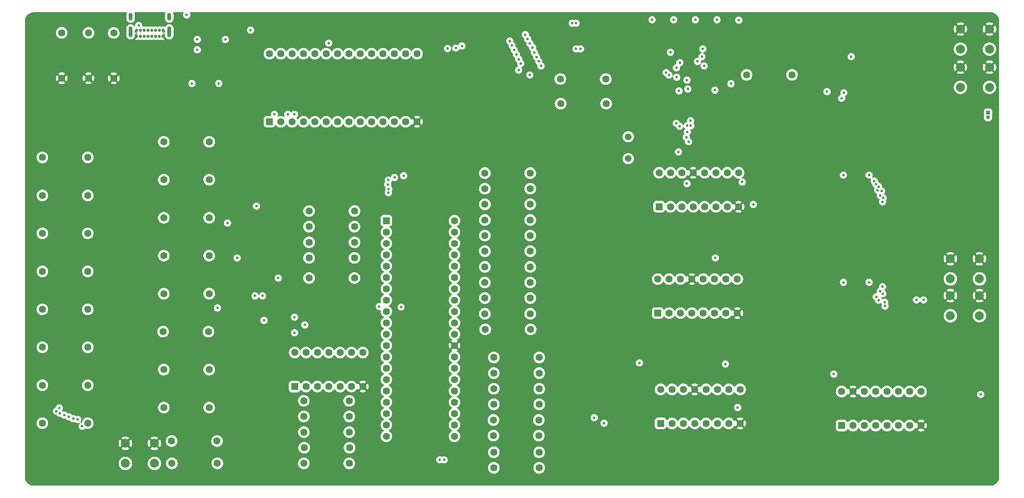
<source format=gbr>
%TF.GenerationSoftware,KiCad,Pcbnew,9.0.6*%
%TF.CreationDate,2025-12-23T12:26:22+01:00*%
%TF.ProjectId,Z80DevBoard,5a383044-6576-4426-9f61-72642e6b6963,rev?*%
%TF.SameCoordinates,Original*%
%TF.FileFunction,Copper,L3,Inr*%
%TF.FilePolarity,Positive*%
%FSLAX46Y46*%
G04 Gerber Fmt 4.6, Leading zero omitted, Abs format (unit mm)*
G04 Created by KiCad (PCBNEW 9.0.6) date 2025-12-23 12:26:22*
%MOMM*%
%LPD*%
G01*
G04 APERTURE LIST*
G04 Aperture macros list*
%AMRoundRect*
0 Rectangle with rounded corners*
0 $1 Rounding radius*
0 $2 $3 $4 $5 $6 $7 $8 $9 X,Y pos of 4 corners*
0 Add a 4 corners polygon primitive as box body*
4,1,4,$2,$3,$4,$5,$6,$7,$8,$9,$2,$3,0*
0 Add four circle primitives for the rounded corners*
1,1,$1+$1,$2,$3*
1,1,$1+$1,$4,$5*
1,1,$1+$1,$6,$7*
1,1,$1+$1,$8,$9*
0 Add four rect primitives between the rounded corners*
20,1,$1+$1,$2,$3,$4,$5,0*
20,1,$1+$1,$4,$5,$6,$7,0*
20,1,$1+$1,$6,$7,$8,$9,0*
20,1,$1+$1,$8,$9,$2,$3,0*%
G04 Aperture macros list end*
%TA.AperFunction,ComponentPad*%
%ADD10C,1.600000*%
%TD*%
%TA.AperFunction,ComponentPad*%
%ADD11RoundRect,0.250000X0.550000X-0.550000X0.550000X0.550000X-0.550000X0.550000X-0.550000X-0.550000X0*%
%TD*%
%TA.AperFunction,ComponentPad*%
%ADD12C,2.000000*%
%TD*%
%TA.AperFunction,ComponentPad*%
%ADD13C,0.700000*%
%TD*%
%TA.AperFunction,ComponentPad*%
%ADD14O,0.900000X2.400000*%
%TD*%
%TA.AperFunction,ComponentPad*%
%ADD15O,0.900000X1.700000*%
%TD*%
%TA.AperFunction,ComponentPad*%
%ADD16R,0.850000X0.850000*%
%TD*%
%TA.AperFunction,ComponentPad*%
%ADD17C,0.850000*%
%TD*%
%TA.AperFunction,ComponentPad*%
%ADD18C,1.500000*%
%TD*%
%TA.AperFunction,ComponentPad*%
%ADD19RoundRect,0.250000X-0.550000X-0.550000X0.550000X-0.550000X0.550000X0.550000X-0.550000X0.550000X0*%
%TD*%
%TA.AperFunction,ViaPad*%
%ADD20C,0.600000*%
%TD*%
%TA.AperFunction,Conductor*%
%ADD21C,0.200000*%
%TD*%
G04 APERTURE END LIST*
D10*
%TO.N,Z80-MREQ*%
%TO.C,R8*%
X111160000Y-136500000D03*
%TO.N,Net-(D51-A)*%
X101000000Y-136500000D03*
%TD*%
%TO.N,Z80-BUSACK*%
%TO.C,R11*%
X143349500Y-133783000D03*
%TO.N,Net-(D1-A)*%
X153509500Y-133783000D03*
%TD*%
%TO.N,GND*%
%TO.C,R12*%
X52741500Y-53746000D03*
%TO.N,USB-C-CC1*%
X52741500Y-43586000D03*
%TD*%
%TO.N,Z80-D5*%
%TO.C,R27*%
X79592500Y-110500000D03*
%TO.N,Net-(D33-K)*%
X69432500Y-110500000D03*
%TD*%
%TO.N,Vcc-RP2040-RUN*%
%TO.C,R15*%
X200000000Y-53000000D03*
%TO.N,Vdd_3v3*%
X210160000Y-53000000D03*
%TD*%
D11*
%TO.N,RP2040-RWRAM-GPIO8-PL*%
%TO.C,ShiftRegisterIn2*%
X221240500Y-131539000D03*
D10*
%TO.N,CLOCK_BUS*%
X223780500Y-131539000D03*
%TO.N,Net-(D59-K)*%
X226320500Y-131539000D03*
%TO.N,Net-(D63-K)*%
X228860500Y-131539000D03*
%TO.N,Net-(D60-K)*%
X231400500Y-131539000D03*
%TO.N,Net-(D64-K)*%
X233940500Y-131539000D03*
%TO.N,unconnected-(ShiftRegisterIn2-~{Q7}-Pad7)*%
X236480500Y-131539000D03*
%TO.N,GND*%
X239020500Y-131539000D03*
%TO.N,RP2040-RWRAM-GPIO7-Q7*%
X239020500Y-123919000D03*
%TO.N,RP2040-RWRAM-GPIO6-DS*%
X236480500Y-123919000D03*
%TO.N,Net-(D56-K)*%
X233940500Y-123919000D03*
%TO.N,Net-(D61-K)*%
X231400500Y-123919000D03*
%TO.N,Net-(D58-K)*%
X228860500Y-123919000D03*
%TO.N,Net-(D62-K)*%
X226320500Y-123919000D03*
%TO.N,GND*%
X223780500Y-123919000D03*
%TO.N,Vdd_3v3*%
X221240500Y-123919000D03*
%TD*%
%TO.N,Net-(D8-A)*%
%TO.C,R40*%
X151672500Y-110000000D03*
%TO.N,Z80-A0*%
X141512500Y-110000000D03*
%TD*%
%TO.N,Net-(D26-A)*%
%TO.C,R44*%
X151592500Y-103000000D03*
%TO.N,Z80-A2*%
X141432500Y-103000000D03*
%TD*%
%TO.N,Net-(D16-A)*%
%TO.C,R46*%
X102092500Y-87000000D03*
%TO.N,Z80-A12*%
X112252500Y-87000000D03*
%TD*%
%TO.N,Z80-RESET*%
%TO.C,R6*%
X143429500Y-123283000D03*
%TO.N,Vcc*%
X153589500Y-123283000D03*
%TD*%
%TO.N,Z80-D0*%
%TO.C,R25*%
X79752500Y-68000000D03*
%TO.N,Net-(D31-K)*%
X69592500Y-68000000D03*
%TD*%
%TO.N,RP2040-Z80BOOTMODE*%
%TO.C,R17*%
X168551500Y-59436000D03*
%TO.N,Vdd_3v3*%
X158391500Y-59436000D03*
%TD*%
%TO.N,Z80-D1*%
%TO.C,R26*%
X79752500Y-76500000D03*
%TO.N,Net-(D35-K)*%
X69592500Y-76500000D03*
%TD*%
%TO.N,Z80-WR*%
%TO.C,R21*%
X143432500Y-137500000D03*
%TO.N,Net-(D55-A)*%
X153592500Y-137500000D03*
%TD*%
%TO.N,Z80-M1*%
%TO.C,R9*%
X143429500Y-119783000D03*
%TO.N,Net-(D52-A)*%
X153589500Y-119783000D03*
%TD*%
%TO.N,Net-(D43-A)*%
%TO.C,R35*%
X52592500Y-97000000D03*
%TO.N,RAM-Q3*%
X42432500Y-97000000D03*
%TD*%
%TO.N,Net-(D14-A)*%
%TO.C,R43*%
X102092500Y-83500000D03*
%TO.N,Z80-A11*%
X112252500Y-83500000D03*
%TD*%
D12*
%TO.N,GND*%
%TO.C,SW1*%
X245583950Y-102434000D03*
X252083950Y-102434000D03*
%TO.N,Z80-WAIT*%
X245583950Y-106934000D03*
X252083950Y-106934000D03*
%TD*%
D10*
%TO.N,Z80-D3*%
%TO.C,R36*%
X79752500Y-93500000D03*
%TO.N,Net-(D43-K)*%
X69592500Y-93500000D03*
%TD*%
%TO.N,Z80-RFSH*%
%TO.C,R10*%
X143429500Y-116283000D03*
%TO.N,Net-(D53-A)*%
X153589500Y-116283000D03*
%TD*%
D11*
%TO.N,Net-(D5-A)*%
%TO.C,ShiftRegisterOut3*%
X180411900Y-82539000D03*
D10*
%TO.N,Net-(D7-A)*%
X182951900Y-82539000D03*
%TO.N,Net-(D9-A)*%
X185491900Y-82539000D03*
%TO.N,Net-(D11-A)*%
X188031900Y-82539000D03*
%TO.N,Net-(D13-A)*%
X190571900Y-82539000D03*
%TO.N,Net-(D15-A)*%
X193111900Y-82539000D03*
%TO.N,Net-(D17-A)*%
X195651900Y-82539000D03*
%TO.N,GND*%
X198191900Y-82539000D03*
%TO.N,Net-(ShiftRegisterOut1-SER)*%
X198191900Y-74919000D03*
%TO.N,Vdd_3v3*%
X195651900Y-74919000D03*
%TO.N,CLOCK_BUS*%
X193111900Y-74919000D03*
%TO.N,RP2040-SH-GPIO4-RCLK*%
X190571900Y-74919000D03*
%TO.N,GND*%
X188031900Y-74919000D03*
%TO.N,RP2040-SH-GPIO2-SER*%
X185491900Y-74919000D03*
%TO.N,Net-(D3-A)*%
X182951900Y-74919000D03*
%TO.N,Vdd_3v3*%
X180411900Y-74919000D03*
%TD*%
%TO.N,Vcc*%
%TO.C,R2*%
X100920000Y-126000000D03*
%TO.N,Z80-INT*%
X111080000Y-126000000D03*
%TD*%
%TO.N,Net-(R16-Pad1)*%
%TO.C,R53*%
X71340000Y-135000000D03*
%TO.N,Net-(C13-Pad2)*%
X81500000Y-135000000D03*
%TD*%
%TO.N,Z80-HALT*%
%TO.C,R4*%
X111080000Y-133000000D03*
%TO.N,Net-(D45-A)*%
X100920000Y-133000000D03*
%TD*%
D12*
%TO.N,GND*%
%TO.C,SW2*%
X245583950Y-94184000D03*
X252083950Y-94184000D03*
%TO.N,Z80-RESET*%
X245583950Y-98684000D03*
X252083950Y-98684000D03*
%TD*%
D10*
%TO.N,Net-(D22-A)*%
%TO.C,R41*%
X151592500Y-106500000D03*
%TO.N,Z80-A1*%
X141432500Y-106500000D03*
%TD*%
%TO.N,Z80-D7*%
%TO.C,R37*%
X79752500Y-127500000D03*
%TO.N,Net-(D41-K)*%
X69592500Y-127500000D03*
%TD*%
%TO.N,Net-(R16-Pad1)*%
%TO.C,R16*%
X71420000Y-140000000D03*
%TO.N,Vdd_3v3*%
X81580000Y-140000000D03*
%TD*%
%TO.N,Net-(D37-A)*%
%TO.C,R31*%
X52592500Y-122500000D03*
%TO.N,RAM-Q6*%
X42432500Y-122500000D03*
%TD*%
%TO.N,Net-(D39-A)*%
%TO.C,R30*%
X52592500Y-88500000D03*
%TO.N,RAM-Q2*%
X42432500Y-88500000D03*
%TD*%
%TO.N,Net-(D33-A)*%
%TO.C,R28*%
X52592500Y-114000000D03*
%TO.N,RAM-Q5*%
X42432500Y-114000000D03*
%TD*%
%TO.N,Z80-D4*%
%TO.C,R24*%
X79752500Y-102000000D03*
%TO.N,Net-(D47-K)*%
X69592500Y-102000000D03*
%TD*%
%TO.N,Net-(D6-A)*%
%TO.C,R48*%
X151592500Y-82000000D03*
%TO.N,Z80-A8*%
X141432500Y-82000000D03*
%TD*%
D13*
%TO.N,GND*%
%TO.C,USB_C1*%
X69475000Y-44360000D03*
%TO.N,USB-C-VBUS*%
X68625000Y-44360000D03*
%TO.N,USB-C-CC1*%
X67775000Y-44360000D03*
%TO.N,USB-RP2040-DP*%
X66925000Y-44360000D03*
%TO.N,USB-RP2040-DM*%
X66075000Y-44360000D03*
%TO.N,N/C*%
X65225000Y-44360000D03*
%TO.N,USB-C-VBUS*%
X64375000Y-44360000D03*
%TO.N,GND*%
X63525000Y-44360000D03*
X63525000Y-43010000D03*
%TO.N,USB-C-VBUS*%
X64375000Y-43010000D03*
%TO.N,USB-C-CC2*%
X65225000Y-43010000D03*
%TO.N,USB-RP2040-DP*%
X66075000Y-43010000D03*
%TO.N,USB-RP2040-DM*%
X66925000Y-43010000D03*
%TO.N,N/C*%
X67775000Y-43010000D03*
%TO.N,USB-C-VBUS*%
X68625000Y-43010000D03*
%TO.N,GND*%
X69475000Y-43010000D03*
D14*
%TO.N,Net-(USB_C1-SHIELD)*%
X70825000Y-43380000D03*
D15*
X70825000Y-40000000D03*
D14*
X62175000Y-43380000D03*
D15*
X62175000Y-40000000D03*
%TD*%
D10*
%TO.N,Net-(D47-A)*%
%TO.C,R23*%
X52592500Y-105500000D03*
%TO.N,RAM-Q4*%
X42432500Y-105500000D03*
%TD*%
%TO.N,Z80-WAIT*%
%TO.C,R5*%
X143349500Y-130283000D03*
%TO.N,Vcc*%
X153509500Y-130283000D03*
%TD*%
D16*
%TO.N,RP2040-SWCLK-PIN*%
%TO.C,J1*%
X254000000Y-61500000D03*
D17*
%TO.N,RP2040-SWD-PIN*%
X254000000Y-62500000D03*
%TD*%
D12*
%TO.N,GND*%
%TO.C,SW3*%
X247833950Y-42750000D03*
X254333950Y-42750000D03*
%TO.N,RP2040-Z80BOOTMODE*%
X247833950Y-47250000D03*
X254333950Y-47250000D03*
%TD*%
D10*
%TO.N,Net-(D2-A)*%
%TO.C,R42*%
X151592500Y-89000000D03*
%TO.N,Z80-A6*%
X141432500Y-89000000D03*
%TD*%
%TO.N,Net-(D20-A)*%
%TO.C,R52*%
X102092500Y-94000000D03*
%TO.N,Z80-A14*%
X112252500Y-94000000D03*
%TD*%
%TO.N,Net-(D12-A)*%
%TO.C,R38*%
X151592500Y-75000000D03*
%TO.N,Z80-A10*%
X141432500Y-75000000D03*
%TD*%
%TO.N,Z80-IORQ*%
%TO.C,R7*%
X111080000Y-140000000D03*
%TO.N,Net-(D50-A)*%
X100920000Y-140000000D03*
%TD*%
%TO.N,USB-C-CC2*%
%TO.C,R13*%
X46741500Y-43586000D03*
%TO.N,GND*%
X46741500Y-53746000D03*
%TD*%
%TO.N,Z80-D2*%
%TO.C,R32*%
X79752500Y-85000000D03*
%TO.N,Net-(D39-K)*%
X69592500Y-85000000D03*
%TD*%
%TO.N,Net-(D4-A)*%
%TO.C,R45*%
X151592500Y-85500000D03*
%TO.N,Z80-A7*%
X141432500Y-85500000D03*
%TD*%
%TO.N,Net-(D18-A)*%
%TO.C,R49*%
X102092500Y-90500000D03*
%TO.N,Z80-A13*%
X112252500Y-90500000D03*
%TD*%
%TO.N,Z80-D6*%
%TO.C,R33*%
X79752500Y-119000000D03*
%TO.N,Net-(D37-K)*%
X69592500Y-119000000D03*
%TD*%
%TO.N,Net-(D31-A)*%
%TO.C,R22*%
X52592500Y-71500000D03*
%TO.N,RAM-Q0*%
X42432500Y-71500000D03*
%TD*%
%TO.N,GND*%
%TO.C,R14*%
X58391500Y-53786000D03*
%TO.N,Net-(USB_C1-SHIELD)*%
X58391500Y-43626000D03*
%TD*%
%TO.N,Z80-NMI*%
%TO.C,R3*%
X111080000Y-129500000D03*
%TO.N,Vcc*%
X100920000Y-129500000D03*
%TD*%
D11*
%TO.N,Net-(D61-A)*%
%TO.C,ShiftRegisterOut2*%
X180740500Y-131039000D03*
D10*
%TO.N,Net-(D58-A)*%
X183280500Y-131039000D03*
%TO.N,Net-(D62-A)*%
X185820500Y-131039000D03*
%TO.N,Net-(D59-A)*%
X188360500Y-131039000D03*
%TO.N,Net-(D63-A)*%
X190900500Y-131039000D03*
%TO.N,Net-(D60-A)*%
X193440500Y-131039000D03*
%TO.N,Net-(D64-A)*%
X195980500Y-131039000D03*
%TO.N,GND*%
X198520500Y-131039000D03*
%TO.N,unconnected-(ShiftRegisterOut2-QH'-Pad9)*%
X198520500Y-123419000D03*
%TO.N,Vdd_3v3*%
X195980500Y-123419000D03*
%TO.N,CLOCK_BUS*%
X193440500Y-123419000D03*
%TO.N,RP2040-SH-GPIO3-RCLK*%
X190900500Y-123419000D03*
%TO.N,GND*%
X188360500Y-123419000D03*
%TO.N,RP2040-SH-GPIO3-SER*%
X185820500Y-123419000D03*
%TO.N,Net-(D56-A)*%
X183280500Y-123419000D03*
%TO.N,Vdd_3v3*%
X180740500Y-123419000D03*
%TD*%
%TO.N,Net-(D35-A)*%
%TO.C,R29*%
X52592500Y-80000000D03*
%TO.N,RAM-Q1*%
X42432500Y-80000000D03*
%TD*%
D11*
%TO.N,Net-(D27-A)*%
%TO.C,ShiftRegisterOut1*%
X180131900Y-106344000D03*
D10*
%TO.N,Net-(D21-A)*%
X182671900Y-106344000D03*
%TO.N,Net-(D29-A)*%
X185211900Y-106344000D03*
%TO.N,Net-(D23-A)*%
X187751900Y-106344000D03*
%TO.N,Net-(D46-A)*%
X190291900Y-106344000D03*
%TO.N,Net-(D25-A)*%
X192831900Y-106344000D03*
%TO.N,Net-(D54-A)*%
X195371900Y-106344000D03*
%TO.N,GND*%
X197911900Y-106344000D03*
%TO.N,unconnected-(ShiftRegisterOut1-QH'-Pad9)*%
X197911900Y-98724000D03*
%TO.N,Vdd_3v3*%
X195371900Y-98724000D03*
%TO.N,CLOCK_BUS*%
X192831900Y-98724000D03*
%TO.N,RP2040-SH-GPIO4-RCLK*%
X190291900Y-98724000D03*
%TO.N,GND*%
X187751900Y-98724000D03*
%TO.N,Net-(ShiftRegisterOut1-SER)*%
X185211900Y-98724000D03*
%TO.N,Net-(D19-A)*%
X182671900Y-98724000D03*
%TO.N,Vdd_3v3*%
X180131900Y-98724000D03*
%TD*%
D12*
%TO.N,GND*%
%TO.C,SW4*%
X247833950Y-51300000D03*
X254333950Y-51300000D03*
%TO.N,RP2040-RPBOOTMODE*%
X247833950Y-55800000D03*
X254333950Y-55800000D03*
%TD*%
D11*
%TO.N,RAM-A14*%
%TO.C,RAM1*%
X93232500Y-63500000D03*
D10*
%TO.N,RAM-A12*%
X95772500Y-63500000D03*
%TO.N,RAM-A7*%
X98312500Y-63500000D03*
%TO.N,RAM-A6*%
X100852500Y-63500000D03*
%TO.N,RAM-A5*%
X103392500Y-63500000D03*
%TO.N,RAM-A4*%
X105932500Y-63500000D03*
%TO.N,RAM-A3*%
X108472500Y-63500000D03*
%TO.N,RAM-A2*%
X111012500Y-63500000D03*
%TO.N,RAM-A1*%
X113552500Y-63500000D03*
%TO.N,RAM-A0*%
X116092500Y-63500000D03*
%TO.N,RAM-Q0*%
X118632500Y-63500000D03*
%TO.N,RAM-Q1*%
X121172500Y-63500000D03*
%TO.N,RAM-Q2*%
X123712500Y-63500000D03*
%TO.N,GND*%
X126252500Y-63500000D03*
%TO.N,RAM-Q3*%
X126252500Y-48260000D03*
%TO.N,RAM-Q4*%
X123712500Y-48260000D03*
%TO.N,RAM-Q5*%
X121172500Y-48260000D03*
%TO.N,RAM-Q6*%
X118632500Y-48260000D03*
%TO.N,RAM-Q7*%
X116092500Y-48260000D03*
%TO.N,RAM-CS*%
X113552500Y-48260000D03*
%TO.N,RAM-A10*%
X111012500Y-48260000D03*
%TO.N,RAM-OE*%
X108472500Y-48260000D03*
%TO.N,RAM-A11*%
X105932500Y-48260000D03*
%TO.N,RAM-A9*%
X103392500Y-48260000D03*
%TO.N,RAM-A8*%
X100852500Y-48260000D03*
%TO.N,RAM-A13*%
X98312500Y-48260000D03*
%TO.N,RAM-WE*%
X95772500Y-48260000D03*
%TO.N,Vcc*%
X93232500Y-48260000D03*
%TD*%
D11*
%TO.N,Net-(C13-Pad2)*%
%TO.C,U1*%
X98880000Y-122805000D03*
D10*
%TO.N,Z80_MANUAL_CLOCK*%
X101420000Y-122805000D03*
%TO.N,N/C*%
X103960000Y-122805000D03*
X106500000Y-122805000D03*
X109040000Y-122805000D03*
X111580000Y-122805000D03*
%TO.N,GND*%
X114120000Y-122805000D03*
%TO.N,N/C*%
X114120000Y-115185000D03*
X111580000Y-115185000D03*
X109040000Y-115185000D03*
X106500000Y-115185000D03*
X103960000Y-115185000D03*
X101420000Y-115185000D03*
%TO.N,Vdd_3v3*%
X98880000Y-115185000D03*
%TD*%
%TO.N,Net-(D24-A)*%
%TO.C,R51*%
X151592500Y-78500000D03*
%TO.N,Z80-A9*%
X141432500Y-78500000D03*
%TD*%
%TO.N,Z80-RD*%
%TO.C,R20*%
X143432500Y-141000000D03*
%TO.N,Net-(D49-A)*%
X153592500Y-141000000D03*
%TD*%
D18*
%TO.N,RP2040_XIN*%
%TO.C,Y1*%
X173500000Y-66870000D03*
%TO.N,RP2040_XOUT*%
X173500000Y-71750000D03*
%TD*%
D10*
%TO.N,Net-(D10-A)*%
%TO.C,R39*%
X151592500Y-92500000D03*
%TO.N,Z80-A5*%
X141432500Y-92500000D03*
%TD*%
%TO.N,Net-(D28-A)*%
%TO.C,R47*%
X151592500Y-99500000D03*
%TO.N,Z80-A3*%
X141432500Y-99500000D03*
%TD*%
%TO.N,Net-(D30-A)*%
%TO.C,R50*%
X151592500Y-96000000D03*
%TO.N,Z80-A4*%
X141432500Y-96000000D03*
%TD*%
D19*
%TO.N,Z80-A11*%
%TO.C,Z80*%
X119389500Y-85658000D03*
D10*
%TO.N,Z80-A12*%
X119389500Y-88198000D03*
%TO.N,Z80-A13*%
X119389500Y-90738000D03*
%TO.N,Z80-A14*%
X119389500Y-93278000D03*
%TO.N,Z80-A15*%
X119389500Y-95818000D03*
%TO.N,CLOCK_Z80*%
X119389500Y-98358000D03*
%TO.N,Z80-D4*%
X119389500Y-100898000D03*
%TO.N,Z80-D3*%
X119389500Y-103438000D03*
%TO.N,Z80-D5*%
X119389500Y-105978000D03*
%TO.N,Z80-D6*%
X119389500Y-108518000D03*
%TO.N,Vcc*%
X119389500Y-111058000D03*
%TO.N,Z80-D2*%
X119389500Y-113598000D03*
%TO.N,Z80-D7*%
X119389500Y-116138000D03*
%TO.N,Z80-D0*%
X119389500Y-118678000D03*
%TO.N,Z80-D1*%
X119389500Y-121218000D03*
%TO.N,Z80-INT*%
X119389500Y-123758000D03*
%TO.N,Z80-NMI*%
X119389500Y-126298000D03*
%TO.N,Z80-HALT*%
X119389500Y-128838000D03*
%TO.N,Z80-MREQ*%
X119389500Y-131378000D03*
%TO.N,Z80-IORQ*%
X119389500Y-133918000D03*
%TO.N,Z80-RD*%
X134629500Y-133918000D03*
%TO.N,Z80-WR*%
X134629500Y-131378000D03*
%TO.N,Z80-BUSACK*%
X134629500Y-128838000D03*
%TO.N,Z80-WAIT*%
X134629500Y-126298000D03*
%TO.N,Z80-BUSREQ*%
X134629500Y-123758000D03*
%TO.N,Z80-RESET*%
X134629500Y-121218000D03*
%TO.N,Z80-M1*%
X134629500Y-118678000D03*
%TO.N,Z80-RFSH*%
X134629500Y-116138000D03*
%TO.N,GND*%
X134629500Y-113598000D03*
%TO.N,Z80-A0*%
X134629500Y-111058000D03*
%TO.N,Z80-A1*%
X134629500Y-108518000D03*
%TO.N,Z80-A2*%
X134629500Y-105978000D03*
%TO.N,Z80-A3*%
X134629500Y-103438000D03*
%TO.N,Z80-A4*%
X134629500Y-100898000D03*
%TO.N,Z80-A5*%
X134629500Y-98358000D03*
%TO.N,Z80-A6*%
X134629500Y-95818000D03*
%TO.N,Z80-A7*%
X134629500Y-93278000D03*
%TO.N,Z80-A8*%
X134629500Y-90738000D03*
%TO.N,Z80-A9*%
X134629500Y-88198000D03*
%TO.N,Z80-A10*%
X134629500Y-85658000D03*
%TD*%
%TO.N,Vcc*%
%TO.C,R1*%
X153589500Y-126783000D03*
%TO.N,Z80-BUSREQ*%
X143429500Y-126783000D03*
%TD*%
%TO.N,RP2040-RPBOOTMODE*%
%TO.C,R18*%
X168471500Y-53936000D03*
%TO.N,Vdd_3v3*%
X158311500Y-53936000D03*
%TD*%
%TO.N,Net-(D41-A)*%
%TO.C,R34*%
X52592500Y-131000000D03*
%TO.N,RAM-Q7*%
X42432500Y-131000000D03*
%TD*%
D12*
%TO.N,GND*%
%TO.C,SW6*%
X61000000Y-135500000D03*
X67500000Y-135500000D03*
%TO.N,Net-(R16-Pad1)*%
X61000000Y-140000000D03*
X67500000Y-140000000D03*
%TD*%
D10*
%TO.N,Z80-A15*%
%TO.C,R19*%
X112252500Y-98500000D03*
%TO.N,Net-(D57-A)*%
X102092500Y-98500000D03*
%TD*%
D20*
%TO.N,RAM-A14*%
X86000000Y-94000000D03*
X230956812Y-104779186D03*
%TO.N,RAM-A9*%
X134932010Y-47000000D03*
X229891500Y-101436000D03*
%TO.N,RAM-Q6*%
X50333950Y-130184000D03*
%TO.N,RAM-Q5*%
X49333950Y-129999000D03*
%TO.N,RAM-A10*%
X133092500Y-47100000D03*
X230457187Y-102001687D03*
%TO.N,RAM-A7*%
X230391500Y-81436000D03*
X150500000Y-44000000D03*
X147000000Y-45436000D03*
X119837404Y-79384161D03*
%TO.N,RAM-A5*%
X229908039Y-80026152D03*
X119695129Y-77543658D03*
X151500000Y-46000000D03*
X148000000Y-47436000D03*
%TO.N,RAM-A12*%
X117807000Y-104877000D03*
X81600000Y-105184000D03*
X122694500Y-105000000D03*
X229500000Y-103436000D03*
%TO.N,RAM-Q4*%
X48333950Y-129584000D03*
%TO.N,Vcc*%
X74726500Y-39586000D03*
X227385400Y-75453000D03*
X252362500Y-124564000D03*
X75891500Y-54936000D03*
X221660400Y-75453000D03*
X227385400Y-99453000D03*
X223391500Y-48936000D03*
X221660400Y-99453000D03*
X77091500Y-47386000D03*
%TO.N,RAM-OE*%
X106500000Y-45900000D03*
%TO.N,RAM-A11*%
X229000000Y-102703000D03*
X90333950Y-82400000D03*
X97333950Y-61843000D03*
%TO.N,RAM-Q7*%
X51333950Y-131684000D03*
%TO.N,RAM-A6*%
X147500000Y-46436000D03*
X119924265Y-78575735D03*
X151000000Y-45000000D03*
X230518273Y-80543471D03*
%TO.N,RAM-WE*%
X165909500Y-129783000D03*
X168100000Y-131009441D03*
%TO.N,RAM-Q0*%
X46198382Y-127579708D03*
%TO.N,RAM-A0*%
X228549437Y-76778067D03*
X154000000Y-51000000D03*
X151477750Y-53022250D03*
%TO.N,RAM-A13*%
X94333950Y-61843000D03*
X230891500Y-103936000D03*
X83833950Y-86184000D03*
%TO.N,RAM-A1*%
X153500000Y-50000000D03*
X228918468Y-77487870D03*
X149000000Y-51936000D03*
%TO.N,GND*%
X78891500Y-54936000D03*
X245219500Y-130500000D03*
X165909500Y-122500000D03*
X77091500Y-42786000D03*
X72891500Y-54936000D03*
X173500000Y-80500000D03*
X173000000Y-117500000D03*
X89000000Y-108000000D03*
X165500000Y-66500000D03*
X91100000Y-136500000D03*
X87500000Y-123000000D03*
X185454000Y-58736000D03*
X221391500Y-82000000D03*
X253736000Y-125264000D03*
X229391500Y-100103000D03*
X216216500Y-59436000D03*
X221391500Y-106000000D03*
X226000000Y-76500000D03*
%TO.N,RAM-Q3*%
X47333950Y-129183000D03*
%TO.N,RAM-A3*%
X229290172Y-78810266D03*
X149000000Y-49500000D03*
X121236250Y-75999000D03*
X152500000Y-48000000D03*
%TO.N,RAM-Q2*%
X46333950Y-128782000D03*
%TO.N,RAM-Q1*%
X45598382Y-128331503D03*
%TO.N,RAM-CS*%
X98833950Y-61843000D03*
X95192500Y-98500000D03*
%TO.N,RAM-A2*%
X123256250Y-75598000D03*
X149480007Y-50455993D03*
X153000000Y-49000000D03*
X229499236Y-78038064D03*
%TO.N,RAM-A4*%
X230192139Y-79043634D03*
X148500000Y-48436000D03*
X119838215Y-76556785D03*
X152112015Y-46887985D03*
%TO.N,RAM-A8*%
X136281196Y-46541234D03*
X230391500Y-100436000D03*
%TO.N,Z80-WAIT*%
X132333950Y-139201000D03*
%TO.N,Z80-RESET*%
X131333950Y-139201000D03*
%TO.N,Vdd_3v3*%
X193383950Y-40684000D03*
X188533950Y-40684000D03*
X178833950Y-40684000D03*
X198250000Y-40750000D03*
X176000000Y-117500000D03*
X83391500Y-45086000D03*
X89000000Y-43000000D03*
X92000000Y-108000000D03*
X77091500Y-45086000D03*
X91700000Y-102500000D03*
X81891500Y-54936000D03*
X183683950Y-40684000D03*
%TO.N,RP2040-DVDD*%
X185054000Y-50272084D03*
X189000000Y-50000000D03*
%TO.N,RP2040-RWRAM-GPIO5-DIR*%
X187000010Y-68000000D03*
X184742710Y-70257290D03*
%TO.N,FLASH-DO-RP2040-QSPI_SD1*%
X182600000Y-53043762D03*
X192891500Y-56436000D03*
%TO.N,FLASH-DI-RP2040-QSPI_SD0*%
X184291500Y-51436000D03*
X190000000Y-48936000D03*
%TO.N,FLASH-CS-RP2040-QSPI_SS*%
X190500000Y-51000000D03*
X182000000Y-52500000D03*
%TO.N,USB-C-CC2*%
X64000000Y-41924000D03*
%TO.N,RP2040-RPBOOTMODE*%
X190190950Y-47184000D03*
%TO.N,RP2040_XIN*%
X184250000Y-63859743D03*
%TO.N,RP2040_XOUT*%
X185000000Y-64500000D03*
%TO.N,CLOCK_FLASH*%
X184350000Y-53536000D03*
X221250000Y-58250000D03*
%TO.N,USB-RP2040-DP*%
X162833950Y-47184000D03*
X186655000Y-54166726D03*
X161824975Y-41430000D03*
%TO.N,RP2040-SH-GPIO3-SER*%
X186650900Y-77349100D03*
%TO.N,USB-RP2040-DM*%
X160976446Y-41430001D03*
X186854000Y-56184000D03*
X161833950Y-47184000D03*
%TO.N,FLASH-HOLD-RESRT-RP2040-QSPI_SD3*%
X184854000Y-56600000D03*
X221750000Y-57000000D03*
%TO.N,FLASH-WP-RP2040-QSPI_SD2*%
X182948428Y-47948428D03*
X217982230Y-56767770D03*
%TO.N,RP2040-SWD-PIN*%
X187500000Y-64400000D03*
X186500000Y-67000000D03*
%TO.N,RP2040-RWRAM-GPIO8-PL*%
X219500000Y-120000000D03*
X237999000Y-103399000D03*
X239600000Y-103399000D03*
%TO.N,Net-(ShiftRegisterOut1-SER)*%
X201500000Y-82038000D03*
%TO.N,RP2040-SWCLK-PIN*%
X186727044Y-65772956D03*
X186693784Y-64398000D03*
%TO.N,CLOCK_Z80*%
X101150000Y-109000000D03*
%TO.N,Vcc-RP2040-RUN*%
X187454000Y-63259743D03*
X196500000Y-55000000D03*
%TO.N,CLOCK_BUS*%
X193000000Y-94000000D03*
X195250000Y-117750000D03*
X199000000Y-77000000D03*
X198000000Y-127500000D03*
%TO.N,Net-(O2--)*%
X90000000Y-102500000D03*
X98850000Y-107250000D03*
%TO.N,Z80_MANUAL_CLOCK*%
X98850000Y-110750000D03*
%TD*%
D21*
%TO.N,GND*%
X63525000Y-43175000D02*
X63525000Y-44525000D01*
X69475000Y-43175000D02*
X69475000Y-44525000D01*
%TD*%
%TA.AperFunction,Conductor*%
%TO.N,GND*%
G36*
X69695111Y-42892403D02*
G01*
X69739458Y-42920904D01*
X69838181Y-43019627D01*
X69871666Y-43080950D01*
X69874500Y-43107308D01*
X69874500Y-43463691D01*
X69854815Y-43530730D01*
X69802011Y-43576485D01*
X69732853Y-43586429D01*
X69669297Y-43557404D01*
X69662819Y-43551372D01*
X69477523Y-43366076D01*
X69474922Y-43361313D01*
X69470398Y-43358318D01*
X69458356Y-43330975D01*
X69444038Y-43304753D01*
X69443843Y-43298020D01*
X69442238Y-43294375D01*
X69443043Y-43270380D01*
X69442717Y-43259084D01*
X69443100Y-43256652D01*
X69452380Y-43210000D01*
X69514782Y-43210000D01*
X69588291Y-43179552D01*
X69644552Y-43123291D01*
X69675000Y-43049782D01*
X69675000Y-42970218D01*
X69644552Y-42896709D01*
X69636020Y-42888177D01*
X69695111Y-42892403D01*
G37*
%TD.AperFunction*%
%TA.AperFunction,Conductor*%
G36*
X63361876Y-42890280D02*
G01*
X63355448Y-42896709D01*
X63325000Y-42970218D01*
X63325000Y-43049782D01*
X63355448Y-43123291D01*
X63411709Y-43179552D01*
X63485218Y-43210000D01*
X63547620Y-43210000D01*
X63556894Y-43256628D01*
X63557282Y-43259084D01*
X63553086Y-43291368D01*
X63550185Y-43323796D01*
X63548608Y-43325824D01*
X63548278Y-43328371D01*
X63522476Y-43366076D01*
X63337181Y-43551372D01*
X63275858Y-43584857D01*
X63206167Y-43579873D01*
X63150233Y-43538002D01*
X63125816Y-43472537D01*
X63125500Y-43463691D01*
X63125500Y-43107308D01*
X63145185Y-43040269D01*
X63161819Y-43019627D01*
X63260542Y-42920904D01*
X63321865Y-42887419D01*
X63361876Y-42890280D01*
G37*
%TD.AperFunction*%
%TA.AperFunction,Conductor*%
G36*
X61275967Y-39020185D02*
G01*
X61321722Y-39072989D01*
X61331666Y-39142147D01*
X61323489Y-39171953D01*
X61261027Y-39322748D01*
X61261025Y-39322756D01*
X61224500Y-39506379D01*
X61224500Y-40493620D01*
X61261025Y-40677243D01*
X61261027Y-40677251D01*
X61332676Y-40850228D01*
X61332681Y-40850237D01*
X61436697Y-41005907D01*
X61436700Y-41005911D01*
X61569088Y-41138299D01*
X61569092Y-41138302D01*
X61724762Y-41242318D01*
X61724766Y-41242320D01*
X61724769Y-41242322D01*
X61897749Y-41313973D01*
X62081379Y-41350499D01*
X62081383Y-41350500D01*
X62081384Y-41350500D01*
X62268617Y-41350500D01*
X62268618Y-41350499D01*
X62452251Y-41313973D01*
X62625231Y-41242322D01*
X62780908Y-41138302D01*
X62913302Y-41005908D01*
X63017322Y-40850231D01*
X63088973Y-40677251D01*
X63125500Y-40493616D01*
X63125500Y-39506384D01*
X63088973Y-39322749D01*
X63026511Y-39171953D01*
X63019042Y-39102483D01*
X63050317Y-39040004D01*
X63110406Y-39004352D01*
X63141072Y-39000500D01*
X69858928Y-39000500D01*
X69925967Y-39020185D01*
X69971722Y-39072989D01*
X69981666Y-39142147D01*
X69973489Y-39171953D01*
X69911027Y-39322748D01*
X69911025Y-39322756D01*
X69874500Y-39506379D01*
X69874500Y-40493620D01*
X69911025Y-40677243D01*
X69911027Y-40677251D01*
X69982676Y-40850228D01*
X69982681Y-40850237D01*
X70086697Y-41005907D01*
X70086700Y-41005911D01*
X70219088Y-41138299D01*
X70219092Y-41138302D01*
X70374762Y-41242318D01*
X70374766Y-41242320D01*
X70374769Y-41242322D01*
X70547749Y-41313973D01*
X70731379Y-41350499D01*
X70731383Y-41350500D01*
X70731384Y-41350500D01*
X70918617Y-41350500D01*
X70918618Y-41350499D01*
X71102251Y-41313973D01*
X71275231Y-41242322D01*
X71275765Y-41241965D01*
X71275766Y-41241965D01*
X71343792Y-41196511D01*
X71430908Y-41138302D01*
X71563302Y-41005908D01*
X71667322Y-40850231D01*
X71738973Y-40677251D01*
X71753314Y-40605153D01*
X178033450Y-40605153D01*
X178033450Y-40762846D01*
X178064211Y-40917489D01*
X178064214Y-40917501D01*
X178124552Y-41063172D01*
X178124559Y-41063185D01*
X178212160Y-41194288D01*
X178212163Y-41194292D01*
X178323657Y-41305786D01*
X178323661Y-41305789D01*
X178454764Y-41393390D01*
X178454777Y-41393397D01*
X178600448Y-41453735D01*
X178600453Y-41453737D01*
X178755103Y-41484499D01*
X178755106Y-41484500D01*
X178755108Y-41484500D01*
X178912794Y-41484500D01*
X178912795Y-41484499D01*
X179067447Y-41453737D01*
X179213129Y-41393394D01*
X179344239Y-41305789D01*
X179455739Y-41194289D01*
X179543344Y-41063179D01*
X179603687Y-40917497D01*
X179634450Y-40762842D01*
X179634450Y-40605158D01*
X179634450Y-40605155D01*
X179634449Y-40605153D01*
X182883450Y-40605153D01*
X182883450Y-40762846D01*
X182914211Y-40917489D01*
X182914214Y-40917501D01*
X182974552Y-41063172D01*
X182974559Y-41063185D01*
X183062160Y-41194288D01*
X183062163Y-41194292D01*
X183173657Y-41305786D01*
X183173661Y-41305789D01*
X183304764Y-41393390D01*
X183304777Y-41393397D01*
X183450448Y-41453735D01*
X183450453Y-41453737D01*
X183605103Y-41484499D01*
X183605106Y-41484500D01*
X183605108Y-41484500D01*
X183762794Y-41484500D01*
X183762795Y-41484499D01*
X183917447Y-41453737D01*
X184063129Y-41393394D01*
X184194239Y-41305789D01*
X184305739Y-41194289D01*
X184393344Y-41063179D01*
X184453687Y-40917497D01*
X184484450Y-40762842D01*
X184484450Y-40605158D01*
X184484450Y-40605155D01*
X184484449Y-40605153D01*
X187733450Y-40605153D01*
X187733450Y-40762846D01*
X187764211Y-40917489D01*
X187764214Y-40917501D01*
X187824552Y-41063172D01*
X187824559Y-41063185D01*
X187912160Y-41194288D01*
X187912163Y-41194292D01*
X188023657Y-41305786D01*
X188023661Y-41305789D01*
X188154764Y-41393390D01*
X188154777Y-41393397D01*
X188300448Y-41453735D01*
X188300453Y-41453737D01*
X188455103Y-41484499D01*
X188455106Y-41484500D01*
X188455108Y-41484500D01*
X188612794Y-41484500D01*
X188612795Y-41484499D01*
X188767447Y-41453737D01*
X188913129Y-41393394D01*
X189044239Y-41305789D01*
X189155739Y-41194289D01*
X189243344Y-41063179D01*
X189303687Y-40917497D01*
X189334450Y-40762842D01*
X189334450Y-40605158D01*
X189334450Y-40605155D01*
X189334449Y-40605153D01*
X192583450Y-40605153D01*
X192583450Y-40762846D01*
X192614211Y-40917489D01*
X192614214Y-40917501D01*
X192674552Y-41063172D01*
X192674559Y-41063185D01*
X192762160Y-41194288D01*
X192762163Y-41194292D01*
X192873657Y-41305786D01*
X192873661Y-41305789D01*
X193004764Y-41393390D01*
X193004777Y-41393397D01*
X193150448Y-41453735D01*
X193150453Y-41453737D01*
X193305103Y-41484499D01*
X193305106Y-41484500D01*
X193305108Y-41484500D01*
X193462794Y-41484500D01*
X193462795Y-41484499D01*
X193617447Y-41453737D01*
X193763129Y-41393394D01*
X193894239Y-41305789D01*
X194005739Y-41194289D01*
X194093344Y-41063179D01*
X194153687Y-40917497D01*
X194184450Y-40762842D01*
X194184450Y-40671153D01*
X197449500Y-40671153D01*
X197449500Y-40828846D01*
X197480261Y-40983489D01*
X197480264Y-40983501D01*
X197540602Y-41129172D01*
X197540609Y-41129185D01*
X197628210Y-41260288D01*
X197628213Y-41260292D01*
X197739707Y-41371786D01*
X197739711Y-41371789D01*
X197870814Y-41459390D01*
X197870827Y-41459397D01*
X197990212Y-41508847D01*
X198016503Y-41519737D01*
X198142573Y-41544814D01*
X198171153Y-41550499D01*
X198171156Y-41550500D01*
X198171158Y-41550500D01*
X198328844Y-41550500D01*
X198328845Y-41550499D01*
X198483497Y-41519737D01*
X198529533Y-41500668D01*
X198627626Y-41460038D01*
X198627626Y-41460037D01*
X198628393Y-41459719D01*
X198629170Y-41459398D01*
X198629172Y-41459396D01*
X198629179Y-41459394D01*
X198760289Y-41371789D01*
X198871789Y-41260289D01*
X198959394Y-41129179D01*
X199019737Y-40983497D01*
X199050500Y-40828842D01*
X199050500Y-40671158D01*
X199050500Y-40671155D01*
X199050499Y-40671153D01*
X199037371Y-40605153D01*
X199019737Y-40516503D01*
X199010259Y-40493620D01*
X198959397Y-40370827D01*
X198959390Y-40370814D01*
X198871789Y-40239711D01*
X198871786Y-40239707D01*
X198760292Y-40128213D01*
X198760288Y-40128210D01*
X198629185Y-40040609D01*
X198629172Y-40040602D01*
X198483501Y-39980264D01*
X198483489Y-39980261D01*
X198328845Y-39949500D01*
X198328842Y-39949500D01*
X198171158Y-39949500D01*
X198171155Y-39949500D01*
X198016510Y-39980261D01*
X198016498Y-39980264D01*
X197870827Y-40040602D01*
X197870814Y-40040609D01*
X197739711Y-40128210D01*
X197739707Y-40128213D01*
X197628213Y-40239707D01*
X197628210Y-40239711D01*
X197540609Y-40370814D01*
X197540602Y-40370827D01*
X197480264Y-40516498D01*
X197480261Y-40516510D01*
X197449500Y-40671153D01*
X194184450Y-40671153D01*
X194184450Y-40605158D01*
X194184450Y-40605155D01*
X194184449Y-40605153D01*
X194169495Y-40529974D01*
X194153687Y-40450503D01*
X194153685Y-40450498D01*
X194093347Y-40304827D01*
X194093340Y-40304814D01*
X194005739Y-40173711D01*
X194005736Y-40173707D01*
X193894242Y-40062213D01*
X193894238Y-40062210D01*
X193763135Y-39974609D01*
X193763122Y-39974602D01*
X193617451Y-39914264D01*
X193617439Y-39914261D01*
X193462795Y-39883500D01*
X193462792Y-39883500D01*
X193305108Y-39883500D01*
X193305105Y-39883500D01*
X193150460Y-39914261D01*
X193150448Y-39914264D01*
X193004777Y-39974602D01*
X193004764Y-39974609D01*
X192873661Y-40062210D01*
X192873657Y-40062213D01*
X192762163Y-40173707D01*
X192762160Y-40173711D01*
X192674559Y-40304814D01*
X192674552Y-40304827D01*
X192614214Y-40450498D01*
X192614211Y-40450510D01*
X192583450Y-40605153D01*
X189334449Y-40605153D01*
X189319495Y-40529974D01*
X189303687Y-40450503D01*
X189303685Y-40450498D01*
X189243347Y-40304827D01*
X189243340Y-40304814D01*
X189155739Y-40173711D01*
X189155736Y-40173707D01*
X189044242Y-40062213D01*
X189044238Y-40062210D01*
X188913135Y-39974609D01*
X188913122Y-39974602D01*
X188767451Y-39914264D01*
X188767439Y-39914261D01*
X188612795Y-39883500D01*
X188612792Y-39883500D01*
X188455108Y-39883500D01*
X188455105Y-39883500D01*
X188300460Y-39914261D01*
X188300448Y-39914264D01*
X188154777Y-39974602D01*
X188154764Y-39974609D01*
X188023661Y-40062210D01*
X188023657Y-40062213D01*
X187912163Y-40173707D01*
X187912160Y-40173711D01*
X187824559Y-40304814D01*
X187824552Y-40304827D01*
X187764214Y-40450498D01*
X187764211Y-40450510D01*
X187733450Y-40605153D01*
X184484449Y-40605153D01*
X184469495Y-40529974D01*
X184453687Y-40450503D01*
X184453685Y-40450498D01*
X184393347Y-40304827D01*
X184393340Y-40304814D01*
X184305739Y-40173711D01*
X184305736Y-40173707D01*
X184194242Y-40062213D01*
X184194238Y-40062210D01*
X184063135Y-39974609D01*
X184063122Y-39974602D01*
X183917451Y-39914264D01*
X183917439Y-39914261D01*
X183762795Y-39883500D01*
X183762792Y-39883500D01*
X183605108Y-39883500D01*
X183605105Y-39883500D01*
X183450460Y-39914261D01*
X183450448Y-39914264D01*
X183304777Y-39974602D01*
X183304764Y-39974609D01*
X183173661Y-40062210D01*
X183173657Y-40062213D01*
X183062163Y-40173707D01*
X183062160Y-40173711D01*
X182974559Y-40304814D01*
X182974552Y-40304827D01*
X182914214Y-40450498D01*
X182914211Y-40450510D01*
X182883450Y-40605153D01*
X179634449Y-40605153D01*
X179619495Y-40529974D01*
X179603687Y-40450503D01*
X179603685Y-40450498D01*
X179543347Y-40304827D01*
X179543340Y-40304814D01*
X179455739Y-40173711D01*
X179455736Y-40173707D01*
X179344242Y-40062213D01*
X179344238Y-40062210D01*
X179213135Y-39974609D01*
X179213122Y-39974602D01*
X179067451Y-39914264D01*
X179067439Y-39914261D01*
X178912795Y-39883500D01*
X178912792Y-39883500D01*
X178755108Y-39883500D01*
X178755105Y-39883500D01*
X178600460Y-39914261D01*
X178600448Y-39914264D01*
X178454777Y-39974602D01*
X178454764Y-39974609D01*
X178323661Y-40062210D01*
X178323657Y-40062213D01*
X178212163Y-40173707D01*
X178212160Y-40173711D01*
X178124559Y-40304814D01*
X178124552Y-40304827D01*
X178064214Y-40450498D01*
X178064211Y-40450510D01*
X178033450Y-40605153D01*
X71753314Y-40605153D01*
X71775500Y-40493616D01*
X71775500Y-39506384D01*
X71738973Y-39322749D01*
X71676511Y-39171953D01*
X71669042Y-39102483D01*
X71700317Y-39040004D01*
X71760406Y-39004352D01*
X71791072Y-39000500D01*
X73922977Y-39000500D01*
X73990016Y-39020185D01*
X74035771Y-39072989D01*
X74045715Y-39142147D01*
X74026079Y-39193391D01*
X74017109Y-39206814D01*
X74017102Y-39206827D01*
X73956764Y-39352498D01*
X73956761Y-39352510D01*
X73926000Y-39507153D01*
X73926000Y-39664846D01*
X73956761Y-39819489D01*
X73956764Y-39819501D01*
X74017102Y-39965172D01*
X74017109Y-39965185D01*
X74104710Y-40096288D01*
X74104713Y-40096292D01*
X74216207Y-40207786D01*
X74216211Y-40207789D01*
X74347314Y-40295390D01*
X74347327Y-40295397D01*
X74492998Y-40355735D01*
X74493003Y-40355737D01*
X74647653Y-40386499D01*
X74647656Y-40386500D01*
X74647658Y-40386500D01*
X74805344Y-40386500D01*
X74805345Y-40386499D01*
X74959997Y-40355737D01*
X75105679Y-40295394D01*
X75236789Y-40207789D01*
X75348289Y-40096289D01*
X75435894Y-39965179D01*
X75496237Y-39819497D01*
X75527000Y-39664842D01*
X75527000Y-39507158D01*
X75527000Y-39507155D01*
X75526999Y-39507153D01*
X75526845Y-39506379D01*
X75496237Y-39352503D01*
X75496235Y-39352498D01*
X75435897Y-39206827D01*
X75435890Y-39206814D01*
X75426921Y-39193391D01*
X75406043Y-39126713D01*
X75424528Y-39059333D01*
X75476506Y-39012643D01*
X75530023Y-39000500D01*
X254434108Y-39000500D01*
X254495933Y-39000500D01*
X254504043Y-39000765D01*
X254752895Y-39017075D01*
X254768953Y-39019190D01*
X254976105Y-39060395D01*
X255009535Y-39067045D01*
X255025202Y-39071243D01*
X255188612Y-39126713D01*
X255257481Y-39150091D01*
X255272458Y-39156294D01*
X255374917Y-39206821D01*
X255492460Y-39264787D01*
X255506508Y-39272897D01*
X255710464Y-39409177D01*
X255723325Y-39419045D01*
X255823792Y-39507153D01*
X255907749Y-39580781D01*
X255919218Y-39592250D01*
X256080951Y-39776671D01*
X256090825Y-39789539D01*
X256227102Y-39993492D01*
X256235212Y-40007539D01*
X256343702Y-40227534D01*
X256349909Y-40242520D01*
X256428756Y-40474797D01*
X256432954Y-40490464D01*
X256480807Y-40731035D01*
X256482925Y-40747116D01*
X256499235Y-40995956D01*
X256499500Y-41004066D01*
X256499500Y-142995933D01*
X256499235Y-143004043D01*
X256482925Y-143252883D01*
X256480807Y-143268964D01*
X256432954Y-143509535D01*
X256428756Y-143525202D01*
X256349909Y-143757479D01*
X256343702Y-143772465D01*
X256235212Y-143992460D01*
X256227102Y-144006507D01*
X256090825Y-144210460D01*
X256080951Y-144223328D01*
X255919218Y-144407749D01*
X255907749Y-144419218D01*
X255723328Y-144580951D01*
X255710460Y-144590825D01*
X255506507Y-144727102D01*
X255492460Y-144735212D01*
X255272465Y-144843702D01*
X255257479Y-144849909D01*
X255025202Y-144928756D01*
X255009535Y-144932954D01*
X254768964Y-144980807D01*
X254752883Y-144982925D01*
X254504043Y-144999235D01*
X254495933Y-144999500D01*
X40504067Y-144999500D01*
X40495957Y-144999235D01*
X40247116Y-144982925D01*
X40231035Y-144980807D01*
X39990464Y-144932954D01*
X39974797Y-144928756D01*
X39742520Y-144849909D01*
X39727534Y-144843702D01*
X39507539Y-144735212D01*
X39493492Y-144727102D01*
X39289539Y-144590825D01*
X39276671Y-144580951D01*
X39092250Y-144419218D01*
X39080781Y-144407749D01*
X38919048Y-144223328D01*
X38909174Y-144210460D01*
X38772897Y-144006507D01*
X38764787Y-143992460D01*
X38658855Y-143777652D01*
X38656294Y-143772458D01*
X38650090Y-143757479D01*
X38571243Y-143525202D01*
X38567045Y-143509535D01*
X38559186Y-143470026D01*
X38519190Y-143268953D01*
X38517075Y-143252895D01*
X38500765Y-143004043D01*
X38500500Y-142995933D01*
X38500500Y-139881902D01*
X59499500Y-139881902D01*
X59499500Y-140118097D01*
X59536446Y-140351368D01*
X59609433Y-140575996D01*
X59670307Y-140695466D01*
X59716657Y-140786433D01*
X59855483Y-140977510D01*
X60022490Y-141144517D01*
X60213567Y-141283343D01*
X60247240Y-141300500D01*
X60424003Y-141390566D01*
X60424005Y-141390566D01*
X60424008Y-141390568D01*
X60544412Y-141429689D01*
X60648631Y-141463553D01*
X60881903Y-141500500D01*
X60881908Y-141500500D01*
X61118097Y-141500500D01*
X61351368Y-141463553D01*
X61575992Y-141390568D01*
X61786433Y-141283343D01*
X61977510Y-141144517D01*
X62144517Y-140977510D01*
X62283343Y-140786433D01*
X62390568Y-140575992D01*
X62463553Y-140351368D01*
X62470971Y-140304534D01*
X62500500Y-140118097D01*
X62500500Y-139881902D01*
X65999500Y-139881902D01*
X65999500Y-140118097D01*
X66036446Y-140351368D01*
X66109433Y-140575996D01*
X66170307Y-140695466D01*
X66216657Y-140786433D01*
X66355483Y-140977510D01*
X66522490Y-141144517D01*
X66713567Y-141283343D01*
X66747240Y-141300500D01*
X66924003Y-141390566D01*
X66924005Y-141390566D01*
X66924008Y-141390568D01*
X67044412Y-141429689D01*
X67148631Y-141463553D01*
X67381903Y-141500500D01*
X67381908Y-141500500D01*
X67618097Y-141500500D01*
X67851368Y-141463553D01*
X68075992Y-141390568D01*
X68286433Y-141283343D01*
X68477510Y-141144517D01*
X68644517Y-140977510D01*
X68783343Y-140786433D01*
X68890568Y-140575992D01*
X68963553Y-140351368D01*
X68970971Y-140304534D01*
X69000500Y-140118097D01*
X69000500Y-139897648D01*
X70119500Y-139897648D01*
X70119500Y-140102351D01*
X70151522Y-140304534D01*
X70214781Y-140499223D01*
X70278691Y-140624653D01*
X70307712Y-140681609D01*
X70307715Y-140681613D01*
X70428028Y-140847213D01*
X70572786Y-140991971D01*
X70727749Y-141104556D01*
X70738390Y-141112287D01*
X70854607Y-141171503D01*
X70920776Y-141205218D01*
X70920778Y-141205218D01*
X70920781Y-141205220D01*
X71025137Y-141239127D01*
X71115465Y-141268477D01*
X71209318Y-141283342D01*
X71317648Y-141300500D01*
X71317649Y-141300500D01*
X71522351Y-141300500D01*
X71522352Y-141300500D01*
X71724534Y-141268477D01*
X71919219Y-141205220D01*
X72101610Y-141112287D01*
X72194590Y-141044732D01*
X72267213Y-140991971D01*
X72267215Y-140991968D01*
X72267219Y-140991966D01*
X72411966Y-140847219D01*
X72411968Y-140847215D01*
X72411971Y-140847213D01*
X72464732Y-140774590D01*
X72532287Y-140681610D01*
X72625220Y-140499219D01*
X72688477Y-140304534D01*
X72720500Y-140102352D01*
X72720500Y-139897648D01*
X80279500Y-139897648D01*
X80279500Y-140102351D01*
X80311522Y-140304534D01*
X80374781Y-140499223D01*
X80438691Y-140624653D01*
X80467712Y-140681609D01*
X80467715Y-140681613D01*
X80588028Y-140847213D01*
X80732786Y-140991971D01*
X80887749Y-141104556D01*
X80898390Y-141112287D01*
X81014607Y-141171503D01*
X81080776Y-141205218D01*
X81080778Y-141205218D01*
X81080781Y-141205220D01*
X81185137Y-141239127D01*
X81275465Y-141268477D01*
X81369318Y-141283342D01*
X81477648Y-141300500D01*
X81477649Y-141300500D01*
X81682351Y-141300500D01*
X81682352Y-141300500D01*
X81884534Y-141268477D01*
X82079219Y-141205220D01*
X82261610Y-141112287D01*
X82354590Y-141044732D01*
X82427213Y-140991971D01*
X82427215Y-140991968D01*
X82427219Y-140991966D01*
X82571966Y-140847219D01*
X82571968Y-140847215D01*
X82571971Y-140847213D01*
X82624732Y-140774590D01*
X82692287Y-140681610D01*
X82785220Y-140499219D01*
X82848477Y-140304534D01*
X82880500Y-140102352D01*
X82880500Y-139897648D01*
X99619500Y-139897648D01*
X99619500Y-140102351D01*
X99651522Y-140304534D01*
X99714781Y-140499223D01*
X99778691Y-140624653D01*
X99807712Y-140681609D01*
X99807715Y-140681613D01*
X99928028Y-140847213D01*
X100072786Y-140991971D01*
X100227749Y-141104556D01*
X100238390Y-141112287D01*
X100354607Y-141171503D01*
X100420776Y-141205218D01*
X100420778Y-141205218D01*
X100420781Y-141205220D01*
X100525137Y-141239127D01*
X100615465Y-141268477D01*
X100709318Y-141283342D01*
X100817648Y-141300500D01*
X100817649Y-141300500D01*
X101022351Y-141300500D01*
X101022352Y-141300500D01*
X101224534Y-141268477D01*
X101419219Y-141205220D01*
X101601610Y-141112287D01*
X101694590Y-141044732D01*
X101767213Y-140991971D01*
X101767215Y-140991968D01*
X101767219Y-140991966D01*
X101911966Y-140847219D01*
X101911968Y-140847215D01*
X101911971Y-140847213D01*
X101964732Y-140774590D01*
X102032287Y-140681610D01*
X102125220Y-140499219D01*
X102188477Y-140304534D01*
X102220500Y-140102352D01*
X102220500Y-139897648D01*
X109779500Y-139897648D01*
X109779500Y-140102351D01*
X109811522Y-140304534D01*
X109874781Y-140499223D01*
X109938691Y-140624653D01*
X109967712Y-140681609D01*
X109967715Y-140681613D01*
X110088028Y-140847213D01*
X110232786Y-140991971D01*
X110387749Y-141104556D01*
X110398390Y-141112287D01*
X110514607Y-141171503D01*
X110580776Y-141205218D01*
X110580778Y-141205218D01*
X110580781Y-141205220D01*
X110685137Y-141239127D01*
X110775465Y-141268477D01*
X110869318Y-141283342D01*
X110977648Y-141300500D01*
X110977649Y-141300500D01*
X111182351Y-141300500D01*
X111182352Y-141300500D01*
X111384534Y-141268477D01*
X111579219Y-141205220D01*
X111761610Y-141112287D01*
X111854590Y-141044732D01*
X111927213Y-140991971D01*
X111927215Y-140991968D01*
X111927219Y-140991966D01*
X112021537Y-140897648D01*
X142132000Y-140897648D01*
X142132000Y-141102351D01*
X142164022Y-141304534D01*
X142227281Y-141499223D01*
X142320215Y-141681613D01*
X142440528Y-141847213D01*
X142585286Y-141991971D01*
X142740249Y-142104556D01*
X142750890Y-142112287D01*
X142867107Y-142171503D01*
X142933276Y-142205218D01*
X142933278Y-142205218D01*
X142933281Y-142205220D01*
X143037637Y-142239127D01*
X143127965Y-142268477D01*
X143229057Y-142284488D01*
X143330148Y-142300500D01*
X143330149Y-142300500D01*
X143534851Y-142300500D01*
X143534852Y-142300500D01*
X143737034Y-142268477D01*
X143931719Y-142205220D01*
X144114110Y-142112287D01*
X144207090Y-142044732D01*
X144279713Y-141991971D01*
X144279715Y-141991968D01*
X144279719Y-141991966D01*
X144424466Y-141847219D01*
X144424468Y-141847215D01*
X144424471Y-141847213D01*
X144477232Y-141774590D01*
X144544787Y-141681610D01*
X144637720Y-141499219D01*
X144700977Y-141304534D01*
X144733000Y-141102352D01*
X144733000Y-140897648D01*
X152292000Y-140897648D01*
X152292000Y-141102351D01*
X152324022Y-141304534D01*
X152387281Y-141499223D01*
X152480215Y-141681613D01*
X152600528Y-141847213D01*
X152745286Y-141991971D01*
X152900249Y-142104556D01*
X152910890Y-142112287D01*
X153027107Y-142171503D01*
X153093276Y-142205218D01*
X153093278Y-142205218D01*
X153093281Y-142205220D01*
X153197637Y-142239127D01*
X153287965Y-142268477D01*
X153389057Y-142284488D01*
X153490148Y-142300500D01*
X153490149Y-142300500D01*
X153694851Y-142300500D01*
X153694852Y-142300500D01*
X153897034Y-142268477D01*
X154091719Y-142205220D01*
X154274110Y-142112287D01*
X154367090Y-142044732D01*
X154439713Y-141991971D01*
X154439715Y-141991968D01*
X154439719Y-141991966D01*
X154584466Y-141847219D01*
X154584468Y-141847215D01*
X154584471Y-141847213D01*
X154637232Y-141774590D01*
X154704787Y-141681610D01*
X154797720Y-141499219D01*
X154860977Y-141304534D01*
X154893000Y-141102352D01*
X154893000Y-140897648D01*
X154860977Y-140695466D01*
X154797720Y-140500781D01*
X154797718Y-140500778D01*
X154797718Y-140500776D01*
X154764003Y-140434607D01*
X154704787Y-140318390D01*
X154694720Y-140304534D01*
X154584471Y-140152786D01*
X154439713Y-140008028D01*
X154274113Y-139887715D01*
X154274112Y-139887714D01*
X154274110Y-139887713D01*
X154209546Y-139854816D01*
X154091723Y-139794781D01*
X153897034Y-139731522D01*
X153722495Y-139703878D01*
X153694852Y-139699500D01*
X153490148Y-139699500D01*
X153465829Y-139703351D01*
X153287965Y-139731522D01*
X153093276Y-139794781D01*
X152910886Y-139887715D01*
X152745286Y-140008028D01*
X152600528Y-140152786D01*
X152480215Y-140318386D01*
X152387281Y-140500776D01*
X152324022Y-140695465D01*
X152292000Y-140897648D01*
X144733000Y-140897648D01*
X144700977Y-140695466D01*
X144637720Y-140500781D01*
X144637718Y-140500778D01*
X144637718Y-140500776D01*
X144604003Y-140434607D01*
X144544787Y-140318390D01*
X144534720Y-140304534D01*
X144424471Y-140152786D01*
X144279713Y-140008028D01*
X144114113Y-139887715D01*
X144114112Y-139887714D01*
X144114110Y-139887713D01*
X144049546Y-139854816D01*
X143931723Y-139794781D01*
X143737034Y-139731522D01*
X143562495Y-139703878D01*
X143534852Y-139699500D01*
X143330148Y-139699500D01*
X143305829Y-139703351D01*
X143127965Y-139731522D01*
X142933276Y-139794781D01*
X142750886Y-139887715D01*
X142585286Y-140008028D01*
X142440528Y-140152786D01*
X142320215Y-140318386D01*
X142227281Y-140500776D01*
X142164022Y-140695465D01*
X142132000Y-140897648D01*
X112021537Y-140897648D01*
X112071966Y-140847219D01*
X112192287Y-140681610D01*
X112285220Y-140499219D01*
X112348477Y-140304534D01*
X112380500Y-140102352D01*
X112380500Y-139897648D01*
X112348477Y-139695466D01*
X112333259Y-139648631D01*
X112285218Y-139500776D01*
X112192287Y-139318390D01*
X112098245Y-139188951D01*
X112098244Y-139188948D01*
X112071971Y-139152787D01*
X112071967Y-139152782D01*
X112041338Y-139122153D01*
X130533450Y-139122153D01*
X130533450Y-139279846D01*
X130564211Y-139434489D01*
X130564214Y-139434501D01*
X130624552Y-139580172D01*
X130624559Y-139580185D01*
X130712160Y-139711288D01*
X130712163Y-139711292D01*
X130823657Y-139822786D01*
X130823661Y-139822789D01*
X130954764Y-139910390D01*
X130954777Y-139910397D01*
X131100448Y-139970735D01*
X131100453Y-139970737D01*
X131255103Y-140001499D01*
X131255106Y-140001500D01*
X131255108Y-140001500D01*
X131412794Y-140001500D01*
X131412795Y-140001499D01*
X131567447Y-139970737D01*
X131713129Y-139910394D01*
X131765060Y-139875694D01*
X131831735Y-139854816D01*
X131899115Y-139873300D01*
X131902813Y-139875676D01*
X131954771Y-139910394D01*
X131954773Y-139910395D01*
X131954775Y-139910396D01*
X132100448Y-139970735D01*
X132100453Y-139970737D01*
X132255103Y-140001499D01*
X132255106Y-140001500D01*
X132255108Y-140001500D01*
X132412794Y-140001500D01*
X132412795Y-140001499D01*
X132567447Y-139970737D01*
X132713129Y-139910394D01*
X132844239Y-139822789D01*
X132955739Y-139711289D01*
X133043344Y-139580179D01*
X133103687Y-139434497D01*
X133134450Y-139279842D01*
X133134450Y-139122158D01*
X133134450Y-139122155D01*
X133134449Y-139122153D01*
X133103687Y-138967503D01*
X133057288Y-138855485D01*
X133043347Y-138821827D01*
X133043340Y-138821814D01*
X132955739Y-138690711D01*
X132955736Y-138690707D01*
X132844242Y-138579213D01*
X132844238Y-138579210D01*
X132713135Y-138491609D01*
X132713122Y-138491602D01*
X132567451Y-138431264D01*
X132567439Y-138431261D01*
X132412795Y-138400500D01*
X132412792Y-138400500D01*
X132255108Y-138400500D01*
X132255105Y-138400500D01*
X132100460Y-138431261D01*
X132100448Y-138431264D01*
X131954777Y-138491602D01*
X131954764Y-138491609D01*
X131902841Y-138526304D01*
X131836164Y-138547182D01*
X131768783Y-138528698D01*
X131765059Y-138526304D01*
X131713135Y-138491609D01*
X131713122Y-138491602D01*
X131567451Y-138431264D01*
X131567439Y-138431261D01*
X131412795Y-138400500D01*
X131412792Y-138400500D01*
X131255108Y-138400500D01*
X131255105Y-138400500D01*
X131100460Y-138431261D01*
X131100448Y-138431264D01*
X130954777Y-138491602D01*
X130954764Y-138491609D01*
X130823661Y-138579210D01*
X130823657Y-138579213D01*
X130712163Y-138690707D01*
X130712160Y-138690711D01*
X130624559Y-138821814D01*
X130624552Y-138821827D01*
X130564214Y-138967498D01*
X130564211Y-138967510D01*
X130533450Y-139122153D01*
X112041338Y-139122153D01*
X111927213Y-139008028D01*
X111761613Y-138887715D01*
X111761612Y-138887714D01*
X111761610Y-138887713D01*
X111698355Y-138855483D01*
X111579223Y-138794781D01*
X111384534Y-138731522D01*
X111209995Y-138703878D01*
X111182352Y-138699500D01*
X110977648Y-138699500D01*
X110953329Y-138703351D01*
X110775465Y-138731522D01*
X110580776Y-138794781D01*
X110398386Y-138887715D01*
X110232786Y-139008028D01*
X110088028Y-139152786D01*
X109967715Y-139318386D01*
X109874781Y-139500776D01*
X109811522Y-139695465D01*
X109779500Y-139897648D01*
X102220500Y-139897648D01*
X102188477Y-139695466D01*
X102173259Y-139648631D01*
X102125218Y-139500776D01*
X102086100Y-139424003D01*
X102032287Y-139318390D01*
X102024556Y-139307749D01*
X101911971Y-139152786D01*
X101767213Y-139008028D01*
X101601613Y-138887715D01*
X101601612Y-138887714D01*
X101601610Y-138887713D01*
X101538355Y-138855483D01*
X101419223Y-138794781D01*
X101224534Y-138731522D01*
X101049995Y-138703878D01*
X101022352Y-138699500D01*
X100817648Y-138699500D01*
X100793329Y-138703351D01*
X100615465Y-138731522D01*
X100420776Y-138794781D01*
X100238386Y-138887715D01*
X100072786Y-139008028D01*
X99928028Y-139152786D01*
X99807715Y-139318386D01*
X99714781Y-139500776D01*
X99651522Y-139695465D01*
X99619500Y-139897648D01*
X82880500Y-139897648D01*
X82848477Y-139695466D01*
X82833259Y-139648631D01*
X82785218Y-139500776D01*
X82746100Y-139424003D01*
X82692287Y-139318390D01*
X82684556Y-139307749D01*
X82571971Y-139152786D01*
X82427213Y-139008028D01*
X82261613Y-138887715D01*
X82261612Y-138887714D01*
X82261610Y-138887713D01*
X82198355Y-138855483D01*
X82079223Y-138794781D01*
X81884534Y-138731522D01*
X81709995Y-138703878D01*
X81682352Y-138699500D01*
X81477648Y-138699500D01*
X81453329Y-138703351D01*
X81275465Y-138731522D01*
X81080776Y-138794781D01*
X80898386Y-138887715D01*
X80732786Y-139008028D01*
X80588028Y-139152786D01*
X80467715Y-139318386D01*
X80374781Y-139500776D01*
X80311522Y-139695465D01*
X80279500Y-139897648D01*
X72720500Y-139897648D01*
X72688477Y-139695466D01*
X72673259Y-139648631D01*
X72625218Y-139500776D01*
X72586100Y-139424003D01*
X72532287Y-139318390D01*
X72524556Y-139307749D01*
X72411971Y-139152786D01*
X72267213Y-139008028D01*
X72101613Y-138887715D01*
X72101612Y-138887714D01*
X72101610Y-138887713D01*
X72038355Y-138855483D01*
X71919223Y-138794781D01*
X71724534Y-138731522D01*
X71549995Y-138703878D01*
X71522352Y-138699500D01*
X71317648Y-138699500D01*
X71293329Y-138703351D01*
X71115465Y-138731522D01*
X70920776Y-138794781D01*
X70738386Y-138887715D01*
X70572786Y-139008028D01*
X70428028Y-139152786D01*
X70307715Y-139318386D01*
X70214781Y-139500776D01*
X70151522Y-139695465D01*
X70119500Y-139897648D01*
X69000500Y-139897648D01*
X69000500Y-139881902D01*
X68963553Y-139648631D01*
X68915513Y-139500781D01*
X68890568Y-139424008D01*
X68890566Y-139424005D01*
X68890566Y-139424003D01*
X68783342Y-139213566D01*
X68765456Y-139188948D01*
X68644517Y-139022490D01*
X68477510Y-138855483D01*
X68286433Y-138716657D01*
X68263983Y-138705218D01*
X68075996Y-138609433D01*
X67851368Y-138536446D01*
X67618097Y-138499500D01*
X67618092Y-138499500D01*
X67381908Y-138499500D01*
X67381903Y-138499500D01*
X67148631Y-138536446D01*
X66924003Y-138609433D01*
X66713566Y-138716657D01*
X66642243Y-138768477D01*
X66522490Y-138855483D01*
X66522488Y-138855485D01*
X66522487Y-138855485D01*
X66355485Y-139022487D01*
X66355485Y-139022488D01*
X66355483Y-139022490D01*
X66295862Y-139104550D01*
X66216657Y-139213566D01*
X66109433Y-139424003D01*
X66036446Y-139648631D01*
X65999500Y-139881902D01*
X62500500Y-139881902D01*
X62463553Y-139648631D01*
X62415513Y-139500781D01*
X62390568Y-139424008D01*
X62390566Y-139424005D01*
X62390566Y-139424003D01*
X62283342Y-139213566D01*
X62265456Y-139188948D01*
X62144517Y-139022490D01*
X61977510Y-138855483D01*
X61786433Y-138716657D01*
X61763983Y-138705218D01*
X61575996Y-138609433D01*
X61351368Y-138536446D01*
X61118097Y-138499500D01*
X61118092Y-138499500D01*
X60881908Y-138499500D01*
X60881903Y-138499500D01*
X60648631Y-138536446D01*
X60424003Y-138609433D01*
X60213566Y-138716657D01*
X60142243Y-138768477D01*
X60022490Y-138855483D01*
X60022488Y-138855485D01*
X60022487Y-138855485D01*
X59855485Y-139022487D01*
X59855485Y-139022488D01*
X59855483Y-139022490D01*
X59795862Y-139104550D01*
X59716657Y-139213566D01*
X59609433Y-139424003D01*
X59536446Y-139648631D01*
X59499500Y-139881902D01*
X38500500Y-139881902D01*
X38500500Y-135381947D01*
X59500000Y-135381947D01*
X59500000Y-135618052D01*
X59536934Y-135851247D01*
X59609897Y-136075802D01*
X59717087Y-136286174D01*
X59777338Y-136369104D01*
X59777340Y-136369105D01*
X60476212Y-135670233D01*
X60487482Y-135712292D01*
X60559890Y-135837708D01*
X60662292Y-135940110D01*
X60787708Y-136012518D01*
X60829765Y-136023787D01*
X60130893Y-136722658D01*
X60213828Y-136782914D01*
X60424197Y-136890102D01*
X60648752Y-136963065D01*
X60648751Y-136963065D01*
X60881948Y-137000000D01*
X61118052Y-137000000D01*
X61351247Y-136963065D01*
X61575802Y-136890102D01*
X61786163Y-136782918D01*
X61786169Y-136782914D01*
X61869104Y-136722658D01*
X61869105Y-136722658D01*
X61170233Y-136023787D01*
X61212292Y-136012518D01*
X61337708Y-135940110D01*
X61440110Y-135837708D01*
X61512518Y-135712292D01*
X61523787Y-135670234D01*
X62222658Y-136369105D01*
X62222658Y-136369104D01*
X62282914Y-136286169D01*
X62282918Y-136286163D01*
X62390102Y-136075802D01*
X62463065Y-135851247D01*
X62500000Y-135618052D01*
X62500000Y-135381947D01*
X66000000Y-135381947D01*
X66000000Y-135618052D01*
X66036934Y-135851247D01*
X66109897Y-136075802D01*
X66217087Y-136286174D01*
X66277338Y-136369104D01*
X66277340Y-136369105D01*
X66976212Y-135670233D01*
X66987482Y-135712292D01*
X67059890Y-135837708D01*
X67162292Y-135940110D01*
X67287708Y-136012518D01*
X67329765Y-136023787D01*
X66630893Y-136722658D01*
X66713828Y-136782914D01*
X66924197Y-136890102D01*
X67148752Y-136963065D01*
X67148751Y-136963065D01*
X67381948Y-137000000D01*
X67618052Y-137000000D01*
X67851247Y-136963065D01*
X68075802Y-136890102D01*
X68286163Y-136782918D01*
X68286169Y-136782914D01*
X68369104Y-136722658D01*
X68369105Y-136722658D01*
X68044095Y-136397648D01*
X99699500Y-136397648D01*
X99699500Y-136602351D01*
X99731522Y-136804534D01*
X99794781Y-136999223D01*
X99858691Y-137124653D01*
X99887712Y-137181609D01*
X99887715Y-137181613D01*
X100008028Y-137347213D01*
X100152786Y-137491971D01*
X100307749Y-137604556D01*
X100318390Y-137612287D01*
X100434607Y-137671503D01*
X100500776Y-137705218D01*
X100500778Y-137705218D01*
X100500781Y-137705220D01*
X100605137Y-137739127D01*
X100695465Y-137768477D01*
X100796557Y-137784488D01*
X100897648Y-137800500D01*
X100897649Y-137800500D01*
X101102351Y-137800500D01*
X101102352Y-137800500D01*
X101304534Y-137768477D01*
X101499219Y-137705220D01*
X101681610Y-137612287D01*
X101774590Y-137544732D01*
X101847213Y-137491971D01*
X101847215Y-137491968D01*
X101847219Y-137491966D01*
X101991966Y-137347219D01*
X101991968Y-137347215D01*
X101991971Y-137347213D01*
X102044732Y-137274590D01*
X102112287Y-137181610D01*
X102205220Y-136999219D01*
X102268477Y-136804534D01*
X102300500Y-136602352D01*
X102300500Y-136397648D01*
X109859500Y-136397648D01*
X109859500Y-136602351D01*
X109891522Y-136804534D01*
X109954781Y-136999223D01*
X110018691Y-137124653D01*
X110047712Y-137181609D01*
X110047715Y-137181613D01*
X110168028Y-137347213D01*
X110312786Y-137491971D01*
X110467749Y-137604556D01*
X110478390Y-137612287D01*
X110594607Y-137671503D01*
X110660776Y-137705218D01*
X110660778Y-137705218D01*
X110660781Y-137705220D01*
X110765137Y-137739127D01*
X110855465Y-137768477D01*
X110956557Y-137784488D01*
X111057648Y-137800500D01*
X111057649Y-137800500D01*
X111262351Y-137800500D01*
X111262352Y-137800500D01*
X111464534Y-137768477D01*
X111659219Y-137705220D01*
X111841610Y-137612287D01*
X111934590Y-137544732D01*
X112007213Y-137491971D01*
X112007215Y-137491968D01*
X112007219Y-137491966D01*
X112101537Y-137397648D01*
X142132000Y-137397648D01*
X142132000Y-137602351D01*
X142164022Y-137804534D01*
X142227281Y-137999223D01*
X142320215Y-138181613D01*
X142440528Y-138347213D01*
X142585286Y-138491971D01*
X142705363Y-138579210D01*
X142750890Y-138612287D01*
X142867107Y-138671503D01*
X142933276Y-138705218D01*
X142933278Y-138705218D01*
X142933281Y-138705220D01*
X143037637Y-138739127D01*
X143127965Y-138768477D01*
X143229057Y-138784488D01*
X143330148Y-138800500D01*
X143330149Y-138800500D01*
X143534851Y-138800500D01*
X143534852Y-138800500D01*
X143737034Y-138768477D01*
X143931719Y-138705220D01*
X144114110Y-138612287D01*
X144218497Y-138536446D01*
X144279713Y-138491971D01*
X144279715Y-138491968D01*
X144279719Y-138491966D01*
X144424466Y-138347219D01*
X144424468Y-138347215D01*
X144424471Y-138347213D01*
X144477232Y-138274590D01*
X144544787Y-138181610D01*
X144637720Y-137999219D01*
X144700977Y-137804534D01*
X144733000Y-137602352D01*
X144733000Y-137397648D01*
X152292000Y-137397648D01*
X152292000Y-137602351D01*
X152324022Y-137804534D01*
X152387281Y-137999223D01*
X152480215Y-138181613D01*
X152600528Y-138347213D01*
X152745286Y-138491971D01*
X152865363Y-138579210D01*
X152910890Y-138612287D01*
X153027107Y-138671503D01*
X153093276Y-138705218D01*
X153093278Y-138705218D01*
X153093281Y-138705220D01*
X153197637Y-138739127D01*
X153287965Y-138768477D01*
X153389057Y-138784488D01*
X153490148Y-138800500D01*
X153490149Y-138800500D01*
X153694851Y-138800500D01*
X153694852Y-138800500D01*
X153897034Y-138768477D01*
X154091719Y-138705220D01*
X154274110Y-138612287D01*
X154378497Y-138536446D01*
X154439713Y-138491971D01*
X154439715Y-138491968D01*
X154439719Y-138491966D01*
X154584466Y-138347219D01*
X154584468Y-138347215D01*
X154584471Y-138347213D01*
X154637232Y-138274590D01*
X154704787Y-138181610D01*
X154797720Y-137999219D01*
X154860977Y-137804534D01*
X154893000Y-137602352D01*
X154893000Y-137397648D01*
X154860977Y-137195466D01*
X154797720Y-137000781D01*
X154797718Y-137000778D01*
X154797718Y-137000776D01*
X154741326Y-136890102D01*
X154704787Y-136818390D01*
X154694720Y-136804534D01*
X154584471Y-136652786D01*
X154439713Y-136508028D01*
X154274113Y-136387715D01*
X154274112Y-136387714D01*
X154274110Y-136387713D01*
X154217153Y-136358691D01*
X154091723Y-136294781D01*
X153897034Y-136231522D01*
X153722495Y-136203878D01*
X153694852Y-136199500D01*
X153490148Y-136199500D01*
X153465829Y-136203351D01*
X153287965Y-136231522D01*
X153093276Y-136294781D01*
X152910886Y-136387715D01*
X152745286Y-136508028D01*
X152600528Y-136652786D01*
X152480215Y-136818386D01*
X152387281Y-137000776D01*
X152324022Y-137195465D01*
X152292000Y-137397648D01*
X144733000Y-137397648D01*
X144700977Y-137195466D01*
X144637720Y-137000781D01*
X144637718Y-137000778D01*
X144637718Y-137000776D01*
X144581326Y-136890102D01*
X144544787Y-136818390D01*
X144534720Y-136804534D01*
X144424471Y-136652786D01*
X144279713Y-136508028D01*
X144114113Y-136387715D01*
X144114112Y-136387714D01*
X144114110Y-136387713D01*
X144057153Y-136358691D01*
X143931723Y-136294781D01*
X143737034Y-136231522D01*
X143562495Y-136203878D01*
X143534852Y-136199500D01*
X143330148Y-136199500D01*
X143305829Y-136203351D01*
X143127965Y-136231522D01*
X142933276Y-136294781D01*
X142750886Y-136387715D01*
X142585286Y-136508028D01*
X142440528Y-136652786D01*
X142320215Y-136818386D01*
X142227281Y-137000776D01*
X142164022Y-137195465D01*
X142132000Y-137397648D01*
X112101537Y-137397648D01*
X112151966Y-137347219D01*
X112272287Y-137181610D01*
X112365220Y-136999219D01*
X112428477Y-136804534D01*
X112460500Y-136602352D01*
X112460500Y-136397648D01*
X112428477Y-136195466D01*
X112365220Y-136000781D01*
X112365218Y-136000778D01*
X112365218Y-136000776D01*
X112331503Y-135934607D01*
X112272287Y-135818390D01*
X112264556Y-135807749D01*
X112151971Y-135652786D01*
X112007213Y-135508028D01*
X111841613Y-135387715D01*
X111841612Y-135387714D01*
X111841610Y-135387713D01*
X111784653Y-135358691D01*
X111659223Y-135294781D01*
X111464534Y-135231522D01*
X111289995Y-135203878D01*
X111262352Y-135199500D01*
X111057648Y-135199500D01*
X111033329Y-135203351D01*
X110855465Y-135231522D01*
X110660776Y-135294781D01*
X110478386Y-135387715D01*
X110312786Y-135508028D01*
X110168028Y-135652786D01*
X110047715Y-135818386D01*
X109954781Y-136000776D01*
X109891522Y-136195465D01*
X109859500Y-136397648D01*
X102300500Y-136397648D01*
X102268477Y-136195466D01*
X102205220Y-136000781D01*
X102205218Y-136000778D01*
X102205218Y-136000776D01*
X102171503Y-135934607D01*
X102112287Y-135818390D01*
X102104556Y-135807749D01*
X101991971Y-135652786D01*
X101847213Y-135508028D01*
X101681613Y-135387715D01*
X101681612Y-135387714D01*
X101681610Y-135387713D01*
X101624653Y-135358691D01*
X101499223Y-135294781D01*
X101304534Y-135231522D01*
X101129995Y-135203878D01*
X101102352Y-135199500D01*
X100897648Y-135199500D01*
X100873329Y-135203351D01*
X100695465Y-135231522D01*
X100500776Y-135294781D01*
X100318386Y-135387715D01*
X100152786Y-135508028D01*
X100008028Y-135652786D01*
X99887715Y-135818386D01*
X99794781Y-136000776D01*
X99731522Y-136195465D01*
X99699500Y-136397648D01*
X68044095Y-136397648D01*
X67670233Y-136023787D01*
X67712292Y-136012518D01*
X67837708Y-135940110D01*
X67940110Y-135837708D01*
X68012518Y-135712292D01*
X68023787Y-135670234D01*
X68722658Y-136369105D01*
X68722658Y-136369104D01*
X68782914Y-136286169D01*
X68782918Y-136286163D01*
X68890102Y-136075802D01*
X68963065Y-135851247D01*
X69000000Y-135618052D01*
X69000000Y-135381947D01*
X68963065Y-135148751D01*
X68892344Y-134931094D01*
X68892343Y-134931093D01*
X68890103Y-134924198D01*
X68876575Y-134897648D01*
X70039500Y-134897648D01*
X70039500Y-135102351D01*
X70071522Y-135304534D01*
X70134781Y-135499223D01*
X70198691Y-135624653D01*
X70213026Y-135652786D01*
X70227715Y-135681613D01*
X70348028Y-135847213D01*
X70492786Y-135991971D01*
X70608172Y-136075802D01*
X70658390Y-136112287D01*
X70774607Y-136171503D01*
X70840776Y-136205218D01*
X70840778Y-136205218D01*
X70840781Y-136205220D01*
X70945137Y-136239127D01*
X71035465Y-136268477D01*
X71136557Y-136284488D01*
X71237648Y-136300500D01*
X71237649Y-136300500D01*
X71442351Y-136300500D01*
X71442352Y-136300500D01*
X71644534Y-136268477D01*
X71839219Y-136205220D01*
X72021610Y-136112287D01*
X72114590Y-136044732D01*
X72187213Y-135991971D01*
X72187215Y-135991968D01*
X72187219Y-135991966D01*
X72331966Y-135847219D01*
X72331968Y-135847215D01*
X72331971Y-135847213D01*
X72429995Y-135712292D01*
X72452287Y-135681610D01*
X72545220Y-135499219D01*
X72608477Y-135304534D01*
X72640500Y-135102352D01*
X72640500Y-134897648D01*
X80199500Y-134897648D01*
X80199500Y-135102351D01*
X80231522Y-135304534D01*
X80294781Y-135499223D01*
X80358691Y-135624653D01*
X80373026Y-135652786D01*
X80387715Y-135681613D01*
X80508028Y-135847213D01*
X80652786Y-135991971D01*
X80768172Y-136075802D01*
X80818390Y-136112287D01*
X80934607Y-136171503D01*
X81000776Y-136205218D01*
X81000778Y-136205218D01*
X81000781Y-136205220D01*
X81105137Y-136239127D01*
X81195465Y-136268477D01*
X81296557Y-136284488D01*
X81397648Y-136300500D01*
X81397649Y-136300500D01*
X81602351Y-136300500D01*
X81602352Y-136300500D01*
X81712933Y-136282985D01*
X81793006Y-136270303D01*
X81794192Y-136270115D01*
X81804534Y-136268477D01*
X81999219Y-136205220D01*
X82181610Y-136112287D01*
X82274590Y-136044732D01*
X82347213Y-135991971D01*
X82347215Y-135991968D01*
X82347219Y-135991966D01*
X82491966Y-135847219D01*
X82491968Y-135847215D01*
X82491971Y-135847213D01*
X82589995Y-135712292D01*
X82612287Y-135681610D01*
X82705220Y-135499219D01*
X82768477Y-135304534D01*
X82800500Y-135102352D01*
X82800500Y-134897648D01*
X82768477Y-134695466D01*
X82705220Y-134500781D01*
X82705218Y-134500778D01*
X82705218Y-134500776D01*
X82662643Y-134417219D01*
X82612287Y-134318390D01*
X82599289Y-134300500D01*
X82491971Y-134152786D01*
X82347213Y-134008028D01*
X82181613Y-133887715D01*
X82181612Y-133887714D01*
X82181610Y-133887713D01*
X82124653Y-133858691D01*
X81999223Y-133794781D01*
X81804534Y-133731522D01*
X81629995Y-133703878D01*
X81602352Y-133699500D01*
X81397648Y-133699500D01*
X81373329Y-133703351D01*
X81195465Y-133731522D01*
X81000776Y-133794781D01*
X80818386Y-133887715D01*
X80652786Y-134008028D01*
X80508028Y-134152786D01*
X80387715Y-134318386D01*
X80294781Y-134500776D01*
X80231522Y-134695465D01*
X80199500Y-134897648D01*
X72640500Y-134897648D01*
X72608477Y-134695466D01*
X72545220Y-134500781D01*
X72545218Y-134500778D01*
X72545218Y-134500776D01*
X72502643Y-134417219D01*
X72452287Y-134318390D01*
X72439289Y-134300500D01*
X72331971Y-134152786D01*
X72187213Y-134008028D01*
X72021613Y-133887715D01*
X72021612Y-133887714D01*
X72021610Y-133887713D01*
X71964653Y-133858691D01*
X71839223Y-133794781D01*
X71644534Y-133731522D01*
X71469995Y-133703878D01*
X71442352Y-133699500D01*
X71237648Y-133699500D01*
X71213329Y-133703351D01*
X71035465Y-133731522D01*
X70840776Y-133794781D01*
X70658386Y-133887715D01*
X70492786Y-134008028D01*
X70348028Y-134152786D01*
X70227715Y-134318386D01*
X70134781Y-134500776D01*
X70071522Y-134695465D01*
X70039500Y-134897648D01*
X68876575Y-134897648D01*
X68782914Y-134713828D01*
X68722658Y-134630894D01*
X68722658Y-134630893D01*
X68023787Y-135329765D01*
X68012518Y-135287708D01*
X67940110Y-135162292D01*
X67837708Y-135059890D01*
X67712292Y-134987482D01*
X67670234Y-134976212D01*
X68369105Y-134277340D01*
X68369104Y-134277338D01*
X68286174Y-134217087D01*
X68075802Y-134109897D01*
X67851247Y-134036934D01*
X67851248Y-134036934D01*
X67618052Y-134000000D01*
X67381948Y-134000000D01*
X67148752Y-134036934D01*
X66924197Y-134109897D01*
X66713830Y-134217084D01*
X66630894Y-134277340D01*
X67329766Y-134976212D01*
X67287708Y-134987482D01*
X67162292Y-135059890D01*
X67059890Y-135162292D01*
X66987482Y-135287708D01*
X66976212Y-135329766D01*
X66277340Y-134630894D01*
X66217084Y-134713830D01*
X66109897Y-134924197D01*
X66036934Y-135148752D01*
X66000000Y-135381947D01*
X62500000Y-135381947D01*
X62463065Y-135148752D01*
X62390102Y-134924197D01*
X62282914Y-134713828D01*
X62222658Y-134630894D01*
X62222658Y-134630893D01*
X61523787Y-135329765D01*
X61512518Y-135287708D01*
X61440110Y-135162292D01*
X61337708Y-135059890D01*
X61212292Y-134987482D01*
X61170234Y-134976212D01*
X61869105Y-134277340D01*
X61869104Y-134277339D01*
X61786174Y-134217087D01*
X61575802Y-134109897D01*
X61351247Y-134036934D01*
X61351248Y-134036934D01*
X61118052Y-134000000D01*
X60881948Y-134000000D01*
X60648752Y-134036934D01*
X60424197Y-134109897D01*
X60213830Y-134217084D01*
X60130894Y-134277340D01*
X60829766Y-134976212D01*
X60787708Y-134987482D01*
X60662292Y-135059890D01*
X60559890Y-135162292D01*
X60487482Y-135287708D01*
X60476212Y-135329766D01*
X59777340Y-134630894D01*
X59717084Y-134713830D01*
X59609897Y-134924197D01*
X59536934Y-135148752D01*
X59500000Y-135381947D01*
X38500500Y-135381947D01*
X38500500Y-132897648D01*
X99619500Y-132897648D01*
X99619500Y-133102351D01*
X99651522Y-133304534D01*
X99714781Y-133499223D01*
X99807715Y-133681613D01*
X99928028Y-133847213D01*
X100072786Y-133991971D01*
X100204320Y-134087534D01*
X100238390Y-134112287D01*
X100317864Y-134152781D01*
X100420776Y-134205218D01*
X100420778Y-134205218D01*
X100420781Y-134205220D01*
X100525137Y-134239127D01*
X100615465Y-134268477D01*
X100702228Y-134282219D01*
X100817648Y-134300500D01*
X100817649Y-134300500D01*
X101022351Y-134300500D01*
X101022352Y-134300500D01*
X101224534Y-134268477D01*
X101419219Y-134205220D01*
X101601610Y-134112287D01*
X101728150Y-134020351D01*
X101767213Y-133991971D01*
X101767215Y-133991968D01*
X101767219Y-133991966D01*
X101911966Y-133847219D01*
X101911968Y-133847215D01*
X101911971Y-133847213D01*
X102022432Y-133695174D01*
X102032287Y-133681610D01*
X102125220Y-133499219D01*
X102188477Y-133304534D01*
X102220500Y-133102352D01*
X102220500Y-132897648D01*
X109779500Y-132897648D01*
X109779500Y-133102351D01*
X109811522Y-133304534D01*
X109874781Y-133499223D01*
X109967715Y-133681613D01*
X110088028Y-133847213D01*
X110232786Y-133991971D01*
X110364320Y-134087534D01*
X110398390Y-134112287D01*
X110477864Y-134152781D01*
X110580776Y-134205218D01*
X110580778Y-134205218D01*
X110580781Y-134205220D01*
X110685137Y-134239127D01*
X110775465Y-134268477D01*
X110862228Y-134282219D01*
X110977648Y-134300500D01*
X110977649Y-134300500D01*
X111182351Y-134300500D01*
X111182352Y-134300500D01*
X111384534Y-134268477D01*
X111579219Y-134205220D01*
X111761610Y-134112287D01*
X111888150Y-134020351D01*
X111927213Y-133991971D01*
X111927215Y-133991968D01*
X111927219Y-133991966D01*
X112071966Y-133847219D01*
X112071968Y-133847215D01*
X112071971Y-133847213D01*
X112182432Y-133695174D01*
X112192287Y-133681610D01*
X112285220Y-133499219D01*
X112348477Y-133304534D01*
X112380500Y-133102352D01*
X112380500Y-132897648D01*
X112348477Y-132695466D01*
X112344007Y-132681710D01*
X112303700Y-132557656D01*
X112285220Y-132500781D01*
X112285218Y-132500778D01*
X112285218Y-132500776D01*
X112230505Y-132393397D01*
X112192287Y-132318390D01*
X112159901Y-132273814D01*
X112071971Y-132152786D01*
X111927213Y-132008028D01*
X111761613Y-131887715D01*
X111761612Y-131887714D01*
X111761610Y-131887713D01*
X111704653Y-131858691D01*
X111579223Y-131794781D01*
X111384534Y-131731522D01*
X111209995Y-131703878D01*
X111182352Y-131699500D01*
X110977648Y-131699500D01*
X110953329Y-131703351D01*
X110775465Y-131731522D01*
X110580776Y-131794781D01*
X110398386Y-131887715D01*
X110232786Y-132008028D01*
X110088028Y-132152786D01*
X109967715Y-132318386D01*
X109874781Y-132500776D01*
X109811522Y-132695465D01*
X109779500Y-132897648D01*
X102220500Y-132897648D01*
X102188477Y-132695466D01*
X102184007Y-132681710D01*
X102143700Y-132557656D01*
X102125220Y-132500781D01*
X102125218Y-132500778D01*
X102125218Y-132500776D01*
X102070505Y-132393397D01*
X102032287Y-132318390D01*
X101999901Y-132273814D01*
X101911971Y-132152786D01*
X101767213Y-132008028D01*
X101601613Y-131887715D01*
X101601612Y-131887714D01*
X101601610Y-131887713D01*
X101544653Y-131858691D01*
X101419223Y-131794781D01*
X101224534Y-131731522D01*
X101049995Y-131703878D01*
X101022352Y-131699500D01*
X100817648Y-131699500D01*
X100793329Y-131703351D01*
X100615465Y-131731522D01*
X100420776Y-131794781D01*
X100238386Y-131887715D01*
X100072786Y-132008028D01*
X99928028Y-132152786D01*
X99807715Y-132318386D01*
X99714781Y-132500776D01*
X99651522Y-132695465D01*
X99619500Y-132897648D01*
X38500500Y-132897648D01*
X38500500Y-130897648D01*
X41132000Y-130897648D01*
X41132000Y-131102351D01*
X41164022Y-131304534D01*
X41227281Y-131499223D01*
X41281256Y-131605153D01*
X41299700Y-131641352D01*
X41320215Y-131681613D01*
X41440528Y-131847213D01*
X41585286Y-131991971D01*
X41740249Y-132104556D01*
X41750890Y-132112287D01*
X41825222Y-132150161D01*
X41933276Y-132205218D01*
X41933278Y-132205218D01*
X41933281Y-132205220D01*
X41994832Y-132225219D01*
X42127965Y-132268477D01*
X42229057Y-132284488D01*
X42330148Y-132300500D01*
X42330149Y-132300500D01*
X42534851Y-132300500D01*
X42534852Y-132300500D01*
X42737034Y-132268477D01*
X42931719Y-132205220D01*
X43114110Y-132112287D01*
X43216057Y-132038219D01*
X43279713Y-131991971D01*
X43279715Y-131991968D01*
X43279719Y-131991966D01*
X43424466Y-131847219D01*
X43424468Y-131847215D01*
X43424471Y-131847213D01*
X43484258Y-131764922D01*
X43544787Y-131681610D01*
X43637720Y-131499219D01*
X43700977Y-131304534D01*
X43733000Y-131102352D01*
X43733000Y-130897648D01*
X43717455Y-130799500D01*
X43700977Y-130695465D01*
X43654602Y-130552738D01*
X43637720Y-130500781D01*
X43637718Y-130500778D01*
X43637718Y-130500776D01*
X43604003Y-130434607D01*
X43544787Y-130318390D01*
X43526629Y-130293397D01*
X43424471Y-130152786D01*
X43279713Y-130008028D01*
X43114113Y-129887715D01*
X43114112Y-129887714D01*
X43114110Y-129887713D01*
X43057153Y-129858691D01*
X42931723Y-129794781D01*
X42737034Y-129731522D01*
X42562495Y-129703878D01*
X42534852Y-129699500D01*
X42330148Y-129699500D01*
X42305829Y-129703351D01*
X42127965Y-129731522D01*
X41933276Y-129794781D01*
X41750886Y-129887715D01*
X41585286Y-130008028D01*
X41440528Y-130152786D01*
X41320215Y-130318386D01*
X41227281Y-130500776D01*
X41164022Y-130695465D01*
X41132000Y-130897648D01*
X38500500Y-130897648D01*
X38500500Y-128252656D01*
X44797882Y-128252656D01*
X44797882Y-128410349D01*
X44828643Y-128564992D01*
X44828646Y-128565004D01*
X44888984Y-128710675D01*
X44888991Y-128710688D01*
X44976592Y-128841791D01*
X44976595Y-128841795D01*
X45088089Y-128953289D01*
X45088093Y-128953292D01*
X45219196Y-129040893D01*
X45219209Y-129040900D01*
X45364880Y-129101238D01*
X45364885Y-129101240D01*
X45519535Y-129132002D01*
X45519538Y-129132003D01*
X45519540Y-129132003D01*
X45538781Y-129132003D01*
X45605820Y-129151688D01*
X45641883Y-129187112D01*
X45712160Y-129292288D01*
X45712163Y-129292292D01*
X45823657Y-129403786D01*
X45823661Y-129403789D01*
X45954764Y-129491390D01*
X45954777Y-129491397D01*
X46100448Y-129551735D01*
X46100453Y-129551737D01*
X46255103Y-129582499D01*
X46255106Y-129582500D01*
X46255108Y-129582500D01*
X46412794Y-129582500D01*
X46471958Y-129570730D01*
X46530435Y-129559099D01*
X46600025Y-129565326D01*
X46655203Y-129608188D01*
X46657728Y-129611825D01*
X46712160Y-129693288D01*
X46712163Y-129693292D01*
X46823657Y-129804786D01*
X46823661Y-129804789D01*
X46954764Y-129892390D01*
X46954777Y-129892397D01*
X47100448Y-129952735D01*
X47100453Y-129952737D01*
X47229796Y-129978465D01*
X47255103Y-129983499D01*
X47255106Y-129983500D01*
X47255108Y-129983500D01*
X47412794Y-129983500D01*
X47471958Y-129971730D01*
X47530435Y-129960099D01*
X47600025Y-129966326D01*
X47655203Y-130009188D01*
X47657728Y-130012825D01*
X47712160Y-130094288D01*
X47712163Y-130094292D01*
X47823657Y-130205786D01*
X47823661Y-130205789D01*
X47954764Y-130293390D01*
X47954777Y-130293397D01*
X48084717Y-130347219D01*
X48100453Y-130353737D01*
X48255103Y-130384499D01*
X48255106Y-130384500D01*
X48255108Y-130384500D01*
X48412794Y-130384500D01*
X48522177Y-130362742D01*
X48591769Y-130368969D01*
X48646946Y-130411832D01*
X48649471Y-130415468D01*
X48712160Y-130509288D01*
X48712163Y-130509292D01*
X48823657Y-130620786D01*
X48823661Y-130620789D01*
X48954764Y-130708390D01*
X48954777Y-130708397D01*
X49091064Y-130764848D01*
X49100453Y-130768737D01*
X49255103Y-130799499D01*
X49255106Y-130799500D01*
X49255108Y-130799500D01*
X49412794Y-130799500D01*
X49412795Y-130799499D01*
X49567447Y-130768737D01*
X49645871Y-130736252D01*
X49715340Y-130728784D01*
X49777819Y-130760059D01*
X49781004Y-130763133D01*
X49823657Y-130805786D01*
X49823661Y-130805789D01*
X49954764Y-130893390D01*
X49954777Y-130893397D01*
X50064855Y-130938992D01*
X50100453Y-130953737D01*
X50205368Y-130974606D01*
X50255103Y-130984499D01*
X50255106Y-130984500D01*
X50255108Y-130984500D01*
X50412794Y-130984500D01*
X50412795Y-130984499D01*
X50567447Y-130953737D01*
X50614071Y-130934424D01*
X50683538Y-130926956D01*
X50746017Y-130958231D01*
X50781670Y-131018319D01*
X50779177Y-131088144D01*
X50749204Y-131136666D01*
X50712164Y-131173706D01*
X50712160Y-131173711D01*
X50624559Y-131304814D01*
X50624552Y-131304827D01*
X50564214Y-131450498D01*
X50564211Y-131450510D01*
X50533450Y-131605153D01*
X50533450Y-131762846D01*
X50564211Y-131917489D01*
X50564214Y-131917501D01*
X50624552Y-132063172D01*
X50624559Y-132063185D01*
X50712160Y-132194288D01*
X50712163Y-132194292D01*
X50823657Y-132305786D01*
X50823661Y-132305789D01*
X50954764Y-132393390D01*
X50954777Y-132393397D01*
X51100448Y-132453735D01*
X51100453Y-132453737D01*
X51250252Y-132483534D01*
X51255103Y-132484499D01*
X51255106Y-132484500D01*
X51255108Y-132484500D01*
X51412794Y-132484500D01*
X51412795Y-132484499D01*
X51567447Y-132453737D01*
X51713129Y-132393394D01*
X51844239Y-132305789D01*
X51931220Y-132218807D01*
X51992541Y-132185323D01*
X52062232Y-132190307D01*
X52075192Y-132196003D01*
X52093281Y-132205220D01*
X52244875Y-132254476D01*
X52287965Y-132268477D01*
X52389057Y-132284488D01*
X52490148Y-132300500D01*
X52490149Y-132300500D01*
X52694851Y-132300500D01*
X52694852Y-132300500D01*
X52897034Y-132268477D01*
X53091719Y-132205220D01*
X53274110Y-132112287D01*
X53376057Y-132038219D01*
X53439713Y-131991971D01*
X53439715Y-131991968D01*
X53439719Y-131991966D01*
X53584466Y-131847219D01*
X53584468Y-131847215D01*
X53584471Y-131847213D01*
X53644258Y-131764922D01*
X53704787Y-131681610D01*
X53797720Y-131499219D01*
X53860977Y-131304534D01*
X53893000Y-131102352D01*
X53893000Y-130897648D01*
X53877455Y-130799500D01*
X53860977Y-130695465D01*
X53814602Y-130552738D01*
X53797720Y-130500781D01*
X53797718Y-130500778D01*
X53797718Y-130500776D01*
X53764003Y-130434607D01*
X53704787Y-130318390D01*
X53686629Y-130293397D01*
X53584471Y-130152786D01*
X53439713Y-130008028D01*
X53274113Y-129887715D01*
X53274112Y-129887714D01*
X53274110Y-129887713D01*
X53217153Y-129858691D01*
X53091723Y-129794781D01*
X52897034Y-129731522D01*
X52722495Y-129703878D01*
X52694852Y-129699500D01*
X52490148Y-129699500D01*
X52465829Y-129703351D01*
X52287965Y-129731522D01*
X52093276Y-129794781D01*
X51910886Y-129887715D01*
X51745286Y-130008028D01*
X51600528Y-130152786D01*
X51480215Y-130318386D01*
X51387281Y-130500776D01*
X51324023Y-130695464D01*
X51309033Y-130790104D01*
X51301152Y-130806727D01*
X51298104Y-130824870D01*
X51286496Y-130837642D01*
X51279103Y-130853238D01*
X51263486Y-130862961D01*
X51251113Y-130876577D01*
X51225695Y-130886492D01*
X51219791Y-130890169D01*
X51218671Y-130890475D01*
X51214728Y-130891532D01*
X51100453Y-130914263D01*
X51046335Y-130936679D01*
X51038488Y-130938783D01*
X51011346Y-130938141D01*
X50984358Y-130941042D01*
X50976937Y-130937327D01*
X50968638Y-130937131D01*
X50946151Y-130921916D01*
X50921880Y-130909766D01*
X50917644Y-130902627D01*
X50910770Y-130897976D01*
X50900080Y-130873024D01*
X50886228Y-130849677D01*
X50886524Y-130841381D01*
X50883256Y-130833752D01*
X50887753Y-130806983D01*
X50888723Y-130779852D01*
X50893652Y-130771871D01*
X50894833Y-130764848D01*
X50904696Y-130753994D01*
X50918697Y-130731331D01*
X50955736Y-130694292D01*
X50955739Y-130694289D01*
X51043344Y-130563179D01*
X51103687Y-130417497D01*
X51134450Y-130262842D01*
X51134450Y-130105158D01*
X51134450Y-130105155D01*
X51134449Y-130105153D01*
X51116814Y-130016497D01*
X51103687Y-129950503D01*
X51077679Y-129887713D01*
X51043347Y-129804827D01*
X51043340Y-129804814D01*
X50955739Y-129673711D01*
X50955736Y-129673707D01*
X50844242Y-129562213D01*
X50844238Y-129562210D01*
X50744966Y-129495878D01*
X50744964Y-129495876D01*
X50713140Y-129474612D01*
X50713122Y-129474602D01*
X50567451Y-129414264D01*
X50567439Y-129414261D01*
X50483921Y-129397648D01*
X99619500Y-129397648D01*
X99619500Y-129602352D01*
X99623878Y-129629995D01*
X99651522Y-129804534D01*
X99714781Y-129999223D01*
X99767501Y-130102690D01*
X99806610Y-130179446D01*
X99807715Y-130181613D01*
X99928028Y-130347213D01*
X100072786Y-130491971D01*
X100204320Y-130587534D01*
X100238390Y-130612287D01*
X100351006Y-130669668D01*
X100420776Y-130705218D01*
X100420778Y-130705218D01*
X100420781Y-130705220D01*
X100510791Y-130734466D01*
X100615465Y-130768477D01*
X100702228Y-130782219D01*
X100817648Y-130800500D01*
X100817649Y-130800500D01*
X101022351Y-130800500D01*
X101022352Y-130800500D01*
X101224534Y-130768477D01*
X101419219Y-130705220D01*
X101601610Y-130612287D01*
X101701407Y-130539781D01*
X101767213Y-130491971D01*
X101767215Y-130491968D01*
X101767219Y-130491966D01*
X101911966Y-130347219D01*
X101911968Y-130347215D01*
X101911971Y-130347213D01*
X101973266Y-130262846D01*
X102032287Y-130181610D01*
X102125220Y-129999219D01*
X102188477Y-129804534D01*
X102220500Y-129602352D01*
X102220500Y-129397648D01*
X109779500Y-129397648D01*
X109779500Y-129602352D01*
X109783878Y-129629995D01*
X109811522Y-129804534D01*
X109874781Y-129999223D01*
X109927501Y-130102690D01*
X109966610Y-130179446D01*
X109967715Y-130181613D01*
X110088028Y-130347213D01*
X110232786Y-130491971D01*
X110364320Y-130587534D01*
X110398390Y-130612287D01*
X110511006Y-130669668D01*
X110580776Y-130705218D01*
X110580778Y-130705218D01*
X110580781Y-130705220D01*
X110670791Y-130734466D01*
X110775465Y-130768477D01*
X110862228Y-130782219D01*
X110977648Y-130800500D01*
X110977649Y-130800500D01*
X111182351Y-130800500D01*
X111182352Y-130800500D01*
X111384534Y-130768477D01*
X111579219Y-130705220D01*
X111761610Y-130612287D01*
X111861407Y-130539781D01*
X111927213Y-130491971D01*
X111927215Y-130491968D01*
X111927219Y-130491966D01*
X112071966Y-130347219D01*
X112071968Y-130347215D01*
X112071971Y-130347213D01*
X112133266Y-130262846D01*
X112192287Y-130181610D01*
X112285220Y-129999219D01*
X112348477Y-129804534D01*
X112380500Y-129602352D01*
X112380500Y-129397648D01*
X112377263Y-129377210D01*
X112348477Y-129195465D01*
X112289685Y-129014523D01*
X112285220Y-129000781D01*
X112285218Y-129000778D01*
X112285218Y-129000776D01*
X112220932Y-128874609D01*
X112192287Y-128818390D01*
X112166938Y-128783500D01*
X112071971Y-128652786D01*
X111927213Y-128508028D01*
X111761613Y-128387715D01*
X111761612Y-128387714D01*
X111761610Y-128387713D01*
X111704653Y-128358691D01*
X111579223Y-128294781D01*
X111384534Y-128231522D01*
X111209995Y-128203878D01*
X111182352Y-128199500D01*
X110977648Y-128199500D01*
X110953329Y-128203351D01*
X110775465Y-128231522D01*
X110580776Y-128294781D01*
X110398386Y-128387715D01*
X110232786Y-128508028D01*
X110088028Y-128652786D01*
X109967715Y-128818386D01*
X109874781Y-129000776D01*
X109811522Y-129195465D01*
X109782737Y-129377210D01*
X109779500Y-129397648D01*
X102220500Y-129397648D01*
X102217263Y-129377210D01*
X102188477Y-129195465D01*
X102129685Y-129014523D01*
X102125220Y-129000781D01*
X102125218Y-129000778D01*
X102125218Y-129000776D01*
X102060932Y-128874609D01*
X102032287Y-128818390D01*
X102006938Y-128783500D01*
X101911971Y-128652786D01*
X101767213Y-128508028D01*
X101601613Y-128387715D01*
X101601612Y-128387714D01*
X101601610Y-128387713D01*
X101544653Y-128358691D01*
X101419223Y-128294781D01*
X101224534Y-128231522D01*
X101049995Y-128203878D01*
X101022352Y-128199500D01*
X100817648Y-128199500D01*
X100793329Y-128203351D01*
X100615465Y-128231522D01*
X100420776Y-128294781D01*
X100238386Y-128387715D01*
X100072786Y-128508028D01*
X99928028Y-128652786D01*
X99807715Y-128818386D01*
X99714781Y-129000776D01*
X99651522Y-129195465D01*
X99622737Y-129377210D01*
X99619500Y-129397648D01*
X50483921Y-129397648D01*
X50412795Y-129383500D01*
X50412792Y-129383500D01*
X50255108Y-129383500D01*
X50255105Y-129383500D01*
X50100460Y-129414261D01*
X50100453Y-129414263D01*
X50022027Y-129446747D01*
X49952558Y-129454214D01*
X49890079Y-129422939D01*
X49886895Y-129419866D01*
X49844242Y-129377213D01*
X49844238Y-129377210D01*
X49713135Y-129289609D01*
X49713122Y-129289602D01*
X49567451Y-129229264D01*
X49567439Y-129229261D01*
X49412795Y-129198500D01*
X49412792Y-129198500D01*
X49255108Y-129198500D01*
X49255105Y-129198500D01*
X49145721Y-129220258D01*
X49076130Y-129214031D01*
X49020952Y-129171168D01*
X49018428Y-129167531D01*
X48955742Y-129073715D01*
X48955736Y-129073707D01*
X48844242Y-128962213D01*
X48844238Y-128962210D01*
X48713135Y-128874609D01*
X48713122Y-128874602D01*
X48567451Y-128814264D01*
X48567439Y-128814261D01*
X48412795Y-128783500D01*
X48412792Y-128783500D01*
X48255108Y-128783500D01*
X48255103Y-128783500D01*
X48137464Y-128806900D01*
X48067872Y-128800673D01*
X48012695Y-128757810D01*
X48010171Y-128754174D01*
X47955739Y-128672710D01*
X47844242Y-128561213D01*
X47844238Y-128561210D01*
X47713135Y-128473609D01*
X47713122Y-128473602D01*
X47567451Y-128413264D01*
X47567439Y-128413261D01*
X47412795Y-128382500D01*
X47412792Y-128382500D01*
X47255108Y-128382500D01*
X47255103Y-128382500D01*
X47137464Y-128405900D01*
X47123961Y-128404691D01*
X47110881Y-128408260D01*
X47089841Y-128401638D01*
X47067872Y-128399673D01*
X47055729Y-128390903D01*
X47044234Y-128387286D01*
X47027457Y-128370485D01*
X47018011Y-128363663D01*
X47013813Y-128358626D01*
X46955739Y-128271711D01*
X46869668Y-128185640D01*
X46866065Y-128181316D01*
X46854315Y-128154215D01*
X46840161Y-128128294D01*
X46840573Y-128122521D01*
X46838272Y-128117212D01*
X46843037Y-128088065D01*
X46845145Y-128058602D01*
X46849128Y-128050818D01*
X46849547Y-128048258D01*
X46851611Y-128045965D01*
X46858222Y-128033049D01*
X46907776Y-127958887D01*
X46910495Y-127952324D01*
X46954523Y-127846028D01*
X46968119Y-127813205D01*
X46998882Y-127658550D01*
X46998882Y-127500866D01*
X46998882Y-127500863D01*
X46998881Y-127500861D01*
X46982194Y-127416967D01*
X46978351Y-127397648D01*
X68292000Y-127397648D01*
X68292000Y-127602351D01*
X68324022Y-127804534D01*
X68387281Y-127999223D01*
X68449731Y-128121786D01*
X68480063Y-128181316D01*
X68480215Y-128181613D01*
X68600528Y-128347213D01*
X68745286Y-128491971D01*
X68900249Y-128604556D01*
X68910890Y-128612287D01*
X68990364Y-128652781D01*
X69093276Y-128705218D01*
X69093278Y-128705218D01*
X69093281Y-128705220D01*
X69186929Y-128735648D01*
X69287965Y-128768477D01*
X69382816Y-128783500D01*
X69490148Y-128800500D01*
X69490149Y-128800500D01*
X69694851Y-128800500D01*
X69694852Y-128800500D01*
X69897034Y-128768477D01*
X70091719Y-128705220D01*
X70274110Y-128612287D01*
X70382600Y-128533465D01*
X70439713Y-128491971D01*
X70439715Y-128491968D01*
X70439719Y-128491966D01*
X70584466Y-128347219D01*
X70584468Y-128347215D01*
X70584471Y-128347213D01*
X70640759Y-128269738D01*
X70704787Y-128181610D01*
X70797720Y-127999219D01*
X70860977Y-127804534D01*
X70893000Y-127602352D01*
X70893000Y-127397648D01*
X78452000Y-127397648D01*
X78452000Y-127602351D01*
X78484022Y-127804534D01*
X78547281Y-127999223D01*
X78609731Y-128121786D01*
X78640063Y-128181316D01*
X78640215Y-128181613D01*
X78760528Y-128347213D01*
X78905286Y-128491971D01*
X79060249Y-128604556D01*
X79070890Y-128612287D01*
X79150364Y-128652781D01*
X79253276Y-128705218D01*
X79253278Y-128705218D01*
X79253281Y-128705220D01*
X79346929Y-128735648D01*
X79447965Y-128768477D01*
X79542816Y-128783500D01*
X79650148Y-128800500D01*
X79650149Y-128800500D01*
X79854851Y-128800500D01*
X79854852Y-128800500D01*
X80057034Y-128768477D01*
X80251719Y-128705220D01*
X80434110Y-128612287D01*
X80542600Y-128533465D01*
X80599713Y-128491971D01*
X80599715Y-128491968D01*
X80599719Y-128491966D01*
X80744466Y-128347219D01*
X80744468Y-128347215D01*
X80744471Y-128347213D01*
X80800759Y-128269738D01*
X80864787Y-128181610D01*
X80957720Y-127999219D01*
X81020977Y-127804534D01*
X81053000Y-127602352D01*
X81053000Y-127397648D01*
X81032541Y-127268477D01*
X81020977Y-127195465D01*
X80980022Y-127069419D01*
X80957720Y-127000781D01*
X80957718Y-127000778D01*
X80957718Y-127000776D01*
X80924003Y-126934607D01*
X80864787Y-126818390D01*
X80849408Y-126797223D01*
X80744471Y-126652786D01*
X80599713Y-126508028D01*
X80434113Y-126387715D01*
X80434112Y-126387714D01*
X80434110Y-126387713D01*
X80377153Y-126358691D01*
X80251723Y-126294781D01*
X80057034Y-126231522D01*
X79882495Y-126203878D01*
X79854852Y-126199500D01*
X79650148Y-126199500D01*
X79625829Y-126203351D01*
X79447965Y-126231522D01*
X79253276Y-126294781D01*
X79070886Y-126387715D01*
X78905286Y-126508028D01*
X78760528Y-126652786D01*
X78640215Y-126818386D01*
X78547281Y-127000776D01*
X78484022Y-127195465D01*
X78452000Y-127397648D01*
X70893000Y-127397648D01*
X70872541Y-127268477D01*
X70860977Y-127195465D01*
X70820022Y-127069419D01*
X70797720Y-127000781D01*
X70797718Y-127000778D01*
X70797718Y-127000776D01*
X70764003Y-126934607D01*
X70704787Y-126818390D01*
X70689408Y-126797223D01*
X70584471Y-126652786D01*
X70439713Y-126508028D01*
X70274113Y-126387715D01*
X70274112Y-126387714D01*
X70274110Y-126387713D01*
X70217153Y-126358691D01*
X70091723Y-126294781D01*
X69897034Y-126231522D01*
X69722495Y-126203878D01*
X69694852Y-126199500D01*
X69490148Y-126199500D01*
X69465829Y-126203351D01*
X69287965Y-126231522D01*
X69093276Y-126294781D01*
X68910886Y-126387715D01*
X68745286Y-126508028D01*
X68600528Y-126652786D01*
X68480215Y-126818386D01*
X68387281Y-127000776D01*
X68324022Y-127195465D01*
X68292000Y-127397648D01*
X46978351Y-127397648D01*
X46968120Y-127346216D01*
X46968119Y-127346215D01*
X46968119Y-127346211D01*
X46935101Y-127266498D01*
X46907779Y-127200535D01*
X46907772Y-127200522D01*
X46820171Y-127069419D01*
X46820168Y-127069415D01*
X46708674Y-126957921D01*
X46708670Y-126957918D01*
X46577567Y-126870317D01*
X46577554Y-126870310D01*
X46431883Y-126809972D01*
X46431871Y-126809969D01*
X46277227Y-126779208D01*
X46277224Y-126779208D01*
X46119540Y-126779208D01*
X46119537Y-126779208D01*
X45964892Y-126809969D01*
X45964880Y-126809972D01*
X45819209Y-126870310D01*
X45819196Y-126870317D01*
X45688093Y-126957918D01*
X45688089Y-126957921D01*
X45576595Y-127069415D01*
X45576592Y-127069419D01*
X45488991Y-127200522D01*
X45488984Y-127200535D01*
X45428646Y-127346206D01*
X45428643Y-127346216D01*
X45400573Y-127487334D01*
X45368188Y-127549245D01*
X45326408Y-127577703D01*
X45219209Y-127622105D01*
X45219196Y-127622112D01*
X45088093Y-127709713D01*
X45088089Y-127709716D01*
X44976595Y-127821210D01*
X44976592Y-127821214D01*
X44888991Y-127952317D01*
X44888984Y-127952330D01*
X44828646Y-128098001D01*
X44828643Y-128098013D01*
X44797882Y-128252656D01*
X38500500Y-128252656D01*
X38500500Y-125897648D01*
X99619500Y-125897648D01*
X99619500Y-126102351D01*
X99651522Y-126304534D01*
X99714781Y-126499223D01*
X99719271Y-126508034D01*
X99793026Y-126652786D01*
X99807715Y-126681613D01*
X99928028Y-126847213D01*
X100072786Y-126991971D01*
X100204320Y-127087534D01*
X100238390Y-127112287D01*
X100303023Y-127145219D01*
X100420776Y-127205218D01*
X100420778Y-127205218D01*
X100420781Y-127205220D01*
X100525137Y-127239127D01*
X100615465Y-127268477D01*
X100702228Y-127282219D01*
X100817648Y-127300500D01*
X100817649Y-127300500D01*
X101022351Y-127300500D01*
X101022352Y-127300500D01*
X101224534Y-127268477D01*
X101419219Y-127205220D01*
X101601610Y-127112287D01*
X101694590Y-127044732D01*
X101767213Y-126991971D01*
X101767215Y-126991968D01*
X101767219Y-126991966D01*
X101911966Y-126847219D01*
X101911968Y-126847215D01*
X101911971Y-126847213D01*
X101996938Y-126730264D01*
X102032287Y-126681610D01*
X102125220Y-126499219D01*
X102188477Y-126304534D01*
X102220500Y-126102352D01*
X102220500Y-125897648D01*
X109779500Y-125897648D01*
X109779500Y-126102351D01*
X109811522Y-126304534D01*
X109874781Y-126499223D01*
X109879271Y-126508034D01*
X109953026Y-126652786D01*
X109967715Y-126681613D01*
X110088028Y-126847213D01*
X110232786Y-126991971D01*
X110364320Y-127087534D01*
X110398390Y-127112287D01*
X110463023Y-127145219D01*
X110580776Y-127205218D01*
X110580778Y-127205218D01*
X110580781Y-127205220D01*
X110685137Y-127239127D01*
X110775465Y-127268477D01*
X110862228Y-127282219D01*
X110977648Y-127300500D01*
X110977649Y-127300500D01*
X111182351Y-127300500D01*
X111182352Y-127300500D01*
X111384534Y-127268477D01*
X111579219Y-127205220D01*
X111761610Y-127112287D01*
X111854590Y-127044732D01*
X111927213Y-126991971D01*
X111927215Y-126991968D01*
X111927219Y-126991966D01*
X112071966Y-126847219D01*
X112071968Y-126847215D01*
X112071971Y-126847213D01*
X112156938Y-126730264D01*
X112192287Y-126681610D01*
X112285220Y-126499219D01*
X112348477Y-126304534D01*
X112380500Y-126102352D01*
X112380500Y-125897648D01*
X112348477Y-125695466D01*
X112285220Y-125500781D01*
X112285218Y-125500778D01*
X112285218Y-125500776D01*
X112215781Y-125364500D01*
X112192287Y-125318390D01*
X112159593Y-125273390D01*
X112071971Y-125152786D01*
X111927213Y-125008028D01*
X111761613Y-124887715D01*
X111761612Y-124887714D01*
X111761610Y-124887713D01*
X111704653Y-124858691D01*
X111579223Y-124794781D01*
X111384534Y-124731522D01*
X111209995Y-124703878D01*
X111182352Y-124699500D01*
X110977648Y-124699500D01*
X110953329Y-124703351D01*
X110775465Y-124731522D01*
X110580776Y-124794781D01*
X110398386Y-124887715D01*
X110232786Y-125008028D01*
X110088028Y-125152786D01*
X109967715Y-125318386D01*
X109874781Y-125500776D01*
X109811522Y-125695465D01*
X109779500Y-125897648D01*
X102220500Y-125897648D01*
X102188477Y-125695466D01*
X102125220Y-125500781D01*
X102125218Y-125500778D01*
X102125218Y-125500776D01*
X102055781Y-125364500D01*
X102032287Y-125318390D01*
X101999593Y-125273390D01*
X101911971Y-125152786D01*
X101767213Y-125008028D01*
X101601613Y-124887715D01*
X101601612Y-124887714D01*
X101601610Y-124887713D01*
X101544653Y-124858691D01*
X101419223Y-124794781D01*
X101224534Y-124731522D01*
X101049995Y-124703878D01*
X101022352Y-124699500D01*
X100817648Y-124699500D01*
X100793329Y-124703351D01*
X100615465Y-124731522D01*
X100420776Y-124794781D01*
X100238386Y-124887715D01*
X100072786Y-125008028D01*
X99928028Y-125152786D01*
X99807715Y-125318386D01*
X99714781Y-125500776D01*
X99651522Y-125695465D01*
X99619500Y-125897648D01*
X38500500Y-125897648D01*
X38500500Y-122397648D01*
X41132000Y-122397648D01*
X41132000Y-122602351D01*
X41164022Y-122804534D01*
X41227281Y-122999223D01*
X41320215Y-123181613D01*
X41440528Y-123347213D01*
X41585286Y-123491971D01*
X41732492Y-123598920D01*
X41750890Y-123612287D01*
X41829261Y-123652219D01*
X41933276Y-123705218D01*
X41933278Y-123705218D01*
X41933281Y-123705220D01*
X41989646Y-123723534D01*
X42127965Y-123768477D01*
X42214728Y-123782219D01*
X42330148Y-123800500D01*
X42330149Y-123800500D01*
X42534851Y-123800500D01*
X42534852Y-123800500D01*
X42737034Y-123768477D01*
X42931719Y-123705220D01*
X43114110Y-123612287D01*
X43226102Y-123530921D01*
X43279713Y-123491971D01*
X43279715Y-123491968D01*
X43279719Y-123491966D01*
X43424466Y-123347219D01*
X43424468Y-123347215D01*
X43424471Y-123347213D01*
X43504076Y-123237644D01*
X43544787Y-123181610D01*
X43637720Y-122999219D01*
X43700977Y-122804534D01*
X43733000Y-122602352D01*
X43733000Y-122397648D01*
X51292000Y-122397648D01*
X51292000Y-122602351D01*
X51324022Y-122804534D01*
X51387281Y-122999223D01*
X51480215Y-123181613D01*
X51600528Y-123347213D01*
X51745286Y-123491971D01*
X51892492Y-123598920D01*
X51910890Y-123612287D01*
X51989261Y-123652219D01*
X52093276Y-123705218D01*
X52093278Y-123705218D01*
X52093281Y-123705220D01*
X52149646Y-123723534D01*
X52287965Y-123768477D01*
X52374728Y-123782219D01*
X52490148Y-123800500D01*
X52490149Y-123800500D01*
X52694851Y-123800500D01*
X52694852Y-123800500D01*
X52897034Y-123768477D01*
X53091719Y-123705220D01*
X53274110Y-123612287D01*
X53386102Y-123530921D01*
X53439713Y-123491971D01*
X53439715Y-123491968D01*
X53439719Y-123491966D01*
X53584466Y-123347219D01*
X53584468Y-123347215D01*
X53584471Y-123347213D01*
X53664076Y-123237644D01*
X53704787Y-123181610D01*
X53797720Y-122999219D01*
X53860977Y-122804534D01*
X53893000Y-122602352D01*
X53893000Y-122397648D01*
X53862484Y-122204983D01*
X97579500Y-122204983D01*
X97579500Y-123405001D01*
X97579501Y-123405018D01*
X97590000Y-123507796D01*
X97590001Y-123507799D01*
X97645185Y-123674331D01*
X97645187Y-123674336D01*
X97669601Y-123713918D01*
X97737288Y-123823656D01*
X97861344Y-123947712D01*
X98010666Y-124039814D01*
X98177203Y-124094999D01*
X98279991Y-124105500D01*
X99480008Y-124105499D01*
X99582797Y-124094999D01*
X99749334Y-124039814D01*
X99898656Y-123947712D01*
X100022712Y-123823656D01*
X100114814Y-123674334D01*
X100141955Y-123592427D01*
X100181726Y-123534984D01*
X100246242Y-123508161D01*
X100315018Y-123520476D01*
X100359977Y-123558547D01*
X100400605Y-123614466D01*
X100428034Y-123652219D01*
X100572786Y-123796971D01*
X100693226Y-123884474D01*
X100738390Y-123917287D01*
X100845105Y-123971661D01*
X100920776Y-124010218D01*
X100920778Y-124010218D01*
X100920781Y-124010220D01*
X101011856Y-124039812D01*
X101115465Y-124073477D01*
X101216557Y-124089488D01*
X101317648Y-124105500D01*
X101317649Y-124105500D01*
X101522351Y-124105500D01*
X101522352Y-124105500D01*
X101724534Y-124073477D01*
X101919219Y-124010220D01*
X102101610Y-123917287D01*
X102230482Y-123823657D01*
X102267213Y-123796971D01*
X102267215Y-123796968D01*
X102267219Y-123796966D01*
X102411966Y-123652219D01*
X102411968Y-123652215D01*
X102411971Y-123652213D01*
X102532284Y-123486614D01*
X102532286Y-123486611D01*
X102532287Y-123486610D01*
X102579516Y-123393917D01*
X102627489Y-123343123D01*
X102695310Y-123326328D01*
X102761445Y-123348865D01*
X102800483Y-123393917D01*
X102813662Y-123419781D01*
X102847715Y-123486614D01*
X102968028Y-123652213D01*
X103112786Y-123796971D01*
X103233226Y-123884474D01*
X103278390Y-123917287D01*
X103385105Y-123971661D01*
X103460776Y-124010218D01*
X103460778Y-124010218D01*
X103460781Y-124010220D01*
X103551856Y-124039812D01*
X103655465Y-124073477D01*
X103756557Y-124089488D01*
X103857648Y-124105500D01*
X103857649Y-124105500D01*
X104062351Y-124105500D01*
X104062352Y-124105500D01*
X104264534Y-124073477D01*
X104459219Y-124010220D01*
X104641610Y-123917287D01*
X104770482Y-123823657D01*
X104807213Y-123796971D01*
X104807215Y-123796968D01*
X104807219Y-123796966D01*
X104951966Y-123652219D01*
X104951968Y-123652215D01*
X104951971Y-123652213D01*
X105072284Y-123486614D01*
X105072286Y-123486611D01*
X105072287Y-123486610D01*
X105119516Y-123393917D01*
X105167489Y-123343123D01*
X105235310Y-123326328D01*
X105301445Y-123348865D01*
X105340483Y-123393917D01*
X105353662Y-123419781D01*
X105387715Y-123486614D01*
X105508028Y-123652213D01*
X105652786Y-123796971D01*
X105773226Y-123884474D01*
X105818390Y-123917287D01*
X105925105Y-123971661D01*
X106000776Y-124010218D01*
X106000778Y-124010218D01*
X106000781Y-124010220D01*
X106091856Y-124039812D01*
X106195465Y-124073477D01*
X106296557Y-124089488D01*
X106397648Y-124105500D01*
X106397649Y-124105500D01*
X106602351Y-124105500D01*
X106602352Y-124105500D01*
X106804534Y-124073477D01*
X106999219Y-124010220D01*
X107181610Y-123917287D01*
X107310482Y-123823657D01*
X107347213Y-123796971D01*
X107347215Y-123796968D01*
X107347219Y-123796966D01*
X107491966Y-123652219D01*
X107491968Y-123652215D01*
X107491971Y-123652213D01*
X107612284Y-123486614D01*
X107612286Y-123486611D01*
X107612287Y-123486610D01*
X107659516Y-123393917D01*
X107707489Y-123343123D01*
X107775310Y-123326328D01*
X107841445Y-123348865D01*
X107880483Y-123393917D01*
X107893662Y-123419781D01*
X107927715Y-123486614D01*
X108048028Y-123652213D01*
X108192786Y-123796971D01*
X108313226Y-123884474D01*
X108358390Y-123917287D01*
X108465105Y-123971661D01*
X108540776Y-124010218D01*
X108540778Y-124010218D01*
X108540781Y-124010220D01*
X108631856Y-124039812D01*
X108735465Y-124073477D01*
X108836557Y-124089488D01*
X108937648Y-124105500D01*
X108937649Y-124105500D01*
X109142351Y-124105500D01*
X109142352Y-124105500D01*
X109344534Y-124073477D01*
X109539219Y-124010220D01*
X109721610Y-123917287D01*
X109850482Y-123823657D01*
X109887213Y-123796971D01*
X109887215Y-123796968D01*
X109887219Y-123796966D01*
X110031966Y-123652219D01*
X110031968Y-123652215D01*
X110031971Y-123652213D01*
X110152284Y-123486614D01*
X110152286Y-123486611D01*
X110152287Y-123486610D01*
X110199516Y-123393917D01*
X110247489Y-123343123D01*
X110315310Y-123326328D01*
X110381445Y-123348865D01*
X110420483Y-123393917D01*
X110433662Y-123419781D01*
X110467715Y-123486614D01*
X110588028Y-123652213D01*
X110732786Y-123796971D01*
X110853226Y-123884474D01*
X110898390Y-123917287D01*
X111005105Y-123971661D01*
X111080776Y-124010218D01*
X111080778Y-124010218D01*
X111080781Y-124010220D01*
X111171856Y-124039812D01*
X111275465Y-124073477D01*
X111376557Y-124089488D01*
X111477648Y-124105500D01*
X111477649Y-124105500D01*
X111682351Y-124105500D01*
X111682352Y-124105500D01*
X111884534Y-124073477D01*
X112079219Y-124010220D01*
X112261610Y-123917287D01*
X112390482Y-123823657D01*
X112427213Y-123796971D01*
X112427215Y-123796968D01*
X112427219Y-123796966D01*
X112571966Y-123652219D01*
X112571968Y-123652215D01*
X112571971Y-123652213D01*
X112676894Y-123507797D01*
X112692287Y-123486610D01*
X112739795Y-123393369D01*
X112787769Y-123342573D01*
X112855590Y-123325778D01*
X112921725Y-123348315D01*
X112960765Y-123393369D01*
X113008141Y-123486350D01*
X113008147Y-123486359D01*
X113040523Y-123530921D01*
X113040524Y-123530922D01*
X113720000Y-122851446D01*
X113720000Y-122857661D01*
X113747259Y-122959394D01*
X113799920Y-123050606D01*
X113874394Y-123125080D01*
X113965606Y-123177741D01*
X114067339Y-123205000D01*
X114073553Y-123205000D01*
X113394076Y-123884474D01*
X113438650Y-123916859D01*
X113620968Y-124009755D01*
X113815582Y-124072990D01*
X114017683Y-124105000D01*
X114222317Y-124105000D01*
X114424417Y-124072990D01*
X114619031Y-124009755D01*
X114801349Y-123916859D01*
X114845921Y-123884474D01*
X114166447Y-123205000D01*
X114172661Y-123205000D01*
X114274394Y-123177741D01*
X114365606Y-123125080D01*
X114440080Y-123050606D01*
X114492741Y-122959394D01*
X114520000Y-122857661D01*
X114520000Y-122851448D01*
X115199474Y-123530922D01*
X115199474Y-123530921D01*
X115231859Y-123486349D01*
X115324755Y-123304031D01*
X115387990Y-123109417D01*
X115420000Y-122907317D01*
X115420000Y-122702682D01*
X115387990Y-122500582D01*
X115324755Y-122305968D01*
X115231859Y-122123650D01*
X115199474Y-122079077D01*
X115199474Y-122079076D01*
X114520000Y-122758551D01*
X114520000Y-122752339D01*
X114492741Y-122650606D01*
X114440080Y-122559394D01*
X114365606Y-122484920D01*
X114274394Y-122432259D01*
X114172661Y-122405000D01*
X114166446Y-122405000D01*
X114845922Y-121725524D01*
X114845921Y-121725523D01*
X114801359Y-121693147D01*
X114801350Y-121693141D01*
X114619031Y-121600244D01*
X114424417Y-121537009D01*
X114222317Y-121505000D01*
X114017683Y-121505000D01*
X113815582Y-121537009D01*
X113620968Y-121600244D01*
X113438644Y-121693143D01*
X113394077Y-121725523D01*
X113394077Y-121725524D01*
X114073554Y-122405000D01*
X114067339Y-122405000D01*
X113965606Y-122432259D01*
X113874394Y-122484920D01*
X113799920Y-122559394D01*
X113747259Y-122650606D01*
X113720000Y-122752339D01*
X113720000Y-122758553D01*
X113040524Y-122079077D01*
X113040523Y-122079077D01*
X113008143Y-122123644D01*
X112960765Y-122216630D01*
X112912790Y-122267426D01*
X112844969Y-122284221D01*
X112778834Y-122261683D01*
X112739795Y-122216630D01*
X112738579Y-122214244D01*
X112692287Y-122123390D01*
X112692285Y-122123387D01*
X112692284Y-122123385D01*
X112571971Y-121957786D01*
X112427213Y-121813028D01*
X112261613Y-121692715D01*
X112261612Y-121692714D01*
X112261610Y-121692713D01*
X112183249Y-121652786D01*
X112079223Y-121599781D01*
X111884534Y-121536522D01*
X111704664Y-121508034D01*
X111682352Y-121504500D01*
X111477648Y-121504500D01*
X111455336Y-121508034D01*
X111275465Y-121536522D01*
X111080776Y-121599781D01*
X110898386Y-121692715D01*
X110732786Y-121813028D01*
X110588028Y-121957786D01*
X110467715Y-122123386D01*
X110420485Y-122216080D01*
X110372510Y-122266876D01*
X110304689Y-122283671D01*
X110238554Y-122261134D01*
X110199515Y-122216080D01*
X110193861Y-122204983D01*
X110152287Y-122123390D01*
X110120092Y-122079077D01*
X110031971Y-121957786D01*
X109887213Y-121813028D01*
X109721613Y-121692715D01*
X109721612Y-121692714D01*
X109721610Y-121692713D01*
X109643249Y-121652786D01*
X109539223Y-121599781D01*
X109344534Y-121536522D01*
X109164664Y-121508034D01*
X109142352Y-121504500D01*
X108937648Y-121504500D01*
X108915336Y-121508034D01*
X108735465Y-121536522D01*
X108540776Y-121599781D01*
X108358386Y-121692715D01*
X108192786Y-121813028D01*
X108048028Y-121957786D01*
X107927715Y-122123386D01*
X107880485Y-122216080D01*
X107832510Y-122266876D01*
X107764689Y-122283671D01*
X107698554Y-122261134D01*
X107659515Y-122216080D01*
X107653861Y-122204983D01*
X107612287Y-122123390D01*
X107580092Y-122079077D01*
X107491971Y-121957786D01*
X107347213Y-121813028D01*
X107181613Y-121692715D01*
X107181612Y-121692714D01*
X107181610Y-121692713D01*
X107103249Y-121652786D01*
X106999223Y-121599781D01*
X106804534Y-121536522D01*
X106624664Y-121508034D01*
X106602352Y-121504500D01*
X106397648Y-121504500D01*
X106375336Y-121508034D01*
X106195465Y-121536522D01*
X106000776Y-121599781D01*
X105818386Y-121692715D01*
X105652786Y-121813028D01*
X105508028Y-121957786D01*
X105387715Y-122123386D01*
X105340485Y-122216080D01*
X105292510Y-122266876D01*
X105224689Y-122283671D01*
X105158554Y-122261134D01*
X105119515Y-122216080D01*
X105113861Y-122204983D01*
X105072287Y-122123390D01*
X105040092Y-122079077D01*
X104951971Y-121957786D01*
X104807213Y-121813028D01*
X104641613Y-121692715D01*
X104641612Y-121692714D01*
X104641610Y-121692713D01*
X104563249Y-121652786D01*
X104459223Y-121599781D01*
X104264534Y-121536522D01*
X104084664Y-121508034D01*
X104062352Y-121504500D01*
X103857648Y-121504500D01*
X103835336Y-121508034D01*
X103655465Y-121536522D01*
X103460776Y-121599781D01*
X103278386Y-121692715D01*
X103112786Y-121813028D01*
X102968028Y-121957786D01*
X102847715Y-122123386D01*
X102800485Y-122216080D01*
X102752510Y-122266876D01*
X102684689Y-122283671D01*
X102618554Y-122261134D01*
X102579515Y-122216080D01*
X102573861Y-122204983D01*
X102532287Y-122123390D01*
X102500092Y-122079077D01*
X102411971Y-121957786D01*
X102267213Y-121813028D01*
X102101613Y-121692715D01*
X102101612Y-121692714D01*
X102101610Y-121692713D01*
X102023249Y-121652786D01*
X101919223Y-121599781D01*
X101724534Y-121536522D01*
X101544664Y-121508034D01*
X101522352Y-121504500D01*
X101317648Y-121504500D01*
X101295336Y-121508034D01*
X101115465Y-121536522D01*
X100920776Y-121599781D01*
X100738386Y-121692715D01*
X100572786Y-121813028D01*
X100428032Y-121957782D01*
X100428028Y-121957787D01*
X100359978Y-122051451D01*
X100304648Y-122094117D01*
X100235035Y-122100096D01*
X100173240Y-122067490D01*
X100141954Y-122017570D01*
X100114814Y-121935666D01*
X100022712Y-121786344D01*
X99898656Y-121662288D01*
X99749334Y-121570186D01*
X99582797Y-121515001D01*
X99582795Y-121515000D01*
X99480010Y-121504500D01*
X98279998Y-121504500D01*
X98279981Y-121504501D01*
X98177203Y-121515000D01*
X98177200Y-121515001D01*
X98010668Y-121570185D01*
X98010663Y-121570187D01*
X97861342Y-121662289D01*
X97737289Y-121786342D01*
X97645187Y-121935663D01*
X97645186Y-121935666D01*
X97590001Y-122102203D01*
X97590001Y-122102204D01*
X97590000Y-122102204D01*
X97579500Y-122204983D01*
X53862484Y-122204983D01*
X53860977Y-122195466D01*
X53797720Y-122000781D01*
X53797718Y-122000778D01*
X53797718Y-122000776D01*
X53746172Y-121899613D01*
X53704787Y-121818390D01*
X53697056Y-121807749D01*
X53584471Y-121652786D01*
X53439713Y-121508028D01*
X53274113Y-121387715D01*
X53274112Y-121387714D01*
X53274110Y-121387713D01*
X53217153Y-121358691D01*
X53091723Y-121294781D01*
X52897034Y-121231522D01*
X52722495Y-121203878D01*
X52694852Y-121199500D01*
X52490148Y-121199500D01*
X52465829Y-121203351D01*
X52287965Y-121231522D01*
X52093276Y-121294781D01*
X51910886Y-121387715D01*
X51745286Y-121508028D01*
X51600528Y-121652786D01*
X51480215Y-121818386D01*
X51387281Y-122000776D01*
X51324022Y-122195465D01*
X51292000Y-122397648D01*
X43733000Y-122397648D01*
X43718479Y-122305968D01*
X43700977Y-122195465D01*
X43663160Y-122079077D01*
X43637720Y-122000781D01*
X43637718Y-122000778D01*
X43637718Y-122000776D01*
X43586172Y-121899613D01*
X43544787Y-121818390D01*
X43537056Y-121807749D01*
X43424471Y-121652786D01*
X43279713Y-121508028D01*
X43114113Y-121387715D01*
X43114112Y-121387714D01*
X43114110Y-121387713D01*
X43057153Y-121358691D01*
X42931723Y-121294781D01*
X42737034Y-121231522D01*
X42562495Y-121203878D01*
X42534852Y-121199500D01*
X42330148Y-121199500D01*
X42305829Y-121203351D01*
X42127965Y-121231522D01*
X41933276Y-121294781D01*
X41750886Y-121387715D01*
X41585286Y-121508028D01*
X41440528Y-121652786D01*
X41320215Y-121818386D01*
X41227281Y-122000776D01*
X41164022Y-122195465D01*
X41132000Y-122397648D01*
X38500500Y-122397648D01*
X38500500Y-118897648D01*
X68292000Y-118897648D01*
X68292000Y-119102351D01*
X68324022Y-119304534D01*
X68387281Y-119499223D01*
X68480215Y-119681613D01*
X68600528Y-119847213D01*
X68745286Y-119991971D01*
X68864859Y-120078844D01*
X68910890Y-120112287D01*
X69027107Y-120171503D01*
X69093276Y-120205218D01*
X69093278Y-120205218D01*
X69093281Y-120205220D01*
X69157340Y-120226034D01*
X69287965Y-120268477D01*
X69374728Y-120282219D01*
X69490148Y-120300500D01*
X69490149Y-120300500D01*
X69694851Y-120300500D01*
X69694852Y-120300500D01*
X69897034Y-120268477D01*
X70091719Y-120205220D01*
X70274110Y-120112287D01*
X70414194Y-120010511D01*
X70439713Y-119991971D01*
X70439715Y-119991968D01*
X70439719Y-119991966D01*
X70584466Y-119847219D01*
X70584468Y-119847215D01*
X70584471Y-119847213D01*
X70643113Y-119766498D01*
X70704787Y-119681610D01*
X70797720Y-119499219D01*
X70860977Y-119304534D01*
X70893000Y-119102352D01*
X70893000Y-118897648D01*
X78452000Y-118897648D01*
X78452000Y-119102351D01*
X78484022Y-119304534D01*
X78547281Y-119499223D01*
X78640215Y-119681613D01*
X78760528Y-119847213D01*
X78905286Y-119991971D01*
X79024859Y-120078844D01*
X79070890Y-120112287D01*
X79187107Y-120171503D01*
X79253276Y-120205218D01*
X79253278Y-120205218D01*
X79253281Y-120205220D01*
X79317340Y-120226034D01*
X79447965Y-120268477D01*
X79534728Y-120282219D01*
X79650148Y-120300500D01*
X79650149Y-120300500D01*
X79854851Y-120300500D01*
X79854852Y-120300500D01*
X80057034Y-120268477D01*
X80251719Y-120205220D01*
X80434110Y-120112287D01*
X80574194Y-120010511D01*
X80599713Y-119991971D01*
X80599715Y-119991968D01*
X80599719Y-119991966D01*
X80744466Y-119847219D01*
X80744468Y-119847215D01*
X80744471Y-119847213D01*
X80803113Y-119766498D01*
X80864787Y-119681610D01*
X80957720Y-119499219D01*
X81020977Y-119304534D01*
X81053000Y-119102352D01*
X81053000Y-118897648D01*
X81020977Y-118695466D01*
X80957720Y-118500781D01*
X80957718Y-118500778D01*
X80957718Y-118500776D01*
X80924003Y-118434607D01*
X80864787Y-118318390D01*
X80829439Y-118269737D01*
X80744471Y-118152786D01*
X80599713Y-118008028D01*
X80434113Y-117887715D01*
X80434112Y-117887714D01*
X80434110Y-117887713D01*
X80377153Y-117858691D01*
X80251723Y-117794781D01*
X80057034Y-117731522D01*
X79882495Y-117703878D01*
X79854852Y-117699500D01*
X79650148Y-117699500D01*
X79625829Y-117703351D01*
X79447965Y-117731522D01*
X79253276Y-117794781D01*
X79070886Y-117887715D01*
X78905286Y-118008028D01*
X78760528Y-118152786D01*
X78640215Y-118318386D01*
X78547281Y-118500776D01*
X78484022Y-118695465D01*
X78452000Y-118897648D01*
X70893000Y-118897648D01*
X70860977Y-118695466D01*
X70797720Y-118500781D01*
X70797718Y-118500778D01*
X70797718Y-118500776D01*
X70764003Y-118434607D01*
X70704787Y-118318390D01*
X70669439Y-118269737D01*
X70584471Y-118152786D01*
X70439713Y-118008028D01*
X70274113Y-117887715D01*
X70274112Y-117887714D01*
X70274110Y-117887713D01*
X70217153Y-117858691D01*
X70091723Y-117794781D01*
X69897034Y-117731522D01*
X69722495Y-117703878D01*
X69694852Y-117699500D01*
X69490148Y-117699500D01*
X69465829Y-117703351D01*
X69287965Y-117731522D01*
X69093276Y-117794781D01*
X68910886Y-117887715D01*
X68745286Y-118008028D01*
X68600528Y-118152786D01*
X68480215Y-118318386D01*
X68387281Y-118500776D01*
X68324022Y-118695465D01*
X68292000Y-118897648D01*
X38500500Y-118897648D01*
X38500500Y-113897648D01*
X41132000Y-113897648D01*
X41132000Y-114102351D01*
X41164022Y-114304534D01*
X41227281Y-114499223D01*
X41276633Y-114596080D01*
X41299589Y-114641134D01*
X41320215Y-114681613D01*
X41440528Y-114847213D01*
X41585286Y-114991971D01*
X41703396Y-115077781D01*
X41750890Y-115112287D01*
X41865557Y-115170713D01*
X41933276Y-115205218D01*
X41933278Y-115205218D01*
X41933281Y-115205220D01*
X42037637Y-115239127D01*
X42127965Y-115268477D01*
X42229057Y-115284488D01*
X42330148Y-115300500D01*
X42330149Y-115300500D01*
X42534851Y-115300500D01*
X42534852Y-115300500D01*
X42737034Y-115268477D01*
X42931719Y-115205220D01*
X43114110Y-115112287D01*
X43248672Y-115014523D01*
X43279713Y-114991971D01*
X43279715Y-114991968D01*
X43279719Y-114991966D01*
X43424466Y-114847219D01*
X43424468Y-114847215D01*
X43424471Y-114847213D01*
X43523954Y-114710284D01*
X43544787Y-114681610D01*
X43637720Y-114499219D01*
X43700977Y-114304534D01*
X43733000Y-114102352D01*
X43733000Y-113897648D01*
X51292000Y-113897648D01*
X51292000Y-114102351D01*
X51324022Y-114304534D01*
X51387281Y-114499223D01*
X51436633Y-114596080D01*
X51459589Y-114641134D01*
X51480215Y-114681613D01*
X51600528Y-114847213D01*
X51745286Y-114991971D01*
X51863396Y-115077781D01*
X51910890Y-115112287D01*
X52025557Y-115170713D01*
X52093276Y-115205218D01*
X52093278Y-115205218D01*
X52093281Y-115205220D01*
X52197637Y-115239127D01*
X52287965Y-115268477D01*
X52389057Y-115284488D01*
X52490148Y-115300500D01*
X52490149Y-115300500D01*
X52694851Y-115300500D01*
X52694852Y-115300500D01*
X52897034Y-115268477D01*
X53091719Y-115205220D01*
X53274110Y-115112287D01*
X53314905Y-115082648D01*
X97579500Y-115082648D01*
X97579500Y-115287352D01*
X97583878Y-115314995D01*
X97611522Y-115489534D01*
X97674781Y-115684223D01*
X97767715Y-115866613D01*
X97888028Y-116032213D01*
X98032786Y-116176971D01*
X98187749Y-116289556D01*
X98198390Y-116297287D01*
X98314607Y-116356503D01*
X98380776Y-116390218D01*
X98380778Y-116390218D01*
X98380781Y-116390220D01*
X98485137Y-116424127D01*
X98575465Y-116453477D01*
X98676557Y-116469488D01*
X98777648Y-116485500D01*
X98777649Y-116485500D01*
X98982351Y-116485500D01*
X98982352Y-116485500D01*
X99184534Y-116453477D01*
X99379219Y-116390220D01*
X99561610Y-116297287D01*
X99654590Y-116229732D01*
X99727213Y-116176971D01*
X99727215Y-116176968D01*
X99727219Y-116176966D01*
X99871966Y-116032219D01*
X99871968Y-116032215D01*
X99871971Y-116032213D01*
X99992284Y-115866614D01*
X99992285Y-115866613D01*
X99992287Y-115866610D01*
X100039516Y-115773917D01*
X100087489Y-115723123D01*
X100155310Y-115706328D01*
X100221445Y-115728865D01*
X100260483Y-115773917D01*
X100290825Y-115833465D01*
X100307715Y-115866614D01*
X100428028Y-116032213D01*
X100572786Y-116176971D01*
X100727749Y-116289556D01*
X100738390Y-116297287D01*
X100854607Y-116356503D01*
X100920776Y-116390218D01*
X100920778Y-116390218D01*
X100920781Y-116390220D01*
X101025137Y-116424127D01*
X101115465Y-116453477D01*
X101216557Y-116469488D01*
X101317648Y-116485500D01*
X101317649Y-116485500D01*
X101522351Y-116485500D01*
X101522352Y-116485500D01*
X101724534Y-116453477D01*
X101919219Y-116390220D01*
X102101610Y-116297287D01*
X102194590Y-116229732D01*
X102267213Y-116176971D01*
X102267215Y-116176968D01*
X102267219Y-116176966D01*
X102411966Y-116032219D01*
X102411968Y-116032215D01*
X102411971Y-116032213D01*
X102532284Y-115866614D01*
X102532285Y-115866613D01*
X102532287Y-115866610D01*
X102579516Y-115773917D01*
X102627489Y-115723123D01*
X102695310Y-115706328D01*
X102761445Y-115728865D01*
X102800483Y-115773917D01*
X102830825Y-115833465D01*
X102847715Y-115866614D01*
X102968028Y-116032213D01*
X103112786Y-116176971D01*
X103267749Y-116289556D01*
X103278390Y-116297287D01*
X103394607Y-116356503D01*
X103460776Y-116390218D01*
X103460778Y-116390218D01*
X103460781Y-116390220D01*
X103565137Y-116424127D01*
X103655465Y-116453477D01*
X103756557Y-116469488D01*
X103857648Y-116485500D01*
X103857649Y-116485500D01*
X104062351Y-116485500D01*
X104062352Y-116485500D01*
X104264534Y-116453477D01*
X104459219Y-116390220D01*
X104641610Y-116297287D01*
X104734590Y-116229732D01*
X104807213Y-116176971D01*
X104807215Y-116176968D01*
X104807219Y-116176966D01*
X104951966Y-116032219D01*
X104951968Y-116032215D01*
X104951971Y-116032213D01*
X105072284Y-115866614D01*
X105072285Y-115866613D01*
X105072287Y-115866610D01*
X105119516Y-115773917D01*
X105167489Y-115723123D01*
X105235310Y-115706328D01*
X105301445Y-115728865D01*
X105340483Y-115773917D01*
X105370825Y-115833465D01*
X105387715Y-115866614D01*
X105508028Y-116032213D01*
X105652786Y-116176971D01*
X105807749Y-116289556D01*
X105818390Y-116297287D01*
X105934607Y-116356503D01*
X106000776Y-116390218D01*
X106000778Y-116390218D01*
X106000781Y-116390220D01*
X106105137Y-116424127D01*
X106195465Y-116453477D01*
X106296557Y-116469488D01*
X106397648Y-116485500D01*
X106397649Y-116485500D01*
X106602351Y-116485500D01*
X106602352Y-116485500D01*
X106804534Y-116453477D01*
X106999219Y-116390220D01*
X107181610Y-116297287D01*
X107274590Y-116229732D01*
X107347213Y-116176971D01*
X107347215Y-116176968D01*
X107347219Y-116176966D01*
X107491966Y-116032219D01*
X107491968Y-116032215D01*
X107491971Y-116032213D01*
X107612284Y-115866614D01*
X107612285Y-115866613D01*
X107612287Y-115866610D01*
X107659516Y-115773917D01*
X107707489Y-115723123D01*
X107775310Y-115706328D01*
X107841445Y-115728865D01*
X107880483Y-115773917D01*
X107910825Y-115833465D01*
X107927715Y-115866614D01*
X108048028Y-116032213D01*
X108192786Y-116176971D01*
X108347749Y-116289556D01*
X108358390Y-116297287D01*
X108474607Y-116356503D01*
X108540776Y-116390218D01*
X108540778Y-116390218D01*
X108540781Y-116390220D01*
X108645137Y-116424127D01*
X108735465Y-116453477D01*
X108836557Y-116469488D01*
X108937648Y-116485500D01*
X108937649Y-116485500D01*
X109142351Y-116485500D01*
X109142352Y-116485500D01*
X109344534Y-116453477D01*
X109539219Y-116390220D01*
X109721610Y-116297287D01*
X109814590Y-116229732D01*
X109887213Y-116176971D01*
X109887215Y-116176968D01*
X109887219Y-116176966D01*
X110031966Y-116032219D01*
X110031968Y-116032215D01*
X110031971Y-116032213D01*
X110152284Y-115866614D01*
X110152285Y-115866613D01*
X110152287Y-115866610D01*
X110199516Y-115773917D01*
X110247489Y-115723123D01*
X110315310Y-115706328D01*
X110381445Y-115728865D01*
X110420483Y-115773917D01*
X110450825Y-115833465D01*
X110467715Y-115866614D01*
X110588028Y-116032213D01*
X110732786Y-116176971D01*
X110887749Y-116289556D01*
X110898390Y-116297287D01*
X111014607Y-116356503D01*
X111080776Y-116390218D01*
X111080778Y-116390218D01*
X111080781Y-116390220D01*
X111185137Y-116424127D01*
X111275465Y-116453477D01*
X111376557Y-116469488D01*
X111477648Y-116485500D01*
X111477649Y-116485500D01*
X111682351Y-116485500D01*
X111682352Y-116485500D01*
X111884534Y-116453477D01*
X112079219Y-116390220D01*
X112261610Y-116297287D01*
X112354590Y-116229732D01*
X112427213Y-116176971D01*
X112427215Y-116176968D01*
X112427219Y-116176966D01*
X112571966Y-116032219D01*
X112571968Y-116032215D01*
X112571971Y-116032213D01*
X112692284Y-115866614D01*
X112692285Y-115866613D01*
X112692287Y-115866610D01*
X112739516Y-115773917D01*
X112787489Y-115723123D01*
X112855310Y-115706328D01*
X112921445Y-115728865D01*
X112960483Y-115773917D01*
X112990825Y-115833465D01*
X113007715Y-115866614D01*
X113128028Y-116032213D01*
X113272786Y-116176971D01*
X113427749Y-116289556D01*
X113438390Y-116297287D01*
X113554607Y-116356503D01*
X113620776Y-116390218D01*
X113620778Y-116390218D01*
X113620781Y-116390220D01*
X113725137Y-116424127D01*
X113815465Y-116453477D01*
X113916557Y-116469488D01*
X114017648Y-116485500D01*
X114017649Y-116485500D01*
X114222351Y-116485500D01*
X114222352Y-116485500D01*
X114424534Y-116453477D01*
X114619219Y-116390220D01*
X114801610Y-116297287D01*
X114894590Y-116229732D01*
X114967213Y-116176971D01*
X114967215Y-116176968D01*
X114967219Y-116176966D01*
X115111966Y-116032219D01*
X115111968Y-116032215D01*
X115111971Y-116032213D01*
X115164732Y-115959590D01*
X115232287Y-115866610D01*
X115325220Y-115684219D01*
X115388477Y-115489534D01*
X115420500Y-115287352D01*
X115420500Y-115082648D01*
X115396763Y-114932780D01*
X115388477Y-114880465D01*
X115333182Y-114710287D01*
X115325220Y-114685781D01*
X115325218Y-114685778D01*
X115325218Y-114685776D01*
X115276402Y-114589971D01*
X115232287Y-114503390D01*
X115190024Y-114445219D01*
X115111971Y-114337786D01*
X114967213Y-114193028D01*
X114801613Y-114072715D01*
X114801612Y-114072714D01*
X114801610Y-114072713D01*
X114744653Y-114043691D01*
X114619223Y-113979781D01*
X114424534Y-113916522D01*
X114249995Y-113888878D01*
X114222352Y-113884500D01*
X114017648Y-113884500D01*
X113993329Y-113888351D01*
X113815465Y-113916522D01*
X113620776Y-113979781D01*
X113438386Y-114072715D01*
X113272786Y-114193028D01*
X113128028Y-114337786D01*
X113007715Y-114503386D01*
X112960485Y-114596080D01*
X112912510Y-114646876D01*
X112844689Y-114663671D01*
X112778554Y-114641134D01*
X112739515Y-114596080D01*
X112736400Y-114589966D01*
X112692287Y-114503390D01*
X112650024Y-114445219D01*
X112571971Y-114337786D01*
X112427213Y-114193028D01*
X112261613Y-114072715D01*
X112261612Y-114072714D01*
X112261610Y-114072713D01*
X112204653Y-114043691D01*
X112079223Y-113979781D01*
X111884534Y-113916522D01*
X111709995Y-113888878D01*
X111682352Y-113884500D01*
X111477648Y-113884500D01*
X111453329Y-113888351D01*
X111275465Y-113916522D01*
X111080776Y-113979781D01*
X110898386Y-114072715D01*
X110732786Y-114193028D01*
X110588028Y-114337786D01*
X110467715Y-114503386D01*
X110420485Y-114596080D01*
X110372510Y-114646876D01*
X110304689Y-114663671D01*
X110238554Y-114641134D01*
X110199515Y-114596080D01*
X110196400Y-114589966D01*
X110152287Y-114503390D01*
X110110024Y-114445219D01*
X110031971Y-114337786D01*
X109887213Y-114193028D01*
X109721613Y-114072715D01*
X109721612Y-114072714D01*
X109721610Y-114072713D01*
X109664653Y-114043691D01*
X109539223Y-113979781D01*
X109344534Y-113916522D01*
X109169995Y-113888878D01*
X109142352Y-113884500D01*
X108937648Y-113884500D01*
X108913329Y-113888351D01*
X108735465Y-113916522D01*
X108540776Y-113979781D01*
X108358386Y-114072715D01*
X108192786Y-114193028D01*
X108048028Y-114337786D01*
X107927715Y-114503386D01*
X107880485Y-114596080D01*
X107832510Y-114646876D01*
X107764689Y-114663671D01*
X107698554Y-114641134D01*
X107659515Y-114596080D01*
X107656400Y-114589966D01*
X107612287Y-114503390D01*
X107570024Y-114445219D01*
X107491971Y-114337786D01*
X107347213Y-114193028D01*
X107181613Y-114072715D01*
X107181612Y-114072714D01*
X107181610Y-114072713D01*
X107124653Y-114043691D01*
X106999223Y-113979781D01*
X106804534Y-113916522D01*
X106629995Y-113888878D01*
X106602352Y-113884500D01*
X106397648Y-113884500D01*
X106373329Y-113888351D01*
X106195465Y-113916522D01*
X106000776Y-113979781D01*
X105818386Y-114072715D01*
X105652786Y-114193028D01*
X105508028Y-114337786D01*
X105387715Y-114503386D01*
X105340485Y-114596080D01*
X105292510Y-114646876D01*
X105224689Y-114663671D01*
X105158554Y-114641134D01*
X105119515Y-114596080D01*
X105116400Y-114589966D01*
X105072287Y-114503390D01*
X105030024Y-114445219D01*
X104951971Y-114337786D01*
X104807213Y-114193028D01*
X104641613Y-114072715D01*
X104641612Y-114072714D01*
X104641610Y-114072713D01*
X104584653Y-114043691D01*
X104459223Y-113979781D01*
X104264534Y-113916522D01*
X104089995Y-113888878D01*
X104062352Y-113884500D01*
X103857648Y-113884500D01*
X103833329Y-113888351D01*
X103655465Y-113916522D01*
X103460776Y-113979781D01*
X103278386Y-114072715D01*
X103112786Y-114193028D01*
X102968028Y-114337786D01*
X102847715Y-114503386D01*
X102800485Y-114596080D01*
X102752510Y-114646876D01*
X102684689Y-114663671D01*
X102618554Y-114641134D01*
X102579515Y-114596080D01*
X102576400Y-114589966D01*
X102532287Y-114503390D01*
X102490024Y-114445219D01*
X102411971Y-114337786D01*
X102267213Y-114193028D01*
X102101613Y-114072715D01*
X102101612Y-114072714D01*
X102101610Y-114072713D01*
X102044653Y-114043691D01*
X101919223Y-113979781D01*
X101724534Y-113916522D01*
X101549995Y-113888878D01*
X101522352Y-113884500D01*
X101317648Y-113884500D01*
X101293329Y-113888351D01*
X101115465Y-113916522D01*
X100920776Y-113979781D01*
X100738386Y-114072715D01*
X100572786Y-114193028D01*
X100428028Y-114337786D01*
X100307715Y-114503386D01*
X100260485Y-114596080D01*
X100212510Y-114646876D01*
X100144689Y-114663671D01*
X100078554Y-114641134D01*
X100039515Y-114596080D01*
X100036400Y-114589966D01*
X99992287Y-114503390D01*
X99950024Y-114445219D01*
X99871971Y-114337786D01*
X99727213Y-114193028D01*
X99561613Y-114072715D01*
X99561612Y-114072714D01*
X99561610Y-114072713D01*
X99504653Y-114043691D01*
X99379223Y-113979781D01*
X99184534Y-113916522D01*
X99009995Y-113888878D01*
X98982352Y-113884500D01*
X98777648Y-113884500D01*
X98753329Y-113888351D01*
X98575465Y-113916522D01*
X98380776Y-113979781D01*
X98198386Y-114072715D01*
X98032786Y-114193028D01*
X97888028Y-114337786D01*
X97767715Y-114503386D01*
X97674781Y-114685776D01*
X97611522Y-114880465D01*
X97588517Y-115025715D01*
X97579500Y-115082648D01*
X53314905Y-115082648D01*
X53408672Y-115014523D01*
X53439713Y-114991971D01*
X53439715Y-114991968D01*
X53439719Y-114991966D01*
X53584466Y-114847219D01*
X53584468Y-114847215D01*
X53584471Y-114847213D01*
X53683954Y-114710284D01*
X53704787Y-114681610D01*
X53797720Y-114499219D01*
X53860977Y-114304534D01*
X53893000Y-114102352D01*
X53893000Y-113897648D01*
X53860977Y-113695466D01*
X53797720Y-113500781D01*
X53797718Y-113500778D01*
X53797718Y-113500776D01*
X53764003Y-113434607D01*
X53704787Y-113318390D01*
X53675384Y-113277920D01*
X53584471Y-113152786D01*
X53439713Y-113008028D01*
X53274113Y-112887715D01*
X53274112Y-112887714D01*
X53274110Y-112887713D01*
X53217153Y-112858691D01*
X53091723Y-112794781D01*
X52897034Y-112731522D01*
X52722495Y-112703878D01*
X52694852Y-112699500D01*
X52490148Y-112699500D01*
X52465829Y-112703351D01*
X52287965Y-112731522D01*
X52093276Y-112794781D01*
X51910886Y-112887715D01*
X51745286Y-113008028D01*
X51600528Y-113152786D01*
X51480215Y-113318386D01*
X51387281Y-113500776D01*
X51324024Y-113695462D01*
X51324023Y-113695464D01*
X51292000Y-113897648D01*
X43733000Y-113897648D01*
X43700977Y-113695466D01*
X43637720Y-113500781D01*
X43637718Y-113500778D01*
X43637718Y-113500776D01*
X43604003Y-113434607D01*
X43544787Y-113318390D01*
X43515384Y-113277920D01*
X43424471Y-113152786D01*
X43279713Y-113008028D01*
X43114113Y-112887715D01*
X43114112Y-112887714D01*
X43114110Y-112887713D01*
X43057153Y-112858691D01*
X42931723Y-112794781D01*
X42737034Y-112731522D01*
X42562495Y-112703878D01*
X42534852Y-112699500D01*
X42330148Y-112699500D01*
X42305829Y-112703351D01*
X42127965Y-112731522D01*
X41933276Y-112794781D01*
X41750886Y-112887715D01*
X41585286Y-113008028D01*
X41440528Y-113152786D01*
X41320215Y-113318386D01*
X41227281Y-113500776D01*
X41164024Y-113695462D01*
X41164023Y-113695464D01*
X41132000Y-113897648D01*
X38500500Y-113897648D01*
X38500500Y-110397648D01*
X68132000Y-110397648D01*
X68132000Y-110602351D01*
X68164022Y-110804534D01*
X68227281Y-110999223D01*
X68284891Y-111112287D01*
X68309381Y-111160352D01*
X68320215Y-111181613D01*
X68440528Y-111347213D01*
X68585286Y-111491971D01*
X68740249Y-111604556D01*
X68750890Y-111612287D01*
X68867107Y-111671503D01*
X68933276Y-111705218D01*
X68933278Y-111705218D01*
X68933281Y-111705220D01*
X69037637Y-111739127D01*
X69127965Y-111768477D01*
X69229057Y-111784488D01*
X69330148Y-111800500D01*
X69330149Y-111800500D01*
X69534851Y-111800500D01*
X69534852Y-111800500D01*
X69737034Y-111768477D01*
X69931719Y-111705220D01*
X70114110Y-111612287D01*
X70241494Y-111519738D01*
X70279713Y-111491971D01*
X70279715Y-111491968D01*
X70279719Y-111491966D01*
X70424466Y-111347219D01*
X70424468Y-111347215D01*
X70424471Y-111347213D01*
X70487624Y-111260289D01*
X70544787Y-111181610D01*
X70637720Y-110999219D01*
X70700977Y-110804534D01*
X70733000Y-110602352D01*
X70733000Y-110397648D01*
X78292000Y-110397648D01*
X78292000Y-110602351D01*
X78324022Y-110804534D01*
X78387281Y-110999223D01*
X78444891Y-111112287D01*
X78469381Y-111160352D01*
X78480215Y-111181613D01*
X78600528Y-111347213D01*
X78745286Y-111491971D01*
X78900249Y-111604556D01*
X78910890Y-111612287D01*
X79027107Y-111671503D01*
X79093276Y-111705218D01*
X79093278Y-111705218D01*
X79093281Y-111705220D01*
X79197637Y-111739127D01*
X79287965Y-111768477D01*
X79389057Y-111784488D01*
X79490148Y-111800500D01*
X79490149Y-111800500D01*
X79694851Y-111800500D01*
X79694852Y-111800500D01*
X79897034Y-111768477D01*
X80091719Y-111705220D01*
X80274110Y-111612287D01*
X80401494Y-111519738D01*
X80439713Y-111491971D01*
X80439715Y-111491968D01*
X80439719Y-111491966D01*
X80584466Y-111347219D01*
X80584468Y-111347215D01*
X80584471Y-111347213D01*
X80647624Y-111260289D01*
X80704787Y-111181610D01*
X80797720Y-110999219D01*
X80860977Y-110804534D01*
X80882103Y-110671153D01*
X98049500Y-110671153D01*
X98049500Y-110828846D01*
X98080261Y-110983489D01*
X98080264Y-110983501D01*
X98140602Y-111129172D01*
X98140609Y-111129185D01*
X98228210Y-111260288D01*
X98228213Y-111260292D01*
X98339707Y-111371786D01*
X98339711Y-111371789D01*
X98470814Y-111459390D01*
X98470827Y-111459397D01*
X98549457Y-111491966D01*
X98616503Y-111519737D01*
X98771153Y-111550499D01*
X98771156Y-111550500D01*
X98771158Y-111550500D01*
X98928844Y-111550500D01*
X98928845Y-111550499D01*
X99083497Y-111519737D01*
X99229179Y-111459394D01*
X99360289Y-111371789D01*
X99471789Y-111260289D01*
X99559394Y-111129179D01*
X99619737Y-110983497D01*
X99650500Y-110828842D01*
X99650500Y-110671158D01*
X99650500Y-110671155D01*
X99650499Y-110671153D01*
X99645429Y-110645667D01*
X99619737Y-110516503D01*
X99619735Y-110516498D01*
X99559397Y-110370827D01*
X99559390Y-110370814D01*
X99471789Y-110239711D01*
X99471786Y-110239707D01*
X99360292Y-110128213D01*
X99360288Y-110128210D01*
X99229185Y-110040609D01*
X99229172Y-110040602D01*
X99083501Y-109980264D01*
X99083489Y-109980261D01*
X98928845Y-109949500D01*
X98928842Y-109949500D01*
X98771158Y-109949500D01*
X98771155Y-109949500D01*
X98616510Y-109980261D01*
X98616498Y-109980264D01*
X98470827Y-110040602D01*
X98470814Y-110040609D01*
X98339711Y-110128210D01*
X98339707Y-110128213D01*
X98228213Y-110239707D01*
X98228210Y-110239711D01*
X98140609Y-110370814D01*
X98140602Y-110370827D01*
X98080264Y-110516498D01*
X98080261Y-110516510D01*
X98049500Y-110671153D01*
X80882103Y-110671153D01*
X80893000Y-110602352D01*
X80893000Y-110397648D01*
X80867984Y-110239707D01*
X80860977Y-110195465D01*
X80810660Y-110040606D01*
X80797720Y-110000781D01*
X80797718Y-110000778D01*
X80797718Y-110000776D01*
X80764003Y-109934607D01*
X80704787Y-109818390D01*
X80675790Y-109778479D01*
X80584471Y-109652786D01*
X80439713Y-109508028D01*
X80274113Y-109387715D01*
X80274112Y-109387714D01*
X80274110Y-109387713D01*
X80217153Y-109358691D01*
X80091723Y-109294781D01*
X79897034Y-109231522D01*
X79722495Y-109203878D01*
X79694852Y-109199500D01*
X79490148Y-109199500D01*
X79465829Y-109203351D01*
X79287965Y-109231522D01*
X79093276Y-109294781D01*
X78910886Y-109387715D01*
X78745286Y-109508028D01*
X78600528Y-109652786D01*
X78480215Y-109818386D01*
X78387281Y-110000776D01*
X78324022Y-110195465D01*
X78292000Y-110397648D01*
X70733000Y-110397648D01*
X70707984Y-110239707D01*
X70700977Y-110195465D01*
X70650660Y-110040606D01*
X70637720Y-110000781D01*
X70637718Y-110000778D01*
X70637718Y-110000776D01*
X70604003Y-109934607D01*
X70544787Y-109818390D01*
X70515790Y-109778479D01*
X70424471Y-109652786D01*
X70279713Y-109508028D01*
X70114113Y-109387715D01*
X70114112Y-109387714D01*
X70114110Y-109387713D01*
X70057153Y-109358691D01*
X69931723Y-109294781D01*
X69737034Y-109231522D01*
X69562495Y-109203878D01*
X69534852Y-109199500D01*
X69330148Y-109199500D01*
X69305829Y-109203351D01*
X69127965Y-109231522D01*
X68933276Y-109294781D01*
X68750886Y-109387715D01*
X68585286Y-109508028D01*
X68440528Y-109652786D01*
X68320215Y-109818386D01*
X68227281Y-110000776D01*
X68164022Y-110195465D01*
X68132000Y-110397648D01*
X38500500Y-110397648D01*
X38500500Y-108921153D01*
X100349500Y-108921153D01*
X100349500Y-109078846D01*
X100380261Y-109233489D01*
X100380264Y-109233501D01*
X100440602Y-109379172D01*
X100440609Y-109379185D01*
X100528210Y-109510288D01*
X100528213Y-109510292D01*
X100639707Y-109621786D01*
X100639711Y-109621789D01*
X100770814Y-109709390D01*
X100770827Y-109709397D01*
X100809680Y-109725490D01*
X100916503Y-109769737D01*
X101035017Y-109793311D01*
X101071153Y-109800499D01*
X101071156Y-109800500D01*
X101071158Y-109800500D01*
X101228844Y-109800500D01*
X101228845Y-109800499D01*
X101383497Y-109769737D01*
X101529179Y-109709394D01*
X101660289Y-109621789D01*
X101771789Y-109510289D01*
X101859394Y-109379179D01*
X101919737Y-109233497D01*
X101950500Y-109078842D01*
X101950500Y-108921158D01*
X101950500Y-108921155D01*
X101950499Y-108921153D01*
X101925362Y-108794781D01*
X101919737Y-108766503D01*
X101859794Y-108621786D01*
X101859397Y-108620827D01*
X101859390Y-108620814D01*
X101771789Y-108489711D01*
X101771786Y-108489707D01*
X101660292Y-108378213D01*
X101660288Y-108378210D01*
X101529185Y-108290609D01*
X101529172Y-108290602D01*
X101383501Y-108230264D01*
X101383489Y-108230261D01*
X101228845Y-108199500D01*
X101228842Y-108199500D01*
X101071158Y-108199500D01*
X101071155Y-108199500D01*
X100916510Y-108230261D01*
X100916498Y-108230264D01*
X100770827Y-108290602D01*
X100770814Y-108290609D01*
X100639711Y-108378210D01*
X100639707Y-108378213D01*
X100528213Y-108489707D01*
X100528210Y-108489711D01*
X100440609Y-108620814D01*
X100440602Y-108620827D01*
X100380264Y-108766498D01*
X100380261Y-108766510D01*
X100349500Y-108921153D01*
X38500500Y-108921153D01*
X38500500Y-107921153D01*
X91199500Y-107921153D01*
X91199500Y-108078846D01*
X91230261Y-108233489D01*
X91230264Y-108233501D01*
X91290602Y-108379172D01*
X91290609Y-108379185D01*
X91378210Y-108510288D01*
X91378213Y-108510292D01*
X91489707Y-108621786D01*
X91489711Y-108621789D01*
X91620814Y-108709390D01*
X91620827Y-108709397D01*
X91758683Y-108766498D01*
X91766503Y-108769737D01*
X91892402Y-108794780D01*
X91921153Y-108800499D01*
X91921156Y-108800500D01*
X91921158Y-108800500D01*
X92078844Y-108800500D01*
X92078845Y-108800499D01*
X92089179Y-108798443D01*
X92114287Y-108793450D01*
X92114292Y-108793449D01*
X92199800Y-108776439D01*
X92233497Y-108769737D01*
X92379179Y-108709394D01*
X92510289Y-108621789D01*
X92621789Y-108510289D01*
X92709394Y-108379179D01*
X92769737Y-108233497D01*
X92800500Y-108078842D01*
X92800500Y-107921158D01*
X92800500Y-107921155D01*
X92800499Y-107921153D01*
X92783638Y-107836390D01*
X92769737Y-107766503D01*
X92767163Y-107760288D01*
X92709397Y-107620827D01*
X92709390Y-107620814D01*
X92621789Y-107489711D01*
X92621786Y-107489707D01*
X92510292Y-107378213D01*
X92510288Y-107378210D01*
X92379185Y-107290609D01*
X92379173Y-107290602D01*
X92352674Y-107279627D01*
X92233501Y-107230264D01*
X92233489Y-107230261D01*
X92078845Y-107199500D01*
X92078842Y-107199500D01*
X91921158Y-107199500D01*
X91921155Y-107199500D01*
X91766510Y-107230261D01*
X91766498Y-107230264D01*
X91620827Y-107290602D01*
X91620814Y-107290609D01*
X91489711Y-107378210D01*
X91489707Y-107378213D01*
X91378213Y-107489707D01*
X91378210Y-107489711D01*
X91290609Y-107620814D01*
X91290602Y-107620827D01*
X91230264Y-107766498D01*
X91230261Y-107766510D01*
X91199500Y-107921153D01*
X38500500Y-107921153D01*
X38500500Y-107171153D01*
X98049500Y-107171153D01*
X98049500Y-107328846D01*
X98080261Y-107483489D01*
X98080264Y-107483501D01*
X98140602Y-107629172D01*
X98140609Y-107629185D01*
X98228210Y-107760288D01*
X98228213Y-107760292D01*
X98339707Y-107871786D01*
X98339711Y-107871789D01*
X98470814Y-107959390D01*
X98470827Y-107959397D01*
X98614183Y-108018776D01*
X98616503Y-108019737D01*
X98771153Y-108050499D01*
X98771156Y-108050500D01*
X98771158Y-108050500D01*
X98928844Y-108050500D01*
X98928845Y-108050499D01*
X99083497Y-108019737D01*
X99229179Y-107959394D01*
X99360289Y-107871789D01*
X99471789Y-107760289D01*
X99559394Y-107629179D01*
X99562854Y-107620827D01*
X99580256Y-107578814D01*
X99619737Y-107483497D01*
X99650500Y-107328842D01*
X99650500Y-107171158D01*
X99650500Y-107171155D01*
X99650499Y-107171153D01*
X99635858Y-107097548D01*
X99619737Y-107016503D01*
X99619735Y-107016498D01*
X99559397Y-106870827D01*
X99559390Y-106870814D01*
X99471789Y-106739711D01*
X99471786Y-106739707D01*
X99360292Y-106628213D01*
X99360288Y-106628210D01*
X99229185Y-106540609D01*
X99229172Y-106540602D01*
X99083501Y-106480264D01*
X99083489Y-106480261D01*
X98928845Y-106449500D01*
X98928842Y-106449500D01*
X98771158Y-106449500D01*
X98771155Y-106449500D01*
X98616510Y-106480261D01*
X98616498Y-106480264D01*
X98470827Y-106540602D01*
X98470814Y-106540609D01*
X98339711Y-106628210D01*
X98339707Y-106628213D01*
X98228213Y-106739707D01*
X98228210Y-106739711D01*
X98140609Y-106870814D01*
X98140602Y-106870827D01*
X98080264Y-107016498D01*
X98080261Y-107016510D01*
X98049500Y-107171153D01*
X38500500Y-107171153D01*
X38500500Y-105397648D01*
X41132000Y-105397648D01*
X41132000Y-105602352D01*
X41134491Y-105618077D01*
X41164022Y-105804534D01*
X41227281Y-105999223D01*
X41320215Y-106181613D01*
X41440528Y-106347213D01*
X41585286Y-106491971D01*
X41740249Y-106604556D01*
X41750890Y-106612287D01*
X41867107Y-106671503D01*
X41933276Y-106705218D01*
X41933278Y-106705218D01*
X41933281Y-106705220D01*
X42033290Y-106737715D01*
X42127965Y-106768477D01*
X42229057Y-106784488D01*
X42330148Y-106800500D01*
X42330149Y-106800500D01*
X42534851Y-106800500D01*
X42534852Y-106800500D01*
X42737034Y-106768477D01*
X42931719Y-106705220D01*
X43114110Y-106612287D01*
X43270872Y-106498394D01*
X43279713Y-106491971D01*
X43279715Y-106491968D01*
X43279719Y-106491966D01*
X43424466Y-106347219D01*
X43424468Y-106347215D01*
X43424471Y-106347213D01*
X43501167Y-106241648D01*
X43544787Y-106181610D01*
X43637720Y-105999219D01*
X43700977Y-105804534D01*
X43733000Y-105602352D01*
X43733000Y-105397648D01*
X51292000Y-105397648D01*
X51292000Y-105602352D01*
X51294491Y-105618077D01*
X51324022Y-105804534D01*
X51387281Y-105999223D01*
X51480215Y-106181613D01*
X51600528Y-106347213D01*
X51745286Y-106491971D01*
X51900249Y-106604556D01*
X51910890Y-106612287D01*
X52027107Y-106671503D01*
X52093276Y-106705218D01*
X52093278Y-106705218D01*
X52093281Y-106705220D01*
X52193290Y-106737715D01*
X52287965Y-106768477D01*
X52389057Y-106784488D01*
X52490148Y-106800500D01*
X52490149Y-106800500D01*
X52694851Y-106800500D01*
X52694852Y-106800500D01*
X52897034Y-106768477D01*
X53091719Y-106705220D01*
X53274110Y-106612287D01*
X53430872Y-106498394D01*
X53439713Y-106491971D01*
X53439715Y-106491968D01*
X53439719Y-106491966D01*
X53584466Y-106347219D01*
X53584468Y-106347215D01*
X53584471Y-106347213D01*
X53661167Y-106241648D01*
X53704787Y-106181610D01*
X53797720Y-105999219D01*
X53860977Y-105804534D01*
X53893000Y-105602352D01*
X53893000Y-105397648D01*
X53871649Y-105262844D01*
X53860977Y-105195465D01*
X53842559Y-105138781D01*
X53831633Y-105105153D01*
X80799500Y-105105153D01*
X80799500Y-105262846D01*
X80830261Y-105417489D01*
X80830264Y-105417501D01*
X80890602Y-105563172D01*
X80890609Y-105563185D01*
X80978210Y-105694288D01*
X80978213Y-105694292D01*
X81089707Y-105805786D01*
X81089711Y-105805789D01*
X81220814Y-105893390D01*
X81220827Y-105893397D01*
X81358171Y-105950286D01*
X81366503Y-105953737D01*
X81521153Y-105984499D01*
X81521156Y-105984500D01*
X81521158Y-105984500D01*
X81678844Y-105984500D01*
X81678845Y-105984499D01*
X81833497Y-105953737D01*
X81979179Y-105893394D01*
X82110289Y-105805789D01*
X82221789Y-105694289D01*
X82309394Y-105563179D01*
X82369737Y-105417497D01*
X82400500Y-105262842D01*
X82400500Y-105105158D01*
X82400500Y-105105155D01*
X82400499Y-105105153D01*
X82388335Y-105044000D01*
X82369737Y-104950503D01*
X82309394Y-104804821D01*
X82309390Y-104804814D01*
X82304939Y-104798153D01*
X117006500Y-104798153D01*
X117006500Y-104955846D01*
X117037261Y-105110489D01*
X117037264Y-105110501D01*
X117097602Y-105256172D01*
X117097609Y-105256185D01*
X117185210Y-105387288D01*
X117185213Y-105387292D01*
X117296707Y-105498786D01*
X117296711Y-105498789D01*
X117427814Y-105586390D01*
X117427827Y-105586397D01*
X117560145Y-105641204D01*
X117573503Y-105646737D01*
X117707873Y-105673465D01*
X117728153Y-105677499D01*
X117728156Y-105677500D01*
X117728158Y-105677500D01*
X117885844Y-105677500D01*
X117953516Y-105664039D01*
X118023108Y-105670266D01*
X118078285Y-105713129D01*
X118101530Y-105779018D01*
X118100181Y-105805054D01*
X118089000Y-105875648D01*
X118089000Y-106080351D01*
X118121022Y-106282534D01*
X118184281Y-106477223D01*
X118237990Y-106582631D01*
X118271569Y-106648534D01*
X118277215Y-106659613D01*
X118397528Y-106825213D01*
X118542286Y-106969971D01*
X118665482Y-107059476D01*
X118707890Y-107090287D01*
X118788636Y-107131429D01*
X118800580Y-107137515D01*
X118851376Y-107185490D01*
X118868171Y-107253311D01*
X118845634Y-107319446D01*
X118800580Y-107358485D01*
X118707886Y-107405715D01*
X118542286Y-107526028D01*
X118397528Y-107670786D01*
X118277215Y-107836386D01*
X118184281Y-108018776D01*
X118121022Y-108213465D01*
X118089000Y-108415648D01*
X118089000Y-108620351D01*
X118121022Y-108822534D01*
X118184281Y-109017223D01*
X118277215Y-109199613D01*
X118397528Y-109365213D01*
X118542286Y-109509971D01*
X118696189Y-109621786D01*
X118707890Y-109630287D01*
X118799340Y-109676883D01*
X118800580Y-109677515D01*
X118851376Y-109725490D01*
X118868171Y-109793311D01*
X118845634Y-109859446D01*
X118800580Y-109898485D01*
X118707886Y-109945715D01*
X118542286Y-110066028D01*
X118397528Y-110210786D01*
X118277215Y-110376386D01*
X118184281Y-110558776D01*
X118121022Y-110753465D01*
X118089000Y-110955648D01*
X118089000Y-111160352D01*
X118093378Y-111187995D01*
X118121022Y-111362534D01*
X118184281Y-111557223D01*
X118248191Y-111682653D01*
X118259690Y-111705220D01*
X118277215Y-111739613D01*
X118397528Y-111905213D01*
X118542286Y-112049971D01*
X118697249Y-112162556D01*
X118707890Y-112170287D01*
X118799340Y-112216883D01*
X118800580Y-112217515D01*
X118851376Y-112265490D01*
X118868171Y-112333311D01*
X118845634Y-112399446D01*
X118800580Y-112438485D01*
X118707886Y-112485715D01*
X118542286Y-112606028D01*
X118397528Y-112750786D01*
X118277215Y-112916386D01*
X118184281Y-113098776D01*
X118121022Y-113293465D01*
X118089000Y-113495648D01*
X118089000Y-113700351D01*
X118121022Y-113902534D01*
X118184281Y-114097223D01*
X118233097Y-114193028D01*
X118277085Y-114279359D01*
X118277215Y-114279613D01*
X118397528Y-114445213D01*
X118542286Y-114589971D01*
X118662726Y-114677474D01*
X118707890Y-114710287D01*
X118799340Y-114756883D01*
X118800580Y-114757515D01*
X118851376Y-114805490D01*
X118868171Y-114873311D01*
X118845634Y-114939446D01*
X118800580Y-114978485D01*
X118707886Y-115025715D01*
X118542286Y-115146028D01*
X118397528Y-115290786D01*
X118277215Y-115456386D01*
X118184281Y-115638776D01*
X118121022Y-115833465D01*
X118089000Y-116035648D01*
X118089000Y-116240351D01*
X118121022Y-116442534D01*
X118184281Y-116637223D01*
X118231687Y-116730261D01*
X118258163Y-116782223D01*
X118277215Y-116819613D01*
X118397528Y-116985213D01*
X118542286Y-117129971D01*
X118693328Y-117239707D01*
X118707890Y-117250287D01*
X118799340Y-117296883D01*
X118800580Y-117297515D01*
X118851376Y-117345490D01*
X118868171Y-117413311D01*
X118845634Y-117479446D01*
X118800580Y-117518485D01*
X118707886Y-117565715D01*
X118542286Y-117686028D01*
X118397528Y-117830786D01*
X118277215Y-117996386D01*
X118184281Y-118178776D01*
X118121022Y-118373465D01*
X118089000Y-118575648D01*
X118089000Y-118780351D01*
X118121022Y-118982534D01*
X118184281Y-119177223D01*
X118277215Y-119359613D01*
X118397528Y-119525213D01*
X118542286Y-119669971D01*
X118697249Y-119782556D01*
X118707890Y-119790287D01*
X118799340Y-119836883D01*
X118800580Y-119837515D01*
X118851376Y-119885490D01*
X118868171Y-119953311D01*
X118845634Y-120019446D01*
X118800580Y-120058485D01*
X118707886Y-120105715D01*
X118542286Y-120226028D01*
X118397528Y-120370786D01*
X118277215Y-120536386D01*
X118184281Y-120718776D01*
X118121022Y-120913465D01*
X118089000Y-121115648D01*
X118089000Y-121320351D01*
X118121022Y-121522534D01*
X118184281Y-121717223D01*
X118277215Y-121899613D01*
X118397528Y-122065213D01*
X118542286Y-122209971D01*
X118676040Y-122307147D01*
X118707890Y-122330287D01*
X118799340Y-122376883D01*
X118800580Y-122377515D01*
X118851376Y-122425490D01*
X118868171Y-122493311D01*
X118845634Y-122559446D01*
X118800580Y-122598485D01*
X118707886Y-122645715D01*
X118542286Y-122766028D01*
X118397528Y-122910786D01*
X118277215Y-123076386D01*
X118184281Y-123258776D01*
X118121022Y-123453465D01*
X118089000Y-123655648D01*
X118089000Y-123860351D01*
X118121022Y-124062534D01*
X118184281Y-124257223D01*
X118277215Y-124439613D01*
X118397528Y-124605213D01*
X118542286Y-124749971D01*
X118697249Y-124862556D01*
X118707890Y-124870287D01*
X118787727Y-124910966D01*
X118800580Y-124917515D01*
X118851376Y-124965490D01*
X118868171Y-125033311D01*
X118845634Y-125099446D01*
X118800580Y-125138485D01*
X118707886Y-125185715D01*
X118542286Y-125306028D01*
X118397528Y-125450786D01*
X118277215Y-125616386D01*
X118184281Y-125798776D01*
X118121022Y-125993465D01*
X118089000Y-126195648D01*
X118089000Y-126400351D01*
X118121022Y-126602534D01*
X118184281Y-126797223D01*
X118229186Y-126885352D01*
X118266160Y-126957918D01*
X118277215Y-126979613D01*
X118397528Y-127145213D01*
X118542286Y-127289971D01*
X118690494Y-127397648D01*
X118707890Y-127410287D01*
X118799340Y-127456883D01*
X118800580Y-127457515D01*
X118851376Y-127505490D01*
X118868171Y-127573311D01*
X118845634Y-127639446D01*
X118800580Y-127678485D01*
X118707886Y-127725715D01*
X118542286Y-127846028D01*
X118397528Y-127990786D01*
X118277215Y-128156386D01*
X118184281Y-128338776D01*
X118121022Y-128533465D01*
X118098968Y-128672711D01*
X118089000Y-128735648D01*
X118089000Y-128940352D01*
X118093378Y-128967995D01*
X118121022Y-129142534D01*
X118184281Y-129337223D01*
X118277215Y-129519613D01*
X118397528Y-129685213D01*
X118542286Y-129829971D01*
X118676040Y-129927147D01*
X118707890Y-129950287D01*
X118799340Y-129996883D01*
X118800580Y-129997515D01*
X118851376Y-130045490D01*
X118868171Y-130113311D01*
X118845634Y-130179446D01*
X118800580Y-130218485D01*
X118707886Y-130265715D01*
X118542286Y-130386028D01*
X118397528Y-130530786D01*
X118277215Y-130696386D01*
X118184281Y-130878776D01*
X118121022Y-131073465D01*
X118089000Y-131275648D01*
X118089000Y-131480351D01*
X118121022Y-131682534D01*
X118184281Y-131877223D01*
X118215759Y-131939000D01*
X118276217Y-132057656D01*
X118277215Y-132059613D01*
X118397528Y-132225213D01*
X118542286Y-132369971D01*
X118657584Y-132453738D01*
X118707890Y-132490287D01*
X118787727Y-132530966D01*
X118800580Y-132537515D01*
X118851376Y-132585490D01*
X118868171Y-132653311D01*
X118845634Y-132719446D01*
X118800580Y-132758485D01*
X118707886Y-132805715D01*
X118542286Y-132926028D01*
X118397528Y-133070786D01*
X118277215Y-133236386D01*
X118184281Y-133418776D01*
X118121022Y-133613465D01*
X118089000Y-133815648D01*
X118089000Y-134020351D01*
X118121022Y-134222534D01*
X118184281Y-134417223D01*
X118277215Y-134599613D01*
X118397528Y-134765213D01*
X118542286Y-134909971D01*
X118649989Y-134988220D01*
X118707890Y-135030287D01*
X118812326Y-135083500D01*
X118890276Y-135123218D01*
X118890278Y-135123218D01*
X118890281Y-135123220D01*
X118994637Y-135157127D01*
X119084965Y-135186477D01*
X119186057Y-135202488D01*
X119287148Y-135218500D01*
X119287149Y-135218500D01*
X119491851Y-135218500D01*
X119491852Y-135218500D01*
X119694034Y-135186477D01*
X119888719Y-135123220D01*
X120071110Y-135030287D01*
X120164090Y-134962732D01*
X120236713Y-134909971D01*
X120236715Y-134909968D01*
X120236719Y-134909966D01*
X120381466Y-134765219D01*
X120381468Y-134765215D01*
X120381471Y-134765213D01*
X120434232Y-134692590D01*
X120501787Y-134599610D01*
X120594720Y-134417219D01*
X120657977Y-134222534D01*
X120690000Y-134020352D01*
X120690000Y-133815648D01*
X120671604Y-133699500D01*
X120657977Y-133613465D01*
X120614113Y-133478466D01*
X120594720Y-133418781D01*
X120594718Y-133418778D01*
X120594718Y-133418776D01*
X120536508Y-133304534D01*
X120501787Y-133236390D01*
X120494056Y-133225749D01*
X120381471Y-133070786D01*
X120236713Y-132926028D01*
X120071114Y-132805715D01*
X120042289Y-132791028D01*
X119978417Y-132758483D01*
X119927623Y-132710511D01*
X119910828Y-132642690D01*
X119933365Y-132576555D01*
X119978417Y-132537516D01*
X120071110Y-132490287D01*
X120204469Y-132393397D01*
X120236713Y-132369971D01*
X120236715Y-132369968D01*
X120236719Y-132369966D01*
X120381466Y-132225219D01*
X120381468Y-132225215D01*
X120381471Y-132225213D01*
X120444101Y-132139008D01*
X120501787Y-132059610D01*
X120594720Y-131877219D01*
X120657977Y-131682534D01*
X120690000Y-131480352D01*
X120690000Y-131275648D01*
X120660859Y-131091661D01*
X120657977Y-131073465D01*
X120622609Y-130964614D01*
X120594720Y-130878781D01*
X120594718Y-130878778D01*
X120594718Y-130878776D01*
X120542319Y-130775939D01*
X120501787Y-130696390D01*
X120493836Y-130685446D01*
X120381471Y-130530786D01*
X120236713Y-130386028D01*
X120071114Y-130265715D01*
X120038309Y-130249000D01*
X119978417Y-130218483D01*
X119927623Y-130170511D01*
X119910828Y-130102690D01*
X119933365Y-130036555D01*
X119978417Y-129997516D01*
X120071110Y-129950287D01*
X120103557Y-129926713D01*
X120236713Y-129829971D01*
X120236715Y-129829968D01*
X120236719Y-129829966D01*
X120381466Y-129685219D01*
X120381468Y-129685215D01*
X120381471Y-129685213D01*
X120456096Y-129582499D01*
X120501787Y-129519610D01*
X120594720Y-129337219D01*
X120657977Y-129142534D01*
X120690000Y-128940352D01*
X120690000Y-128735648D01*
X120662372Y-128561213D01*
X120657977Y-128533465D01*
X120617974Y-128410349D01*
X120594720Y-128338781D01*
X120594718Y-128338778D01*
X120594718Y-128338776D01*
X120559539Y-128269735D01*
X120501787Y-128156390D01*
X120477180Y-128122521D01*
X120381471Y-127990786D01*
X120236713Y-127846028D01*
X120071114Y-127725715D01*
X120039708Y-127709713D01*
X119978417Y-127678483D01*
X119927623Y-127630511D01*
X119910828Y-127562690D01*
X119933365Y-127496555D01*
X119978417Y-127457516D01*
X120071110Y-127410287D01*
X120092270Y-127394913D01*
X120236713Y-127289971D01*
X120236715Y-127289968D01*
X120236719Y-127289966D01*
X120381466Y-127145219D01*
X120381468Y-127145215D01*
X120381471Y-127145213D01*
X120486405Y-127000781D01*
X120501787Y-126979610D01*
X120594720Y-126797219D01*
X120657977Y-126602534D01*
X120690000Y-126400352D01*
X120690000Y-126195648D01*
X120657977Y-125993466D01*
X120594720Y-125798781D01*
X120594718Y-125798778D01*
X120594718Y-125798776D01*
X120542078Y-125695466D01*
X120501787Y-125616390D01*
X120473736Y-125577781D01*
X120381471Y-125450786D01*
X120236713Y-125306028D01*
X120071114Y-125185715D01*
X120006477Y-125152781D01*
X119978417Y-125138483D01*
X119927623Y-125090511D01*
X119910828Y-125022690D01*
X119933365Y-124956555D01*
X119978417Y-124917516D01*
X120071110Y-124870287D01*
X120092270Y-124854913D01*
X120236713Y-124749971D01*
X120236715Y-124749968D01*
X120236719Y-124749966D01*
X120381466Y-124605219D01*
X120381468Y-124605215D01*
X120381471Y-124605213D01*
X120452557Y-124507370D01*
X120501787Y-124439610D01*
X120594720Y-124257219D01*
X120657977Y-124062534D01*
X120690000Y-123860352D01*
X120690000Y-123655648D01*
X120663187Y-123486359D01*
X120657977Y-123453465D01*
X120618065Y-123330630D01*
X120594720Y-123258781D01*
X120594718Y-123258778D01*
X120594718Y-123258776D01*
X120543651Y-123158553D01*
X120501787Y-123076390D01*
X120460091Y-123019000D01*
X120381471Y-122910786D01*
X120236713Y-122766028D01*
X120071114Y-122645715D01*
X120064506Y-122642348D01*
X119978417Y-122598483D01*
X119927623Y-122550511D01*
X119910828Y-122482690D01*
X119933365Y-122416555D01*
X119978417Y-122377516D01*
X120071110Y-122330287D01*
X120135272Y-122283671D01*
X120236713Y-122209971D01*
X120236715Y-122209968D01*
X120236719Y-122209966D01*
X120381466Y-122065219D01*
X120381468Y-122065215D01*
X120381471Y-122065213D01*
X120459523Y-121957782D01*
X120501787Y-121899610D01*
X120594720Y-121717219D01*
X120657977Y-121522534D01*
X120690000Y-121320352D01*
X120690000Y-121115648D01*
X120657977Y-120913466D01*
X120652070Y-120895287D01*
X120612977Y-120774971D01*
X120594720Y-120718781D01*
X120594718Y-120718778D01*
X120594718Y-120718776D01*
X120545300Y-120621789D01*
X120501787Y-120536390D01*
X120482823Y-120510288D01*
X120381471Y-120370786D01*
X120236713Y-120226028D01*
X120071114Y-120105715D01*
X120064506Y-120102348D01*
X119978417Y-120058483D01*
X119927623Y-120010511D01*
X119910828Y-119942690D01*
X119933365Y-119876555D01*
X119978417Y-119837516D01*
X120071110Y-119790287D01*
X120092270Y-119774913D01*
X120236713Y-119669971D01*
X120236715Y-119669968D01*
X120236719Y-119669966D01*
X120381466Y-119525219D01*
X120381468Y-119525215D01*
X120381471Y-119525213D01*
X120488271Y-119378213D01*
X120501787Y-119359610D01*
X120594720Y-119177219D01*
X120657977Y-118982534D01*
X120690000Y-118780352D01*
X120690000Y-118575648D01*
X120657977Y-118373466D01*
X120640080Y-118318386D01*
X120624273Y-118269735D01*
X120594720Y-118178781D01*
X120594718Y-118178778D01*
X120594718Y-118178776D01*
X120508870Y-118010292D01*
X120501787Y-117996390D01*
X120422831Y-117887715D01*
X120381471Y-117830786D01*
X120236713Y-117686028D01*
X120071114Y-117565715D01*
X120043170Y-117551477D01*
X119978417Y-117518483D01*
X119927623Y-117470511D01*
X119910828Y-117402690D01*
X119933365Y-117336555D01*
X119978417Y-117297516D01*
X120071110Y-117250287D01*
X120092270Y-117234913D01*
X120236713Y-117129971D01*
X120236715Y-117129968D01*
X120236719Y-117129966D01*
X120381466Y-116985219D01*
X120381468Y-116985215D01*
X120381471Y-116985213D01*
X120434232Y-116912590D01*
X120501787Y-116819610D01*
X120594720Y-116637219D01*
X120657977Y-116442534D01*
X120690000Y-116240352D01*
X120690000Y-116035648D01*
X120657977Y-115833466D01*
X120641833Y-115783781D01*
X120609485Y-115684223D01*
X120594720Y-115638781D01*
X120594718Y-115638778D01*
X120594718Y-115638776D01*
X120561003Y-115572607D01*
X120501787Y-115456390D01*
X120494056Y-115445749D01*
X120381471Y-115290786D01*
X120236713Y-115146028D01*
X120071114Y-115025715D01*
X120049146Y-115014522D01*
X119978417Y-114978483D01*
X119927623Y-114930511D01*
X119910828Y-114862690D01*
X119933365Y-114796555D01*
X119978417Y-114757516D01*
X120071110Y-114710287D01*
X120135272Y-114663671D01*
X120236713Y-114589971D01*
X120236715Y-114589968D01*
X120236719Y-114589966D01*
X120381466Y-114445219D01*
X120381468Y-114445215D01*
X120381471Y-114445213D01*
X120459520Y-114337786D01*
X120501787Y-114279610D01*
X120594720Y-114097219D01*
X120657977Y-113902534D01*
X120690000Y-113700352D01*
X120690000Y-113495648D01*
X120681757Y-113443606D01*
X120657977Y-113293465D01*
X120612267Y-113152786D01*
X120594720Y-113098781D01*
X120594718Y-113098778D01*
X120594718Y-113098776D01*
X120501919Y-112916650D01*
X120501787Y-112916390D01*
X120469592Y-112872077D01*
X120381471Y-112750786D01*
X120236713Y-112606028D01*
X120071114Y-112485715D01*
X120064506Y-112482348D01*
X119978417Y-112438483D01*
X119927623Y-112390511D01*
X119910828Y-112322690D01*
X119933365Y-112256555D01*
X119978417Y-112217516D01*
X120071110Y-112170287D01*
X120092270Y-112154913D01*
X120236713Y-112049971D01*
X120236715Y-112049968D01*
X120236719Y-112049966D01*
X120381466Y-111905219D01*
X120381468Y-111905215D01*
X120381471Y-111905213D01*
X120480814Y-111768477D01*
X120501787Y-111739610D01*
X120594720Y-111557219D01*
X120657977Y-111362534D01*
X120690000Y-111160352D01*
X120690000Y-110955648D01*
X120657977Y-110753466D01*
X120594720Y-110558781D01*
X120594718Y-110558778D01*
X120594718Y-110558776D01*
X120561003Y-110492607D01*
X120501787Y-110376390D01*
X120494056Y-110365749D01*
X120381471Y-110210786D01*
X120236713Y-110066028D01*
X120071114Y-109945715D01*
X120064506Y-109942348D01*
X119978417Y-109898483D01*
X119927623Y-109850511D01*
X119910828Y-109782690D01*
X119933365Y-109716555D01*
X119978417Y-109677516D01*
X120071110Y-109630287D01*
X120092270Y-109614913D01*
X120236713Y-109509971D01*
X120236715Y-109509968D01*
X120236719Y-109509966D01*
X120381466Y-109365219D01*
X120381468Y-109365215D01*
X120381471Y-109365213D01*
X120434232Y-109292590D01*
X120501787Y-109199610D01*
X120594720Y-109017219D01*
X120657977Y-108822534D01*
X120690000Y-108620352D01*
X120690000Y-108415648D01*
X120675574Y-108324566D01*
X120657977Y-108213465D01*
X120614236Y-108078846D01*
X120594720Y-108018781D01*
X120594718Y-108018778D01*
X120594718Y-108018776D01*
X120561003Y-107952607D01*
X120501787Y-107836390D01*
X120451008Y-107766498D01*
X120381471Y-107670786D01*
X120236713Y-107526028D01*
X120071114Y-107405715D01*
X120017132Y-107378210D01*
X119978417Y-107358483D01*
X119927623Y-107310511D01*
X119910828Y-107242690D01*
X119933365Y-107176555D01*
X119978417Y-107137516D01*
X120071110Y-107090287D01*
X120113518Y-107059476D01*
X120236713Y-106969971D01*
X120236715Y-106969968D01*
X120236719Y-106969966D01*
X120381466Y-106825219D01*
X120381468Y-106825215D01*
X120381471Y-106825213D01*
X120443591Y-106739711D01*
X120501787Y-106659610D01*
X120592372Y-106481827D01*
X120594718Y-106477223D01*
X120594718Y-106477222D01*
X120594720Y-106477219D01*
X120657977Y-106282534D01*
X120690000Y-106080352D01*
X120690000Y-105875648D01*
X120678819Y-105805054D01*
X120657977Y-105673465D01*
X120627506Y-105579685D01*
X120594720Y-105478781D01*
X120594718Y-105478778D01*
X120594718Y-105478776D01*
X120555074Y-105400972D01*
X120501787Y-105296390D01*
X120478635Y-105264524D01*
X120381471Y-105130786D01*
X120236713Y-104986028D01*
X120147419Y-104921153D01*
X121894000Y-104921153D01*
X121894000Y-105078846D01*
X121924761Y-105233489D01*
X121924764Y-105233501D01*
X121985102Y-105379172D01*
X121985109Y-105379185D01*
X122072710Y-105510288D01*
X122072713Y-105510292D01*
X122184207Y-105621786D01*
X122184211Y-105621789D01*
X122315314Y-105709390D01*
X122315327Y-105709397D01*
X122426945Y-105755630D01*
X122461003Y-105769737D01*
X122613818Y-105800134D01*
X122615653Y-105800499D01*
X122615656Y-105800500D01*
X122615658Y-105800500D01*
X122773344Y-105800500D01*
X122773345Y-105800499D01*
X122927997Y-105769737D01*
X123073679Y-105709394D01*
X123204789Y-105621789D01*
X123316289Y-105510289D01*
X123403894Y-105379179D01*
X123464237Y-105233497D01*
X123495000Y-105078842D01*
X123495000Y-104921158D01*
X123495000Y-104921155D01*
X123494999Y-104921153D01*
X123464237Y-104766503D01*
X123464235Y-104766498D01*
X123403897Y-104620827D01*
X123403890Y-104620814D01*
X123316289Y-104489711D01*
X123316286Y-104489707D01*
X123204792Y-104378213D01*
X123204788Y-104378210D01*
X123073685Y-104290609D01*
X123073672Y-104290602D01*
X122928001Y-104230264D01*
X122927989Y-104230261D01*
X122773345Y-104199500D01*
X122773342Y-104199500D01*
X122615658Y-104199500D01*
X122615655Y-104199500D01*
X122461010Y-104230261D01*
X122460998Y-104230264D01*
X122315327Y-104290602D01*
X122315314Y-104290609D01*
X122184211Y-104378210D01*
X122184207Y-104378213D01*
X122072713Y-104489707D01*
X122072710Y-104489711D01*
X121985109Y-104620814D01*
X121985102Y-104620827D01*
X121924764Y-104766498D01*
X121924761Y-104766510D01*
X121894000Y-104921153D01*
X120147419Y-104921153D01*
X120071114Y-104865715D01*
X120019701Y-104839519D01*
X119978417Y-104818483D01*
X119927623Y-104770511D01*
X119910828Y-104702690D01*
X119933365Y-104636555D01*
X119978417Y-104597516D01*
X120071110Y-104550287D01*
X120143324Y-104497821D01*
X120236713Y-104429971D01*
X120236715Y-104429968D01*
X120236719Y-104429966D01*
X120381466Y-104285219D01*
X120381468Y-104285215D01*
X120381471Y-104285213D01*
X120465548Y-104169489D01*
X120501787Y-104119610D01*
X120594720Y-103937219D01*
X120657977Y-103742534D01*
X120690000Y-103540352D01*
X120690000Y-103335648D01*
X120686605Y-103314211D01*
X120657977Y-103133465D01*
X120617796Y-103009802D01*
X120594720Y-102938781D01*
X120594718Y-102938778D01*
X120594718Y-102938776D01*
X120548067Y-102847219D01*
X120501787Y-102756390D01*
X120485157Y-102733501D01*
X120381471Y-102590786D01*
X120236713Y-102446028D01*
X120071114Y-102325715D01*
X120051943Y-102315947D01*
X119978417Y-102278483D01*
X119927623Y-102230511D01*
X119910828Y-102162690D01*
X119933365Y-102096555D01*
X119978417Y-102057516D01*
X120071110Y-102010287D01*
X120154558Y-101949659D01*
X120236713Y-101889971D01*
X120236715Y-101889968D01*
X120236719Y-101889966D01*
X120381466Y-101745219D01*
X120381468Y-101745215D01*
X120381471Y-101745213D01*
X120436487Y-101669489D01*
X120501787Y-101579610D01*
X120594720Y-101397219D01*
X120657977Y-101202534D01*
X120690000Y-101000352D01*
X120690000Y-100795648D01*
X120679064Y-100726603D01*
X120657977Y-100593465D01*
X120594718Y-100398776D01*
X120561003Y-100332607D01*
X120501787Y-100216390D01*
X120462554Y-100162390D01*
X120381471Y-100050786D01*
X120236713Y-99906028D01*
X120071114Y-99785715D01*
X120037282Y-99768477D01*
X119978417Y-99738483D01*
X119927623Y-99690511D01*
X119910828Y-99622690D01*
X119933365Y-99556555D01*
X119978417Y-99517516D01*
X120071110Y-99470287D01*
X120099142Y-99449921D01*
X120236713Y-99349971D01*
X120236715Y-99349968D01*
X120236719Y-99349966D01*
X120381466Y-99205219D01*
X120381468Y-99205215D01*
X120381471Y-99205213D01*
X120476931Y-99073821D01*
X120501787Y-99039610D01*
X120594720Y-98857219D01*
X120657977Y-98662534D01*
X120690000Y-98460352D01*
X120690000Y-98255648D01*
X120668644Y-98120814D01*
X120657977Y-98053465D01*
X120600569Y-97876782D01*
X120594720Y-97858781D01*
X120594718Y-97858778D01*
X120594718Y-97858776D01*
X120530139Y-97732034D01*
X120501787Y-97676390D01*
X120478635Y-97644524D01*
X120381471Y-97510786D01*
X120236713Y-97366028D01*
X120071114Y-97245715D01*
X120064506Y-97242348D01*
X119978417Y-97198483D01*
X119927623Y-97150511D01*
X119910828Y-97082690D01*
X119933365Y-97016555D01*
X119978417Y-96977516D01*
X120071110Y-96930287D01*
X120116034Y-96897648D01*
X120236713Y-96809971D01*
X120236715Y-96809968D01*
X120236719Y-96809966D01*
X120381466Y-96665219D01*
X120381468Y-96665215D01*
X120381471Y-96665213D01*
X120434232Y-96592590D01*
X120501787Y-96499610D01*
X120594720Y-96317219D01*
X120657977Y-96122534D01*
X120690000Y-95920352D01*
X120690000Y-95715648D01*
X120657977Y-95513466D01*
X120653855Y-95500781D01*
X120594718Y-95318776D01*
X120561003Y-95252607D01*
X120501787Y-95136390D01*
X120484273Y-95112284D01*
X120381471Y-94970786D01*
X120236713Y-94826028D01*
X120071114Y-94705715D01*
X120023805Y-94681610D01*
X119978417Y-94658483D01*
X119927623Y-94610511D01*
X119910828Y-94542690D01*
X119933365Y-94476555D01*
X119978417Y-94437516D01*
X120071110Y-94390287D01*
X120189140Y-94304534D01*
X120236713Y-94269971D01*
X120236715Y-94269968D01*
X120236719Y-94269966D01*
X120381466Y-94125219D01*
X120381468Y-94125215D01*
X120381471Y-94125213D01*
X120434232Y-94052590D01*
X120501787Y-93959610D01*
X120594720Y-93777219D01*
X120657977Y-93582534D01*
X120690000Y-93380352D01*
X120690000Y-93175648D01*
X120657977Y-92973466D01*
X120656942Y-92970282D01*
X120607588Y-92818386D01*
X120594720Y-92778781D01*
X120594718Y-92778778D01*
X120594718Y-92778776D01*
X120554324Y-92699500D01*
X120501787Y-92596390D01*
X120494056Y-92585749D01*
X120381471Y-92430786D01*
X120236713Y-92286028D01*
X120071114Y-92165715D01*
X120064506Y-92162348D01*
X119978417Y-92118483D01*
X119927623Y-92070511D01*
X119910828Y-92002690D01*
X119933365Y-91936555D01*
X119978417Y-91897516D01*
X120071110Y-91850287D01*
X120115018Y-91818386D01*
X120236713Y-91729971D01*
X120236715Y-91729968D01*
X120236719Y-91729966D01*
X120381466Y-91585219D01*
X120381468Y-91585215D01*
X120381471Y-91585213D01*
X120449218Y-91491966D01*
X120501787Y-91419610D01*
X120594720Y-91237219D01*
X120657977Y-91042534D01*
X120690000Y-90840352D01*
X120690000Y-90635648D01*
X120657977Y-90433466D01*
X120594720Y-90238781D01*
X120594718Y-90238778D01*
X120594718Y-90238776D01*
X120561003Y-90172607D01*
X120501787Y-90056390D01*
X120461385Y-90000781D01*
X120381471Y-89890786D01*
X120236713Y-89746028D01*
X120071114Y-89625715D01*
X120044754Y-89612284D01*
X119978417Y-89578483D01*
X119927623Y-89530511D01*
X119910828Y-89462690D01*
X119933365Y-89396555D01*
X119978417Y-89357516D01*
X120071110Y-89310287D01*
X120092454Y-89294780D01*
X120236713Y-89189971D01*
X120236715Y-89189968D01*
X120236719Y-89189966D01*
X120381466Y-89045219D01*
X120381468Y-89045215D01*
X120381471Y-89045213D01*
X120434232Y-88972590D01*
X120501787Y-88879610D01*
X120594720Y-88697219D01*
X120657977Y-88502534D01*
X120690000Y-88300352D01*
X120690000Y-88095648D01*
X120657977Y-87893466D01*
X120656108Y-87887715D01*
X120625912Y-87794780D01*
X120594720Y-87698781D01*
X120594718Y-87698778D01*
X120594718Y-87698776D01*
X120561003Y-87632607D01*
X120501787Y-87516390D01*
X120489312Y-87499219D01*
X120381471Y-87350786D01*
X120236719Y-87206034D01*
X120227726Y-87199500D01*
X120143047Y-87137978D01*
X120100382Y-87082649D01*
X120094403Y-87013036D01*
X120127008Y-86951240D01*
X120176926Y-86919955D01*
X120258834Y-86892814D01*
X120408156Y-86800712D01*
X120532212Y-86676656D01*
X120624314Y-86527334D01*
X120679499Y-86360797D01*
X120690000Y-86258009D01*
X120689999Y-85555648D01*
X133329000Y-85555648D01*
X133329000Y-85760351D01*
X133361022Y-85962534D01*
X133424281Y-86157223D01*
X133475635Y-86258009D01*
X133497285Y-86300500D01*
X133517215Y-86339613D01*
X133637528Y-86505213D01*
X133782286Y-86649971D01*
X133937249Y-86762556D01*
X133947890Y-86770287D01*
X134039340Y-86816883D01*
X134040580Y-86817515D01*
X134091376Y-86865490D01*
X134108171Y-86933311D01*
X134085634Y-86999446D01*
X134040580Y-87038485D01*
X133947886Y-87085715D01*
X133782286Y-87206028D01*
X133637528Y-87350786D01*
X133517215Y-87516386D01*
X133424281Y-87698776D01*
X133361022Y-87893465D01*
X133329000Y-88095648D01*
X133329000Y-88300352D01*
X133331856Y-88318386D01*
X133361022Y-88502534D01*
X133424281Y-88697223D01*
X133517215Y-88879613D01*
X133637528Y-89045213D01*
X133782286Y-89189971D01*
X133926546Y-89294780D01*
X133947890Y-89310287D01*
X134020373Y-89347219D01*
X134040580Y-89357515D01*
X134091376Y-89405490D01*
X134108171Y-89473311D01*
X134085634Y-89539446D01*
X134040580Y-89578485D01*
X133947886Y-89625715D01*
X133782286Y-89746028D01*
X133637528Y-89890786D01*
X133517215Y-90056386D01*
X133424281Y-90238776D01*
X133361022Y-90433465D01*
X133329000Y-90635648D01*
X133329000Y-90840351D01*
X133361022Y-91042534D01*
X133424281Y-91237223D01*
X133517215Y-91419613D01*
X133637528Y-91585213D01*
X133782286Y-91729971D01*
X133903987Y-91818390D01*
X133947890Y-91850287D01*
X134039340Y-91896883D01*
X134040580Y-91897515D01*
X134091376Y-91945490D01*
X134108171Y-92013311D01*
X134085634Y-92079446D01*
X134040580Y-92118485D01*
X133947886Y-92165715D01*
X133782286Y-92286028D01*
X133637528Y-92430786D01*
X133517215Y-92596386D01*
X133424281Y-92778776D01*
X133361022Y-92973465D01*
X133332622Y-93152781D01*
X133329000Y-93175648D01*
X133329000Y-93380352D01*
X133331768Y-93397828D01*
X133361022Y-93582534D01*
X133424281Y-93777223D01*
X133517215Y-93959613D01*
X133637528Y-94125213D01*
X133782286Y-94269971D01*
X133888603Y-94347213D01*
X133947890Y-94390287D01*
X134039340Y-94436883D01*
X134040580Y-94437515D01*
X134091376Y-94485490D01*
X134108171Y-94553311D01*
X134085634Y-94619446D01*
X134040580Y-94658485D01*
X133947886Y-94705715D01*
X133782286Y-94826028D01*
X133637528Y-94970786D01*
X133517215Y-95136386D01*
X133424281Y-95318776D01*
X133361022Y-95513465D01*
X133329000Y-95715648D01*
X133329000Y-95920351D01*
X133361022Y-96122534D01*
X133424281Y-96317223D01*
X133517215Y-96499613D01*
X133637528Y-96665213D01*
X133782286Y-96809971D01*
X133937249Y-96922556D01*
X133947890Y-96930287D01*
X134039340Y-96976883D01*
X134040580Y-96977515D01*
X134091376Y-97025490D01*
X134108171Y-97093311D01*
X134085634Y-97159446D01*
X134040580Y-97198485D01*
X133947886Y-97245715D01*
X133782286Y-97366028D01*
X133637528Y-97510786D01*
X133517215Y-97676386D01*
X133424281Y-97858776D01*
X133361022Y-98053465D01*
X133329000Y-98255648D01*
X133329000Y-98460351D01*
X133361022Y-98662534D01*
X133424281Y-98857223D01*
X133467838Y-98942707D01*
X133511569Y-99028534D01*
X133517215Y-99039613D01*
X133637528Y-99205213D01*
X133782286Y-99349971D01*
X133919858Y-99449921D01*
X133947890Y-99470287D01*
X134039340Y-99516883D01*
X134040580Y-99517515D01*
X134091376Y-99565490D01*
X134108171Y-99633311D01*
X134085634Y-99699446D01*
X134040580Y-99738485D01*
X133947886Y-99785715D01*
X133782286Y-99906028D01*
X133637528Y-100050786D01*
X133517215Y-100216386D01*
X133424281Y-100398776D01*
X133361022Y-100593465D01*
X133329000Y-100795648D01*
X133329000Y-101000351D01*
X133361022Y-101202534D01*
X133424281Y-101397223D01*
X133484212Y-101514842D01*
X133509714Y-101564893D01*
X133517215Y-101579613D01*
X133637528Y-101745213D01*
X133782286Y-101889971D01*
X133925321Y-101993890D01*
X133947890Y-102010287D01*
X134039340Y-102056883D01*
X134040580Y-102057515D01*
X134091376Y-102105490D01*
X134108171Y-102173311D01*
X134085634Y-102239446D01*
X134040580Y-102278485D01*
X133947886Y-102325715D01*
X133782286Y-102446028D01*
X133637528Y-102590786D01*
X133517215Y-102756386D01*
X133424281Y-102938776D01*
X133361022Y-103133465D01*
X133332395Y-103314211D01*
X133329000Y-103335648D01*
X133329000Y-103540352D01*
X133331609Y-103556827D01*
X133361022Y-103742534D01*
X133424281Y-103937223D01*
X133466861Y-104020789D01*
X133513480Y-104112284D01*
X133517215Y-104119613D01*
X133637528Y-104285213D01*
X133782286Y-104429971D01*
X133889733Y-104508034D01*
X133947890Y-104550287D01*
X134039340Y-104596883D01*
X134040580Y-104597515D01*
X134091376Y-104645490D01*
X134108171Y-104713311D01*
X134085634Y-104779446D01*
X134040580Y-104818485D01*
X133947886Y-104865715D01*
X133782286Y-104986028D01*
X133637528Y-105130786D01*
X133517215Y-105296386D01*
X133424281Y-105478776D01*
X133361022Y-105673465D01*
X133329000Y-105875648D01*
X133329000Y-106080351D01*
X133361022Y-106282534D01*
X133424281Y-106477223D01*
X133477990Y-106582631D01*
X133511569Y-106648534D01*
X133517215Y-106659613D01*
X133637528Y-106825213D01*
X133782286Y-106969971D01*
X133905482Y-107059476D01*
X133947890Y-107090287D01*
X134028636Y-107131429D01*
X134040580Y-107137515D01*
X134091376Y-107185490D01*
X134108171Y-107253311D01*
X134085634Y-107319446D01*
X134040580Y-107358485D01*
X133947886Y-107405715D01*
X133782286Y-107526028D01*
X133637528Y-107670786D01*
X133517215Y-107836386D01*
X133424281Y-108018776D01*
X133361022Y-108213465D01*
X133329000Y-108415648D01*
X133329000Y-108620351D01*
X133361022Y-108822534D01*
X133424281Y-109017223D01*
X133517215Y-109199613D01*
X133637528Y-109365213D01*
X133782286Y-109509971D01*
X133936189Y-109621786D01*
X133947890Y-109630287D01*
X134039340Y-109676883D01*
X134040580Y-109677515D01*
X134091376Y-109725490D01*
X134108171Y-109793311D01*
X134085634Y-109859446D01*
X134040580Y-109898485D01*
X133947886Y-109945715D01*
X133782286Y-110066028D01*
X133637528Y-110210786D01*
X133517215Y-110376386D01*
X133424281Y-110558776D01*
X133361022Y-110753465D01*
X133329000Y-110955648D01*
X133329000Y-111160352D01*
X133333378Y-111187995D01*
X133361022Y-111362534D01*
X133424281Y-111557223D01*
X133488191Y-111682653D01*
X133499690Y-111705220D01*
X133517215Y-111739613D01*
X133637528Y-111905213D01*
X133782286Y-112049971D01*
X133947885Y-112170284D01*
X133947887Y-112170285D01*
X133947890Y-112170287D01*
X134040580Y-112217515D01*
X134041130Y-112217795D01*
X134091926Y-112265770D01*
X134108721Y-112333591D01*
X134086184Y-112399725D01*
X134041130Y-112438765D01*
X133948144Y-112486143D01*
X133903577Y-112518523D01*
X133903577Y-112518524D01*
X134583054Y-113198000D01*
X134576839Y-113198000D01*
X134475106Y-113225259D01*
X134383894Y-113277920D01*
X134309420Y-113352394D01*
X134256759Y-113443606D01*
X134229500Y-113545339D01*
X134229500Y-113551553D01*
X133550024Y-112872077D01*
X133550023Y-112872077D01*
X133517643Y-112916644D01*
X133424744Y-113098968D01*
X133361509Y-113293582D01*
X133329500Y-113495682D01*
X133329500Y-113700317D01*
X133361509Y-113902417D01*
X133424744Y-114097031D01*
X133517641Y-114279350D01*
X133517647Y-114279359D01*
X133550023Y-114323921D01*
X133550024Y-114323922D01*
X134229500Y-113644446D01*
X134229500Y-113650661D01*
X134256759Y-113752394D01*
X134309420Y-113843606D01*
X134383894Y-113918080D01*
X134475106Y-113970741D01*
X134576839Y-113998000D01*
X134583053Y-113998000D01*
X133903576Y-114677474D01*
X133948152Y-114709861D01*
X134041128Y-114757234D01*
X134091925Y-114805208D01*
X134108720Y-114873029D01*
X134086183Y-114939164D01*
X134041130Y-114978203D01*
X133947888Y-115025713D01*
X133782286Y-115146028D01*
X133637528Y-115290786D01*
X133517215Y-115456386D01*
X133424281Y-115638776D01*
X133361022Y-115833465D01*
X133329000Y-116035648D01*
X133329000Y-116240351D01*
X133361022Y-116442534D01*
X133424281Y-116637223D01*
X133471687Y-116730261D01*
X133498163Y-116782223D01*
X133517215Y-116819613D01*
X133637528Y-116985213D01*
X133782286Y-117129971D01*
X133933328Y-117239707D01*
X133947890Y-117250287D01*
X134039340Y-117296883D01*
X134040580Y-117297515D01*
X134091376Y-117345490D01*
X134108171Y-117413311D01*
X134085634Y-117479446D01*
X134040580Y-117518485D01*
X133947886Y-117565715D01*
X133782286Y-117686028D01*
X133637528Y-117830786D01*
X133517215Y-117996386D01*
X133424281Y-118178776D01*
X133361022Y-118373465D01*
X133329000Y-118575648D01*
X133329000Y-118780351D01*
X133361022Y-118982534D01*
X133424281Y-119177223D01*
X133517215Y-119359613D01*
X133637528Y-119525213D01*
X133782286Y-119669971D01*
X133937249Y-119782556D01*
X133947890Y-119790287D01*
X134039340Y-119836883D01*
X134040580Y-119837515D01*
X134091376Y-119885490D01*
X134108171Y-119953311D01*
X134085634Y-120019446D01*
X134040580Y-120058485D01*
X133947886Y-120105715D01*
X133782286Y-120226028D01*
X133637528Y-120370786D01*
X133517215Y-120536386D01*
X133424281Y-120718776D01*
X133361022Y-120913465D01*
X133329000Y-121115648D01*
X133329000Y-121320351D01*
X133361022Y-121522534D01*
X133424281Y-121717223D01*
X133517215Y-121899613D01*
X133637528Y-122065213D01*
X133782286Y-122209971D01*
X133916040Y-122307147D01*
X133947890Y-122330287D01*
X134039340Y-122376883D01*
X134040580Y-122377515D01*
X134091376Y-122425490D01*
X134108171Y-122493311D01*
X134085634Y-122559446D01*
X134040580Y-122598485D01*
X133947886Y-122645715D01*
X133782286Y-122766028D01*
X133637528Y-122910786D01*
X133517215Y-123076386D01*
X133424281Y-123258776D01*
X133361022Y-123453465D01*
X133329000Y-123655648D01*
X133329000Y-123860351D01*
X133361022Y-124062534D01*
X133424281Y-124257223D01*
X133517215Y-124439613D01*
X133637528Y-124605213D01*
X133782286Y-124749971D01*
X133937249Y-124862556D01*
X133947890Y-124870287D01*
X134027727Y-124910966D01*
X134040580Y-124917515D01*
X134091376Y-124965490D01*
X134108171Y-125033311D01*
X134085634Y-125099446D01*
X134040580Y-125138485D01*
X133947886Y-125185715D01*
X133782286Y-125306028D01*
X133637528Y-125450786D01*
X133517215Y-125616386D01*
X133424281Y-125798776D01*
X133361022Y-125993465D01*
X133329000Y-126195648D01*
X133329000Y-126400351D01*
X133361022Y-126602534D01*
X133424281Y-126797223D01*
X133469186Y-126885352D01*
X133506160Y-126957918D01*
X133517215Y-126979613D01*
X133637528Y-127145213D01*
X133782286Y-127289971D01*
X133930494Y-127397648D01*
X133947890Y-127410287D01*
X134039340Y-127456883D01*
X134040580Y-127457515D01*
X134091376Y-127505490D01*
X134108171Y-127573311D01*
X134085634Y-127639446D01*
X134040580Y-127678485D01*
X133947886Y-127725715D01*
X133782286Y-127846028D01*
X133637528Y-127990786D01*
X133517215Y-128156386D01*
X133424281Y-128338776D01*
X133361022Y-128533465D01*
X133338968Y-128672711D01*
X133329000Y-128735648D01*
X133329000Y-128940352D01*
X133333378Y-128967995D01*
X133361022Y-129142534D01*
X133424281Y-129337223D01*
X133517215Y-129519613D01*
X133637528Y-129685213D01*
X133782286Y-129829971D01*
X133916040Y-129927147D01*
X133947890Y-129950287D01*
X134039340Y-129996883D01*
X134040580Y-129997515D01*
X134091376Y-130045490D01*
X134108171Y-130113311D01*
X134085634Y-130179446D01*
X134040580Y-130218485D01*
X133947886Y-130265715D01*
X133782286Y-130386028D01*
X133637528Y-130530786D01*
X133517215Y-130696386D01*
X133424281Y-130878776D01*
X133361022Y-131073465D01*
X133329000Y-131275648D01*
X133329000Y-131480351D01*
X133361022Y-131682534D01*
X133424281Y-131877223D01*
X133455759Y-131939000D01*
X133516217Y-132057656D01*
X133517215Y-132059613D01*
X133637528Y-132225213D01*
X133782286Y-132369971D01*
X133897584Y-132453738D01*
X133947890Y-132490287D01*
X134027727Y-132530966D01*
X134040580Y-132537515D01*
X134091376Y-132585490D01*
X134108171Y-132653311D01*
X134085634Y-132719446D01*
X134040580Y-132758485D01*
X133947886Y-132805715D01*
X133782286Y-132926028D01*
X133637528Y-133070786D01*
X133517215Y-133236386D01*
X133424281Y-133418776D01*
X133361022Y-133613465D01*
X133329000Y-133815648D01*
X133329000Y-134020351D01*
X133361022Y-134222534D01*
X133424281Y-134417223D01*
X133517215Y-134599613D01*
X133637528Y-134765213D01*
X133782286Y-134909971D01*
X133889989Y-134988220D01*
X133947890Y-135030287D01*
X134052326Y-135083500D01*
X134130276Y-135123218D01*
X134130278Y-135123218D01*
X134130281Y-135123220D01*
X134234637Y-135157127D01*
X134324965Y-135186477D01*
X134426057Y-135202488D01*
X134527148Y-135218500D01*
X134527149Y-135218500D01*
X134731851Y-135218500D01*
X134731852Y-135218500D01*
X134934034Y-135186477D01*
X135128719Y-135123220D01*
X135311110Y-135030287D01*
X135404090Y-134962732D01*
X135476713Y-134909971D01*
X135476715Y-134909968D01*
X135476719Y-134909966D01*
X135621466Y-134765219D01*
X135621468Y-134765215D01*
X135621471Y-134765213D01*
X135674232Y-134692590D01*
X135741787Y-134599610D01*
X135834720Y-134417219D01*
X135897977Y-134222534D01*
X135930000Y-134020352D01*
X135930000Y-133815648D01*
X135911604Y-133699500D01*
X135910919Y-133695174D01*
X135908618Y-133680648D01*
X142049000Y-133680648D01*
X142049000Y-133885351D01*
X142081022Y-134087534D01*
X142144281Y-134282223D01*
X142237215Y-134464613D01*
X142357528Y-134630213D01*
X142502286Y-134774971D01*
X142657249Y-134887556D01*
X142667890Y-134895287D01*
X142775270Y-134950000D01*
X142850276Y-134988218D01*
X142850278Y-134988218D01*
X142850281Y-134988220D01*
X142954637Y-135022127D01*
X143044965Y-135051477D01*
X143146057Y-135067488D01*
X143247148Y-135083500D01*
X143247149Y-135083500D01*
X143451851Y-135083500D01*
X143451852Y-135083500D01*
X143654034Y-135051477D01*
X143848719Y-134988220D01*
X144031110Y-134895287D01*
X144124090Y-134827732D01*
X144196713Y-134774971D01*
X144196715Y-134774968D01*
X144196719Y-134774966D01*
X144341466Y-134630219D01*
X144341468Y-134630215D01*
X144341471Y-134630213D01*
X144435511Y-134500776D01*
X144461787Y-134464610D01*
X144554720Y-134282219D01*
X144617977Y-134087534D01*
X144650000Y-133885352D01*
X144650000Y-133680648D01*
X152209000Y-133680648D01*
X152209000Y-133885351D01*
X152241022Y-134087534D01*
X152304281Y-134282223D01*
X152397215Y-134464613D01*
X152517528Y-134630213D01*
X152662286Y-134774971D01*
X152817249Y-134887556D01*
X152827890Y-134895287D01*
X152935270Y-134950000D01*
X153010276Y-134988218D01*
X153010278Y-134988218D01*
X153010281Y-134988220D01*
X153114637Y-135022127D01*
X153204965Y-135051477D01*
X153306057Y-135067488D01*
X153407148Y-135083500D01*
X153407149Y-135083500D01*
X153611851Y-135083500D01*
X153611852Y-135083500D01*
X153814034Y-135051477D01*
X154008719Y-134988220D01*
X154191110Y-134895287D01*
X154284090Y-134827732D01*
X154356713Y-134774971D01*
X154356715Y-134774968D01*
X154356719Y-134774966D01*
X154501466Y-134630219D01*
X154501468Y-134630215D01*
X154501471Y-134630213D01*
X154595511Y-134500776D01*
X154621787Y-134464610D01*
X154714720Y-134282219D01*
X154777977Y-134087534D01*
X154810000Y-133885352D01*
X154810000Y-133680648D01*
X154777977Y-133478466D01*
X154714720Y-133283781D01*
X154714718Y-133283778D01*
X154714718Y-133283776D01*
X154681003Y-133217607D01*
X154621787Y-133101390D01*
X154599552Y-133070786D01*
X154501471Y-132935786D01*
X154356713Y-132791028D01*
X154191113Y-132670715D01*
X154191112Y-132670714D01*
X154191110Y-132670713D01*
X154134153Y-132641691D01*
X154008723Y-132577781D01*
X153814034Y-132514522D01*
X153624479Y-132484500D01*
X153611852Y-132482500D01*
X153407148Y-132482500D01*
X153400620Y-132483534D01*
X153204965Y-132514522D01*
X153010276Y-132577781D01*
X152827886Y-132670715D01*
X152662286Y-132791028D01*
X152517528Y-132935786D01*
X152397215Y-133101386D01*
X152304281Y-133283776D01*
X152241022Y-133478465D01*
X152209000Y-133680648D01*
X144650000Y-133680648D01*
X144617977Y-133478466D01*
X144554720Y-133283781D01*
X144554718Y-133283778D01*
X144554718Y-133283776D01*
X144521003Y-133217607D01*
X144461787Y-133101390D01*
X144439552Y-133070786D01*
X144341471Y-132935786D01*
X144196713Y-132791028D01*
X144031113Y-132670715D01*
X144031112Y-132670714D01*
X144031110Y-132670713D01*
X143974153Y-132641691D01*
X143848723Y-132577781D01*
X143654034Y-132514522D01*
X143464479Y-132484500D01*
X143451852Y-132482500D01*
X143247148Y-132482500D01*
X143240620Y-132483534D01*
X143044965Y-132514522D01*
X142850276Y-132577781D01*
X142667886Y-132670715D01*
X142502286Y-132791028D01*
X142357528Y-132935786D01*
X142237215Y-133101386D01*
X142144281Y-133283776D01*
X142081022Y-133478465D01*
X142049000Y-133680648D01*
X135908618Y-133680648D01*
X135905354Y-133660047D01*
X135897977Y-133613466D01*
X135834720Y-133418781D01*
X135834718Y-133418778D01*
X135834718Y-133418776D01*
X135776508Y-133304534D01*
X135741787Y-133236390D01*
X135734056Y-133225749D01*
X135621471Y-133070786D01*
X135476713Y-132926028D01*
X135311114Y-132805715D01*
X135282289Y-132791028D01*
X135218417Y-132758483D01*
X135167623Y-132710511D01*
X135150828Y-132642690D01*
X135173365Y-132576555D01*
X135218417Y-132537516D01*
X135311110Y-132490287D01*
X135444469Y-132393397D01*
X135476713Y-132369971D01*
X135476715Y-132369968D01*
X135476719Y-132369966D01*
X135621466Y-132225219D01*
X135621468Y-132225215D01*
X135621471Y-132225213D01*
X135684101Y-132139008D01*
X135741787Y-132059610D01*
X135834720Y-131877219D01*
X135897977Y-131682534D01*
X135930000Y-131480352D01*
X135930000Y-131275648D01*
X135900859Y-131091661D01*
X135897977Y-131073465D01*
X135862609Y-130964614D01*
X135834720Y-130878781D01*
X135834718Y-130878778D01*
X135834718Y-130878776D01*
X135782319Y-130775939D01*
X135741787Y-130696390D01*
X135733836Y-130685446D01*
X135621471Y-130530786D01*
X135476719Y-130386034D01*
X135364064Y-130304186D01*
X135311110Y-130265713D01*
X135216744Y-130217631D01*
X135215083Y-130216720D01*
X135191718Y-130193268D01*
X135178356Y-130180648D01*
X142049000Y-130180648D01*
X142049000Y-130385351D01*
X142081022Y-130587534D01*
X142144281Y-130782223D01*
X142200928Y-130893397D01*
X142231673Y-130953738D01*
X142237215Y-130964613D01*
X142357528Y-131130213D01*
X142502286Y-131274971D01*
X142653189Y-131384606D01*
X142667890Y-131395287D01*
X142776248Y-131450498D01*
X142850276Y-131488218D01*
X142850278Y-131488218D01*
X142850281Y-131488220D01*
X142947256Y-131519729D01*
X143044965Y-131551477D01*
X143100848Y-131560328D01*
X143247148Y-131583500D01*
X143247149Y-131583500D01*
X143451851Y-131583500D01*
X143451852Y-131583500D01*
X143654034Y-131551477D01*
X143848719Y-131488220D01*
X144031110Y-131395287D01*
X144155627Y-131304821D01*
X144196713Y-131274971D01*
X144196715Y-131274968D01*
X144196719Y-131274966D01*
X144341466Y-131130219D01*
X144341468Y-131130215D01*
X144341471Y-131130213D01*
X144394232Y-131057590D01*
X144461787Y-130964610D01*
X144554720Y-130782219D01*
X144617977Y-130587534D01*
X144650000Y-130385352D01*
X144650000Y-130180648D01*
X152209000Y-130180648D01*
X152209000Y-130385351D01*
X152241022Y-130587534D01*
X152304281Y-130782223D01*
X152360928Y-130893397D01*
X152391673Y-130953738D01*
X152397215Y-130964613D01*
X152517528Y-131130213D01*
X152662286Y-131274971D01*
X152813189Y-131384606D01*
X152827890Y-131395287D01*
X152936248Y-131450498D01*
X153010276Y-131488218D01*
X153010278Y-131488218D01*
X153010281Y-131488220D01*
X153107256Y-131519729D01*
X153204965Y-131551477D01*
X153260848Y-131560328D01*
X153407148Y-131583500D01*
X153407149Y-131583500D01*
X153611851Y-131583500D01*
X153611852Y-131583500D01*
X153814034Y-131551477D01*
X154008719Y-131488220D01*
X154191110Y-131395287D01*
X154315627Y-131304821D01*
X154356713Y-131274971D01*
X154356715Y-131274968D01*
X154356719Y-131274966D01*
X154501466Y-131130219D01*
X154501468Y-131130215D01*
X154501471Y-131130213D01*
X154607337Y-130984499D01*
X154621787Y-130964610D01*
X154639119Y-130930594D01*
X167299500Y-130930594D01*
X167299500Y-131088287D01*
X167330261Y-131242930D01*
X167330264Y-131242942D01*
X167390602Y-131388613D01*
X167390609Y-131388626D01*
X167478210Y-131519729D01*
X167478213Y-131519733D01*
X167589707Y-131631227D01*
X167589711Y-131631230D01*
X167720814Y-131718831D01*
X167720827Y-131718838D01*
X167841892Y-131768984D01*
X167866503Y-131779178D01*
X168021153Y-131809940D01*
X168021156Y-131809941D01*
X168021158Y-131809941D01*
X168178844Y-131809941D01*
X168178845Y-131809940D01*
X168333497Y-131779178D01*
X168474884Y-131720614D01*
X168479172Y-131718838D01*
X168479172Y-131718837D01*
X168479179Y-131718835D01*
X168610289Y-131631230D01*
X168721789Y-131519730D01*
X168809394Y-131388620D01*
X168869737Y-131242938D01*
X168900500Y-131088283D01*
X168900500Y-130930599D01*
X168900500Y-130930596D01*
X168900499Y-130930594D01*
X168898773Y-130921916D01*
X168869737Y-130775944D01*
X168853297Y-130736253D01*
X168809397Y-130630268D01*
X168809390Y-130630255D01*
X168725513Y-130504725D01*
X168725512Y-130504724D01*
X168721787Y-130499149D01*
X168661621Y-130438983D01*
X179440000Y-130438983D01*
X179440000Y-131639001D01*
X179440001Y-131639018D01*
X179450500Y-131741796D01*
X179450501Y-131741799D01*
X179500457Y-131892553D01*
X179505686Y-131908334D01*
X179597788Y-132057656D01*
X179721844Y-132181712D01*
X179871166Y-132273814D01*
X180037703Y-132328999D01*
X180140491Y-132339500D01*
X181340508Y-132339499D01*
X181443297Y-132328999D01*
X181609834Y-132273814D01*
X181759156Y-132181712D01*
X181883212Y-132057656D01*
X181975314Y-131908334D01*
X182002455Y-131826427D01*
X182042226Y-131768984D01*
X182106742Y-131742161D01*
X182175518Y-131754476D01*
X182220477Y-131792547D01*
X182257437Y-131843417D01*
X182288534Y-131886219D01*
X182433286Y-132030971D01*
X182553726Y-132118474D01*
X182598890Y-132151287D01*
X182704739Y-132205220D01*
X182781276Y-132244218D01*
X182781278Y-132244218D01*
X182781281Y-132244220D01*
X182857497Y-132268984D01*
X182975965Y-132307477D01*
X183044867Y-132318390D01*
X183178148Y-132339500D01*
X183178149Y-132339500D01*
X183382851Y-132339500D01*
X183382852Y-132339500D01*
X183585034Y-132307477D01*
X183779719Y-132244220D01*
X183962110Y-132151287D01*
X184083373Y-132063185D01*
X184127713Y-132030971D01*
X184127715Y-132030968D01*
X184127719Y-132030966D01*
X184272466Y-131886219D01*
X184272468Y-131886215D01*
X184272471Y-131886213D01*
X184392784Y-131720614D01*
X184392786Y-131720611D01*
X184392787Y-131720610D01*
X184440016Y-131627917D01*
X184487989Y-131577123D01*
X184555810Y-131560328D01*
X184621945Y-131582865D01*
X184660983Y-131627917D01*
X184688343Y-131681613D01*
X184708215Y-131720614D01*
X184828528Y-131886213D01*
X184973286Y-132030971D01*
X185093726Y-132118474D01*
X185138890Y-132151287D01*
X185244739Y-132205220D01*
X185321276Y-132244218D01*
X185321278Y-132244218D01*
X185321281Y-132244220D01*
X185397497Y-132268984D01*
X185515965Y-132307477D01*
X185584867Y-132318390D01*
X185718148Y-132339500D01*
X185718149Y-132339500D01*
X185922851Y-132339500D01*
X185922852Y-132339500D01*
X186125034Y-132307477D01*
X186319719Y-132244220D01*
X186502110Y-132151287D01*
X186623373Y-132063185D01*
X186667713Y-132030971D01*
X186667715Y-132030968D01*
X186667719Y-132030966D01*
X186812466Y-131886219D01*
X186812468Y-131886215D01*
X186812471Y-131886213D01*
X186932784Y-131720614D01*
X186932786Y-131720611D01*
X186932787Y-131720610D01*
X186980016Y-131627917D01*
X187027989Y-131577123D01*
X187095810Y-131560328D01*
X187161945Y-131582865D01*
X187200983Y-131627917D01*
X187228343Y-131681613D01*
X187248215Y-131720614D01*
X187368528Y-131886213D01*
X187513286Y-132030971D01*
X187633726Y-132118474D01*
X187678890Y-132151287D01*
X187784739Y-132205220D01*
X187861276Y-132244218D01*
X187861278Y-132244218D01*
X187861281Y-132244220D01*
X187937497Y-132268984D01*
X188055965Y-132307477D01*
X188124867Y-132318390D01*
X188258148Y-132339500D01*
X188258149Y-132339500D01*
X188462851Y-132339500D01*
X188462852Y-132339500D01*
X188665034Y-132307477D01*
X188859719Y-132244220D01*
X189042110Y-132151287D01*
X189163373Y-132063185D01*
X189207713Y-132030971D01*
X189207715Y-132030968D01*
X189207719Y-132030966D01*
X189352466Y-131886219D01*
X189352468Y-131886215D01*
X189352471Y-131886213D01*
X189472784Y-131720614D01*
X189472786Y-131720611D01*
X189472787Y-131720610D01*
X189520016Y-131627917D01*
X189567989Y-131577123D01*
X189635810Y-131560328D01*
X189701945Y-131582865D01*
X189740983Y-131627917D01*
X189768343Y-131681613D01*
X189788215Y-131720614D01*
X189908528Y-131886213D01*
X190053286Y-132030971D01*
X190173726Y-132118474D01*
X190218890Y-132151287D01*
X190324739Y-132205220D01*
X190401276Y-132244218D01*
X190401278Y-132244218D01*
X190401281Y-132244220D01*
X190477497Y-132268984D01*
X190595965Y-132307477D01*
X190664867Y-132318390D01*
X190798148Y-132339500D01*
X190798149Y-132339500D01*
X191002851Y-132339500D01*
X191002852Y-132339500D01*
X191205034Y-132307477D01*
X191399719Y-132244220D01*
X191582110Y-132151287D01*
X191703373Y-132063185D01*
X191747713Y-132030971D01*
X191747715Y-132030968D01*
X191747719Y-132030966D01*
X191892466Y-131886219D01*
X191892468Y-131886215D01*
X191892471Y-131886213D01*
X192012784Y-131720614D01*
X192012786Y-131720611D01*
X192012787Y-131720610D01*
X192060016Y-131627917D01*
X192107989Y-131577123D01*
X192175810Y-131560328D01*
X192241945Y-131582865D01*
X192280983Y-131627917D01*
X192308343Y-131681613D01*
X192328215Y-131720614D01*
X192448528Y-131886213D01*
X192593286Y-132030971D01*
X192713726Y-132118474D01*
X192758890Y-132151287D01*
X192864739Y-132205220D01*
X192941276Y-132244218D01*
X192941278Y-132244218D01*
X192941281Y-132244220D01*
X193017497Y-132268984D01*
X193135965Y-132307477D01*
X193204867Y-132318390D01*
X193338148Y-132339500D01*
X193338149Y-132339500D01*
X193542851Y-132339500D01*
X193542852Y-132339500D01*
X193745034Y-132307477D01*
X193939719Y-132244220D01*
X194122110Y-132151287D01*
X194243373Y-132063185D01*
X194287713Y-132030971D01*
X194287715Y-132030968D01*
X194287719Y-132030966D01*
X194432466Y-131886219D01*
X194432468Y-131886215D01*
X194432471Y-131886213D01*
X194552784Y-131720614D01*
X194552786Y-131720611D01*
X194552787Y-131720610D01*
X194600016Y-131627917D01*
X194647989Y-131577123D01*
X194715810Y-131560328D01*
X194781945Y-131582865D01*
X194820983Y-131627917D01*
X194848343Y-131681613D01*
X194868215Y-131720614D01*
X194988528Y-131886213D01*
X195133286Y-132030971D01*
X195253726Y-132118474D01*
X195298890Y-132151287D01*
X195404739Y-132205220D01*
X195481276Y-132244218D01*
X195481278Y-132244218D01*
X195481281Y-132244220D01*
X195557497Y-132268984D01*
X195675965Y-132307477D01*
X195744867Y-132318390D01*
X195878148Y-132339500D01*
X195878149Y-132339500D01*
X196082851Y-132339500D01*
X196082852Y-132339500D01*
X196285034Y-132307477D01*
X196479719Y-132244220D01*
X196662110Y-132151287D01*
X196783373Y-132063185D01*
X196827713Y-132030971D01*
X196827715Y-132030968D01*
X196827719Y-132030966D01*
X196972466Y-131886219D01*
X196972468Y-131886215D01*
X196972471Y-131886213D01*
X197077394Y-131741797D01*
X197092787Y-131720610D01*
X197140295Y-131627369D01*
X197188269Y-131576573D01*
X197256090Y-131559778D01*
X197322225Y-131582315D01*
X197361265Y-131627369D01*
X197408641Y-131720350D01*
X197408647Y-131720359D01*
X197441023Y-131764921D01*
X197441024Y-131764922D01*
X198120500Y-131085446D01*
X198120500Y-131091661D01*
X198147759Y-131193394D01*
X198200420Y-131284606D01*
X198274894Y-131359080D01*
X198366106Y-131411741D01*
X198467839Y-131439000D01*
X198474053Y-131439000D01*
X197794576Y-132118474D01*
X197839150Y-132150859D01*
X198021468Y-132243755D01*
X198216082Y-132306990D01*
X198418183Y-132339000D01*
X198622817Y-132339000D01*
X198824917Y-132306990D01*
X199019531Y-132243755D01*
X199201849Y-132150859D01*
X199246421Y-132118474D01*
X198566947Y-131439000D01*
X198573161Y-131439000D01*
X198674894Y-131411741D01*
X198766106Y-131359080D01*
X198840580Y-131284606D01*
X198893241Y-131193394D01*
X198920500Y-131091661D01*
X198920500Y-131085447D01*
X199599974Y-131764921D01*
X199632359Y-131720349D01*
X199725255Y-131538031D01*
X199788490Y-131343417D01*
X199820500Y-131141317D01*
X199820500Y-130938983D01*
X219940000Y-130938983D01*
X219940000Y-132139001D01*
X219940001Y-132139018D01*
X219950500Y-132241796D01*
X219950501Y-132241799D01*
X219992972Y-132369966D01*
X220005686Y-132408334D01*
X220097788Y-132557656D01*
X220221844Y-132681712D01*
X220371166Y-132773814D01*
X220537703Y-132828999D01*
X220640491Y-132839500D01*
X221840508Y-132839499D01*
X221943297Y-132828999D01*
X222109834Y-132773814D01*
X222259156Y-132681712D01*
X222383212Y-132557656D01*
X222475314Y-132408334D01*
X222502455Y-132326427D01*
X222542226Y-132268984D01*
X222606742Y-132242161D01*
X222675518Y-132254476D01*
X222720477Y-132292547D01*
X222754590Y-132339499D01*
X222788534Y-132386219D01*
X222933286Y-132530971D01*
X223053726Y-132618474D01*
X223098890Y-132651287D01*
X223215107Y-132710503D01*
X223281276Y-132744218D01*
X223281278Y-132744218D01*
X223281281Y-132744220D01*
X223372356Y-132773812D01*
X223475965Y-132807477D01*
X223577057Y-132823488D01*
X223678148Y-132839500D01*
X223678149Y-132839500D01*
X223882851Y-132839500D01*
X223882852Y-132839500D01*
X224085034Y-132807477D01*
X224279719Y-132744220D01*
X224462110Y-132651287D01*
X224590982Y-132557657D01*
X224627713Y-132530971D01*
X224627715Y-132530968D01*
X224627719Y-132530966D01*
X224772466Y-132386219D01*
X224772468Y-132386215D01*
X224772471Y-132386213D01*
X224892784Y-132220614D01*
X224892786Y-132220611D01*
X224892787Y-132220610D01*
X224940016Y-132127917D01*
X224987989Y-132077123D01*
X225055810Y-132060328D01*
X225121945Y-132082865D01*
X225160983Y-132127917D01*
X225192773Y-132190307D01*
X225208215Y-132220614D01*
X225328528Y-132386213D01*
X225473286Y-132530971D01*
X225593726Y-132618474D01*
X225638890Y-132651287D01*
X225755107Y-132710503D01*
X225821276Y-132744218D01*
X225821278Y-132744218D01*
X225821281Y-132744220D01*
X225912356Y-132773812D01*
X226015965Y-132807477D01*
X226117057Y-132823488D01*
X226218148Y-132839500D01*
X226218149Y-132839500D01*
X226422851Y-132839500D01*
X226422852Y-132839500D01*
X226625034Y-132807477D01*
X226819719Y-132744220D01*
X227002110Y-132651287D01*
X227130982Y-132557657D01*
X227167713Y-132530971D01*
X227167715Y-132530968D01*
X227167719Y-132530966D01*
X227312466Y-132386219D01*
X227312468Y-132386215D01*
X227312471Y-132386213D01*
X227432784Y-132220614D01*
X227432786Y-132220611D01*
X227432787Y-132220610D01*
X227480016Y-132127917D01*
X227527989Y-132077123D01*
X227595810Y-132060328D01*
X227661945Y-132082865D01*
X227700983Y-132127917D01*
X227732773Y-132190307D01*
X227748215Y-132220614D01*
X227868528Y-132386213D01*
X228013286Y-132530971D01*
X228133726Y-132618474D01*
X228178890Y-132651287D01*
X228295107Y-132710503D01*
X228361276Y-132744218D01*
X228361278Y-132744218D01*
X228361281Y-132744220D01*
X228452356Y-132773812D01*
X228555965Y-132807477D01*
X228657057Y-132823488D01*
X228758148Y-132839500D01*
X228758149Y-132839500D01*
X228962851Y-132839500D01*
X228962852Y-132839500D01*
X229165034Y-132807477D01*
X229359719Y-132744220D01*
X229542110Y-132651287D01*
X229670982Y-132557657D01*
X229707713Y-132530971D01*
X229707715Y-132530968D01*
X229707719Y-132530966D01*
X229852466Y-132386219D01*
X229852468Y-132386215D01*
X229852471Y-132386213D01*
X229972784Y-132220614D01*
X229972786Y-132220611D01*
X229972787Y-132220610D01*
X230020016Y-132127917D01*
X230067989Y-132077123D01*
X230135810Y-132060328D01*
X230201945Y-132082865D01*
X230240983Y-132127917D01*
X230272773Y-132190307D01*
X230288215Y-132220614D01*
X230408528Y-132386213D01*
X230553286Y-132530971D01*
X230673726Y-132618474D01*
X230718890Y-132651287D01*
X230835107Y-132710503D01*
X230901276Y-132744218D01*
X230901278Y-132744218D01*
X230901281Y-132744220D01*
X230992356Y-132773812D01*
X231095965Y-132807477D01*
X231197057Y-132823488D01*
X231298148Y-132839500D01*
X231298149Y-132839500D01*
X231502851Y-132839500D01*
X231502852Y-132839500D01*
X231705034Y-132807477D01*
X231899719Y-132744220D01*
X232082110Y-132651287D01*
X232210982Y-132557657D01*
X232247713Y-132530971D01*
X232247715Y-132530968D01*
X232247719Y-132530966D01*
X232392466Y-132386219D01*
X232392468Y-132386215D01*
X232392471Y-132386213D01*
X232512784Y-132220614D01*
X232512786Y-132220611D01*
X232512787Y-132220610D01*
X232560016Y-132127917D01*
X232607989Y-132077123D01*
X232675810Y-132060328D01*
X232741945Y-132082865D01*
X232780983Y-132127917D01*
X232812773Y-132190307D01*
X232828215Y-132220614D01*
X232948528Y-132386213D01*
X233093286Y-132530971D01*
X233213726Y-132618474D01*
X233258890Y-132651287D01*
X233375107Y-132710503D01*
X233441276Y-132744218D01*
X233441278Y-132744218D01*
X233441281Y-132744220D01*
X233532356Y-132773812D01*
X233635965Y-132807477D01*
X233737057Y-132823488D01*
X233838148Y-132839500D01*
X233838149Y-132839500D01*
X234042851Y-132839500D01*
X234042852Y-132839500D01*
X234245034Y-132807477D01*
X234439719Y-132744220D01*
X234622110Y-132651287D01*
X234750982Y-132557657D01*
X234787713Y-132530971D01*
X234787715Y-132530968D01*
X234787719Y-132530966D01*
X234932466Y-132386219D01*
X234932468Y-132386215D01*
X234932471Y-132386213D01*
X235052784Y-132220614D01*
X235052786Y-132220611D01*
X235052787Y-132220610D01*
X235100016Y-132127917D01*
X235147989Y-132077123D01*
X235215810Y-132060328D01*
X235281945Y-132082865D01*
X235320983Y-132127917D01*
X235352773Y-132190307D01*
X235368215Y-132220614D01*
X235488528Y-132386213D01*
X235633286Y-132530971D01*
X235753726Y-132618474D01*
X235798890Y-132651287D01*
X235915107Y-132710503D01*
X235981276Y-132744218D01*
X235981278Y-132744218D01*
X235981281Y-132744220D01*
X236072356Y-132773812D01*
X236175965Y-132807477D01*
X236277057Y-132823488D01*
X236378148Y-132839500D01*
X236378149Y-132839500D01*
X236582851Y-132839500D01*
X236582852Y-132839500D01*
X236785034Y-132807477D01*
X236979719Y-132744220D01*
X237162110Y-132651287D01*
X237290982Y-132557657D01*
X237327713Y-132530971D01*
X237327715Y-132530968D01*
X237327719Y-132530966D01*
X237472466Y-132386219D01*
X237472468Y-132386215D01*
X237472471Y-132386213D01*
X237577394Y-132241797D01*
X237592787Y-132220610D01*
X237640295Y-132127369D01*
X237688269Y-132076573D01*
X237756090Y-132059778D01*
X237822225Y-132082315D01*
X237861265Y-132127369D01*
X237908641Y-132220350D01*
X237908647Y-132220359D01*
X237941023Y-132264921D01*
X237941024Y-132264922D01*
X238620500Y-131585446D01*
X238620500Y-131591661D01*
X238647759Y-131693394D01*
X238700420Y-131784606D01*
X238774894Y-131859080D01*
X238866106Y-131911741D01*
X238967839Y-131939000D01*
X238974053Y-131939000D01*
X238294576Y-132618474D01*
X238339150Y-132650859D01*
X238521468Y-132743755D01*
X238716082Y-132806990D01*
X238918183Y-132839000D01*
X239122817Y-132839000D01*
X239324917Y-132806990D01*
X239519531Y-132743755D01*
X239701849Y-132650859D01*
X239746421Y-132618474D01*
X239066947Y-131939000D01*
X239073161Y-131939000D01*
X239174894Y-131911741D01*
X239266106Y-131859080D01*
X239340580Y-131784606D01*
X239393241Y-131693394D01*
X239420500Y-131591661D01*
X239420500Y-131585447D01*
X240099974Y-132264921D01*
X240132359Y-132220349D01*
X240225255Y-132038031D01*
X240288490Y-131843417D01*
X240320500Y-131641317D01*
X240320500Y-131436682D01*
X240288490Y-131234582D01*
X240225255Y-131039968D01*
X240132359Y-130857650D01*
X240099974Y-130813077D01*
X240099974Y-130813076D01*
X239420500Y-131492551D01*
X239420500Y-131486339D01*
X239393241Y-131384606D01*
X239340580Y-131293394D01*
X239266106Y-131218920D01*
X239174894Y-131166259D01*
X239073161Y-131139000D01*
X239066946Y-131139000D01*
X239746422Y-130459524D01*
X239746421Y-130459523D01*
X239701859Y-130427147D01*
X239701850Y-130427141D01*
X239519531Y-130334244D01*
X239324917Y-130271009D01*
X239122817Y-130239000D01*
X238918183Y-130239000D01*
X238716082Y-130271009D01*
X238521468Y-130334244D01*
X238339144Y-130427143D01*
X238294577Y-130459523D01*
X238294577Y-130459524D01*
X238974054Y-131139000D01*
X238967839Y-131139000D01*
X238866106Y-131166259D01*
X238774894Y-131218920D01*
X238700420Y-131293394D01*
X238647759Y-131384606D01*
X238620500Y-131486339D01*
X238620500Y-131492553D01*
X237941024Y-130813077D01*
X237941023Y-130813077D01*
X237908643Y-130857644D01*
X237861265Y-130950630D01*
X237813290Y-131001426D01*
X237745469Y-131018221D01*
X237679334Y-130995683D01*
X237640295Y-130950630D01*
X237634259Y-130938783D01*
X237592787Y-130857390D01*
X237592785Y-130857387D01*
X237592784Y-130857385D01*
X237472471Y-130691786D01*
X237327713Y-130547028D01*
X237162113Y-130426715D01*
X237162112Y-130426714D01*
X237162110Y-130426713D01*
X237082273Y-130386034D01*
X236979723Y-130333781D01*
X236785034Y-130270522D01*
X236610495Y-130242878D01*
X236582852Y-130238500D01*
X236378148Y-130238500D01*
X236353829Y-130242351D01*
X236175965Y-130270522D01*
X235981276Y-130333781D01*
X235798886Y-130426715D01*
X235633286Y-130547028D01*
X235488528Y-130691786D01*
X235368215Y-130857386D01*
X235320985Y-130950080D01*
X235273010Y-131000876D01*
X235205189Y-131017671D01*
X235139054Y-130995134D01*
X235100015Y-130950080D01*
X235090086Y-130930594D01*
X235052787Y-130857390D01*
X235020592Y-130813077D01*
X234932471Y-130691786D01*
X234787713Y-130547028D01*
X234622113Y-130426715D01*
X234622112Y-130426714D01*
X234622110Y-130426713D01*
X234542273Y-130386034D01*
X234439723Y-130333781D01*
X234245034Y-130270522D01*
X234070495Y-130242878D01*
X234042852Y-130238500D01*
X233838148Y-130238500D01*
X233813829Y-130242351D01*
X233635965Y-130270522D01*
X233441276Y-130333781D01*
X233258886Y-130426715D01*
X233093286Y-130547028D01*
X232948528Y-130691786D01*
X232828215Y-130857386D01*
X232780985Y-130950080D01*
X232733010Y-131000876D01*
X232665189Y-131017671D01*
X232599054Y-130995134D01*
X232560015Y-130950080D01*
X232550086Y-130930594D01*
X232512787Y-130857390D01*
X232480592Y-130813077D01*
X232392471Y-130691786D01*
X232247713Y-130547028D01*
X232082113Y-130426715D01*
X232082112Y-130426714D01*
X232082110Y-130426713D01*
X232002273Y-130386034D01*
X231899723Y-130333781D01*
X231705034Y-130270522D01*
X231530495Y-130242878D01*
X231502852Y-130238500D01*
X231298148Y-130238500D01*
X231273829Y-130242351D01*
X231095965Y-130270522D01*
X230901276Y-130333781D01*
X230718886Y-130426715D01*
X230553286Y-130547028D01*
X230408528Y-130691786D01*
X230288215Y-130857386D01*
X230240985Y-130950080D01*
X230193010Y-131000876D01*
X230125189Y-131017671D01*
X230059054Y-130995134D01*
X230020015Y-130950080D01*
X230010086Y-130930594D01*
X229972787Y-130857390D01*
X229940592Y-130813077D01*
X229852471Y-130691786D01*
X229707713Y-130547028D01*
X229542113Y-130426715D01*
X229542112Y-130426714D01*
X229542110Y-130426713D01*
X229462273Y-130386034D01*
X229359723Y-130333781D01*
X229165034Y-130270522D01*
X228990495Y-130242878D01*
X228962852Y-130238500D01*
X228758148Y-130238500D01*
X228733829Y-130242351D01*
X228555965Y-130270522D01*
X228361276Y-130333781D01*
X228178886Y-130426715D01*
X228013286Y-130547028D01*
X227868528Y-130691786D01*
X227748215Y-130857386D01*
X227700985Y-130950080D01*
X227653010Y-131000876D01*
X227585189Y-131017671D01*
X227519054Y-130995134D01*
X227480015Y-130950080D01*
X227470086Y-130930594D01*
X227432787Y-130857390D01*
X227400592Y-130813077D01*
X227312471Y-130691786D01*
X227167713Y-130547028D01*
X227002113Y-130426715D01*
X227002112Y-130426714D01*
X227002110Y-130426713D01*
X226922273Y-130386034D01*
X226819723Y-130333781D01*
X226625034Y-130270522D01*
X226450495Y-130242878D01*
X226422852Y-130238500D01*
X226218148Y-130238500D01*
X226193829Y-130242351D01*
X226015965Y-130270522D01*
X225821276Y-130333781D01*
X225638886Y-130426715D01*
X225473286Y-130547028D01*
X225328528Y-130691786D01*
X225208215Y-130857386D01*
X225160985Y-130950080D01*
X225113010Y-131000876D01*
X225045189Y-131017671D01*
X224979054Y-130995134D01*
X224940015Y-130950080D01*
X224930086Y-130930594D01*
X224892787Y-130857390D01*
X224860592Y-130813077D01*
X224772471Y-130691786D01*
X224627713Y-130547028D01*
X224462113Y-130426715D01*
X224462112Y-130426714D01*
X224462110Y-130426713D01*
X224382273Y-130386034D01*
X224279723Y-130333781D01*
X224085034Y-130270522D01*
X223910495Y-130242878D01*
X223882852Y-130238500D01*
X223678148Y-130238500D01*
X223653829Y-130242351D01*
X223475965Y-130270522D01*
X223281276Y-130333781D01*
X223098886Y-130426715D01*
X222933286Y-130547028D01*
X222788532Y-130691782D01*
X222788528Y-130691787D01*
X222720478Y-130785451D01*
X222665148Y-130828117D01*
X222595535Y-130834096D01*
X222533740Y-130801490D01*
X222502454Y-130751570D01*
X222475314Y-130669666D01*
X222383212Y-130520344D01*
X222259156Y-130396288D01*
X222148633Y-130328117D01*
X222109836Y-130304187D01*
X222109831Y-130304185D01*
X222076946Y-130293288D01*
X221943297Y-130249001D01*
X221943295Y-130249000D01*
X221840510Y-130238500D01*
X220640498Y-130238500D01*
X220640481Y-130238501D01*
X220537703Y-130249000D01*
X220537700Y-130249001D01*
X220371168Y-130304185D01*
X220371163Y-130304187D01*
X220221842Y-130396289D01*
X220097789Y-130520342D01*
X220005687Y-130669663D01*
X220005685Y-130669668D01*
X219992854Y-130708390D01*
X219950501Y-130836203D01*
X219950501Y-130836204D01*
X219950500Y-130836204D01*
X219940000Y-130938983D01*
X199820500Y-130938983D01*
X199820500Y-130936682D01*
X199788490Y-130734582D01*
X199725255Y-130539968D01*
X199632359Y-130357650D01*
X199599974Y-130313077D01*
X199599974Y-1303130
... [441064 chars truncated]
</source>
